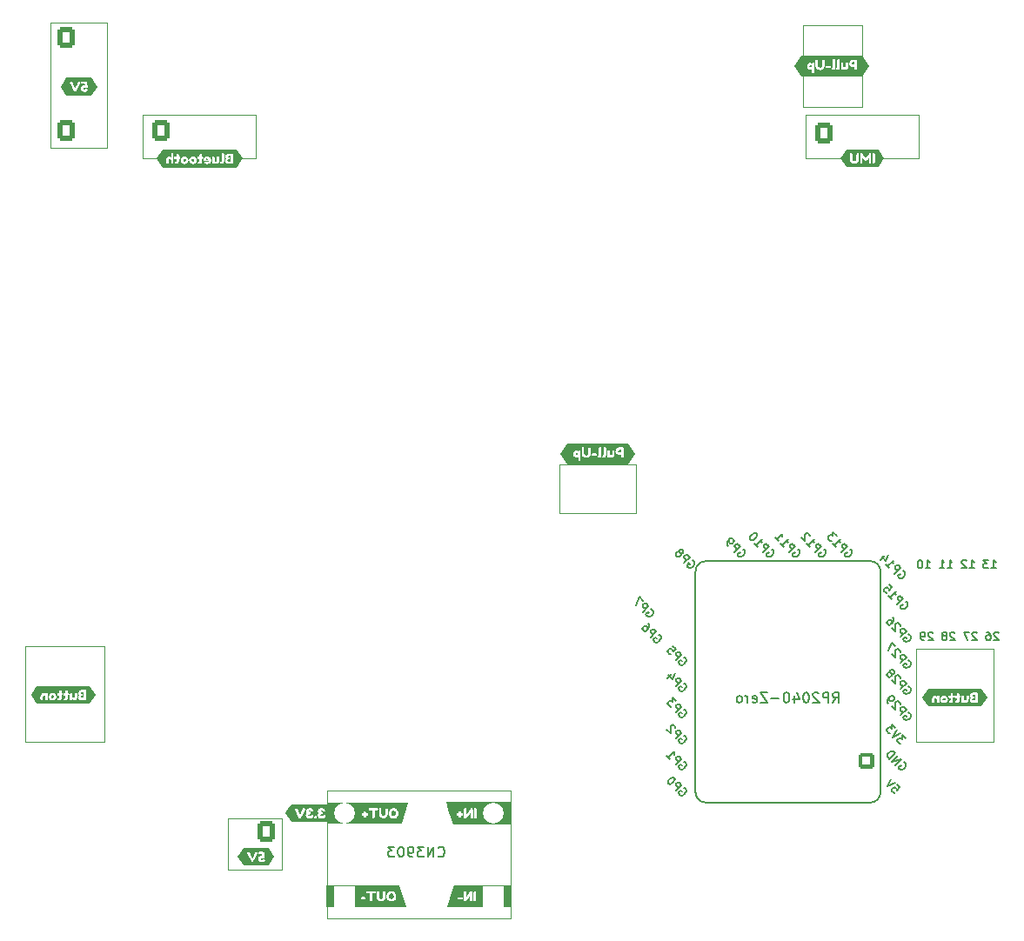
<source format=gbr>
%TF.GenerationSoftware,KiCad,Pcbnew,8.0.3*%
%TF.CreationDate,2024-06-18T01:51:01+08:00*%
%TF.ProjectId,imu-rounded,696d752d-726f-4756-9e64-65642e6b6963,rev?*%
%TF.SameCoordinates,Original*%
%TF.FileFunction,Legend,Bot*%
%TF.FilePolarity,Positive*%
%FSLAX46Y46*%
G04 Gerber Fmt 4.6, Leading zero omitted, Abs format (unit mm)*
G04 Created by KiCad (PCBNEW 8.0.3) date 2024-06-18 01:51:01*
%MOMM*%
%LPD*%
G01*
G04 APERTURE LIST*
G04 Aperture macros list*
%AMRoundRect*
0 Rectangle with rounded corners*
0 $1 Rounding radius*
0 $2 $3 $4 $5 $6 $7 $8 $9 X,Y pos of 4 corners*
0 Add a 4 corners polygon primitive as box body*
4,1,4,$2,$3,$4,$5,$6,$7,$8,$9,$2,$3,0*
0 Add four circle primitives for the rounded corners*
1,1,$1+$1,$2,$3*
1,1,$1+$1,$4,$5*
1,1,$1+$1,$6,$7*
1,1,$1+$1,$8,$9*
0 Add four rect primitives between the rounded corners*
20,1,$1+$1,$2,$3,$4,$5,0*
20,1,$1+$1,$4,$5,$6,$7,0*
20,1,$1+$1,$6,$7,$8,$9,0*
20,1,$1+$1,$8,$9,$2,$3,0*%
%AMHorizOval*
0 Thick line with rounded ends*
0 $1 width*
0 $2 $3 position (X,Y) of the first rounded end (center of the circle)*
0 $4 $5 position (X,Y) of the second rounded end (center of the circle)*
0 Add line between two ends*
20,1,$1,$2,$3,$4,$5,0*
0 Add two circle primitives to create the rounded ends*
1,1,$1,$2,$3*
1,1,$1,$4,$5*%
G04 Aperture macros list end*
%ADD10C,0.100000*%
%ADD11C,0.150000*%
%ADD12C,0.200000*%
%ADD13C,0.120000*%
%ADD14C,0.000000*%
%ADD15C,0.800000*%
%ADD16C,6.400000*%
%ADD17RoundRect,0.250000X0.600000X0.750000X-0.600000X0.750000X-0.600000X-0.750000X0.600000X-0.750000X0*%
%ADD18O,1.700000X2.000000*%
%ADD19R,2.000000X2.000000*%
%ADD20C,2.000000*%
%ADD21R,1.700000X1.700000*%
%ADD22O,1.700000X1.700000*%
%ADD23RoundRect,0.250000X0.470624X-0.837265X0.920152X0.275355X-0.470624X0.837265X-0.920152X-0.275355X0*%
%ADD24HorizOval,1.700000X-0.139078X0.056191X0.139078X-0.056191X0*%
%ADD25C,1.400000*%
%ADD26O,1.400000X1.400000*%
%ADD27RoundRect,0.250000X-0.600000X-0.725000X0.600000X-0.725000X0.600000X0.725000X-0.600000X0.725000X0*%
%ADD28O,1.700000X1.950000*%
%ADD29RoundRect,0.250000X-0.600000X-0.750000X0.600000X-0.750000X0.600000X0.750000X-0.600000X0.750000X0*%
%ADD30C,1.524000*%
%ADD31RoundRect,0.190500X0.571500X0.571500X-0.571500X0.571500X-0.571500X-0.571500X0.571500X-0.571500X0*%
G04 APERTURE END LIST*
D10*
X73939663Y-80000000D02*
X75250000Y-80000000D01*
X139500000Y-127750000D02*
X147000000Y-127750000D01*
X147000000Y-136750000D01*
X139500000Y-136750000D01*
X139500000Y-127750000D01*
X75250000Y-80000000D02*
X75250000Y-75750000D01*
X55250000Y-66750000D02*
X60750000Y-66750000D01*
X60750000Y-79000000D01*
X55250000Y-79000000D01*
X55250000Y-66750000D01*
X64250000Y-80000000D02*
X65560337Y-80000000D01*
X139750000Y-75750000D02*
X128750000Y-75750000D01*
X139750000Y-80000000D02*
X139750000Y-75750000D01*
X128500000Y-67000000D02*
X134250000Y-67000000D01*
X134250000Y-75000000D01*
X128500000Y-75000000D01*
X128500000Y-67000000D01*
X75250000Y-75750000D02*
X64250000Y-75750000D01*
X128750000Y-75750000D02*
X128750000Y-80000000D01*
X72500000Y-144250000D02*
X77750000Y-144250000D01*
X77750000Y-149250000D01*
X72500000Y-149250000D01*
X72500000Y-144250000D01*
X128750000Y-80000000D02*
X132130009Y-80000000D01*
X104750000Y-109750000D02*
X112250000Y-109750000D01*
X112250000Y-114500000D01*
X104750000Y-114500000D01*
X104750000Y-109750000D01*
X64250000Y-75750000D02*
X64250000Y-80000000D01*
X136369991Y-80000000D02*
X139750000Y-80000000D01*
X52750000Y-127500000D02*
X60500000Y-127500000D01*
X60500000Y-136750000D01*
X52750000Y-136750000D01*
X52750000Y-127500000D01*
D11*
X147498935Y-126170485D02*
X147460839Y-126132390D01*
X147460839Y-126132390D02*
X147384649Y-126094295D01*
X147384649Y-126094295D02*
X147194173Y-126094295D01*
X147194173Y-126094295D02*
X147117982Y-126132390D01*
X147117982Y-126132390D02*
X147079887Y-126170485D01*
X147079887Y-126170485D02*
X147041792Y-126246676D01*
X147041792Y-126246676D02*
X147041792Y-126322866D01*
X147041792Y-126322866D02*
X147079887Y-126437152D01*
X147079887Y-126437152D02*
X147537030Y-126894295D01*
X147537030Y-126894295D02*
X147041792Y-126894295D01*
X146356077Y-126094295D02*
X146508458Y-126094295D01*
X146508458Y-126094295D02*
X146584649Y-126132390D01*
X146584649Y-126132390D02*
X146622744Y-126170485D01*
X146622744Y-126170485D02*
X146698934Y-126284771D01*
X146698934Y-126284771D02*
X146737030Y-126437152D01*
X146737030Y-126437152D02*
X146737030Y-126741914D01*
X146737030Y-126741914D02*
X146698934Y-126818104D01*
X146698934Y-126818104D02*
X146660839Y-126856200D01*
X146660839Y-126856200D02*
X146584649Y-126894295D01*
X146584649Y-126894295D02*
X146432268Y-126894295D01*
X146432268Y-126894295D02*
X146356077Y-126856200D01*
X146356077Y-126856200D02*
X146317982Y-126818104D01*
X146317982Y-126818104D02*
X146279887Y-126741914D01*
X146279887Y-126741914D02*
X146279887Y-126551438D01*
X146279887Y-126551438D02*
X146317982Y-126475247D01*
X146317982Y-126475247D02*
X146356077Y-126437152D01*
X146356077Y-126437152D02*
X146432268Y-126399057D01*
X146432268Y-126399057D02*
X146584649Y-126399057D01*
X146584649Y-126399057D02*
X146660839Y-126437152D01*
X146660839Y-126437152D02*
X146698934Y-126475247D01*
X146698934Y-126475247D02*
X146737030Y-126551438D01*
X145365601Y-126170485D02*
X145327505Y-126132390D01*
X145327505Y-126132390D02*
X145251315Y-126094295D01*
X145251315Y-126094295D02*
X145060839Y-126094295D01*
X145060839Y-126094295D02*
X144984648Y-126132390D01*
X144984648Y-126132390D02*
X144946553Y-126170485D01*
X144946553Y-126170485D02*
X144908458Y-126246676D01*
X144908458Y-126246676D02*
X144908458Y-126322866D01*
X144908458Y-126322866D02*
X144946553Y-126437152D01*
X144946553Y-126437152D02*
X145403696Y-126894295D01*
X145403696Y-126894295D02*
X144908458Y-126894295D01*
X144641791Y-126094295D02*
X144108457Y-126094295D01*
X144108457Y-126094295D02*
X144451315Y-126894295D01*
X143232267Y-126170485D02*
X143194171Y-126132390D01*
X143194171Y-126132390D02*
X143117981Y-126094295D01*
X143117981Y-126094295D02*
X142927505Y-126094295D01*
X142927505Y-126094295D02*
X142851314Y-126132390D01*
X142851314Y-126132390D02*
X142813219Y-126170485D01*
X142813219Y-126170485D02*
X142775124Y-126246676D01*
X142775124Y-126246676D02*
X142775124Y-126322866D01*
X142775124Y-126322866D02*
X142813219Y-126437152D01*
X142813219Y-126437152D02*
X143270362Y-126894295D01*
X143270362Y-126894295D02*
X142775124Y-126894295D01*
X142317981Y-126437152D02*
X142394171Y-126399057D01*
X142394171Y-126399057D02*
X142432266Y-126360961D01*
X142432266Y-126360961D02*
X142470362Y-126284771D01*
X142470362Y-126284771D02*
X142470362Y-126246676D01*
X142470362Y-126246676D02*
X142432266Y-126170485D01*
X142432266Y-126170485D02*
X142394171Y-126132390D01*
X142394171Y-126132390D02*
X142317981Y-126094295D01*
X142317981Y-126094295D02*
X142165600Y-126094295D01*
X142165600Y-126094295D02*
X142089409Y-126132390D01*
X142089409Y-126132390D02*
X142051314Y-126170485D01*
X142051314Y-126170485D02*
X142013219Y-126246676D01*
X142013219Y-126246676D02*
X142013219Y-126284771D01*
X142013219Y-126284771D02*
X142051314Y-126360961D01*
X142051314Y-126360961D02*
X142089409Y-126399057D01*
X142089409Y-126399057D02*
X142165600Y-126437152D01*
X142165600Y-126437152D02*
X142317981Y-126437152D01*
X142317981Y-126437152D02*
X142394171Y-126475247D01*
X142394171Y-126475247D02*
X142432266Y-126513342D01*
X142432266Y-126513342D02*
X142470362Y-126589533D01*
X142470362Y-126589533D02*
X142470362Y-126741914D01*
X142470362Y-126741914D02*
X142432266Y-126818104D01*
X142432266Y-126818104D02*
X142394171Y-126856200D01*
X142394171Y-126856200D02*
X142317981Y-126894295D01*
X142317981Y-126894295D02*
X142165600Y-126894295D01*
X142165600Y-126894295D02*
X142089409Y-126856200D01*
X142089409Y-126856200D02*
X142051314Y-126818104D01*
X142051314Y-126818104D02*
X142013219Y-126741914D01*
X142013219Y-126741914D02*
X142013219Y-126589533D01*
X142013219Y-126589533D02*
X142051314Y-126513342D01*
X142051314Y-126513342D02*
X142089409Y-126475247D01*
X142089409Y-126475247D02*
X142165600Y-126437152D01*
X141098933Y-126170485D02*
X141060837Y-126132390D01*
X141060837Y-126132390D02*
X140984647Y-126094295D01*
X140984647Y-126094295D02*
X140794171Y-126094295D01*
X140794171Y-126094295D02*
X140717980Y-126132390D01*
X140717980Y-126132390D02*
X140679885Y-126170485D01*
X140679885Y-126170485D02*
X140641790Y-126246676D01*
X140641790Y-126246676D02*
X140641790Y-126322866D01*
X140641790Y-126322866D02*
X140679885Y-126437152D01*
X140679885Y-126437152D02*
X141137028Y-126894295D01*
X141137028Y-126894295D02*
X140641790Y-126894295D01*
X140260837Y-126894295D02*
X140108456Y-126894295D01*
X140108456Y-126894295D02*
X140032266Y-126856200D01*
X140032266Y-126856200D02*
X139994170Y-126818104D01*
X139994170Y-126818104D02*
X139917980Y-126703819D01*
X139917980Y-126703819D02*
X139879885Y-126551438D01*
X139879885Y-126551438D02*
X139879885Y-126246676D01*
X139879885Y-126246676D02*
X139917980Y-126170485D01*
X139917980Y-126170485D02*
X139956075Y-126132390D01*
X139956075Y-126132390D02*
X140032266Y-126094295D01*
X140032266Y-126094295D02*
X140184647Y-126094295D01*
X140184647Y-126094295D02*
X140260837Y-126132390D01*
X140260837Y-126132390D02*
X140298932Y-126170485D01*
X140298932Y-126170485D02*
X140337028Y-126246676D01*
X140337028Y-126246676D02*
X140337028Y-126437152D01*
X140337028Y-126437152D02*
X140298932Y-126513342D01*
X140298932Y-126513342D02*
X140260837Y-126551438D01*
X140260837Y-126551438D02*
X140184647Y-126589533D01*
X140184647Y-126589533D02*
X140032266Y-126589533D01*
X140032266Y-126589533D02*
X139956075Y-126551438D01*
X139956075Y-126551438D02*
X139917980Y-126513342D01*
X139917980Y-126513342D02*
X139879885Y-126437152D01*
X146791792Y-119894295D02*
X147248935Y-119894295D01*
X147020363Y-119894295D02*
X147020363Y-119094295D01*
X147020363Y-119094295D02*
X147096554Y-119208580D01*
X147096554Y-119208580D02*
X147172744Y-119284771D01*
X147172744Y-119284771D02*
X147248935Y-119322866D01*
X146525125Y-119094295D02*
X146029887Y-119094295D01*
X146029887Y-119094295D02*
X146296553Y-119399057D01*
X146296553Y-119399057D02*
X146182268Y-119399057D01*
X146182268Y-119399057D02*
X146106077Y-119437152D01*
X146106077Y-119437152D02*
X146067982Y-119475247D01*
X146067982Y-119475247D02*
X146029887Y-119551438D01*
X146029887Y-119551438D02*
X146029887Y-119741914D01*
X146029887Y-119741914D02*
X146067982Y-119818104D01*
X146067982Y-119818104D02*
X146106077Y-119856200D01*
X146106077Y-119856200D02*
X146182268Y-119894295D01*
X146182268Y-119894295D02*
X146410839Y-119894295D01*
X146410839Y-119894295D02*
X146487030Y-119856200D01*
X146487030Y-119856200D02*
X146525125Y-119818104D01*
X144658458Y-119894295D02*
X145115601Y-119894295D01*
X144887029Y-119894295D02*
X144887029Y-119094295D01*
X144887029Y-119094295D02*
X144963220Y-119208580D01*
X144963220Y-119208580D02*
X145039410Y-119284771D01*
X145039410Y-119284771D02*
X145115601Y-119322866D01*
X144353696Y-119170485D02*
X144315600Y-119132390D01*
X144315600Y-119132390D02*
X144239410Y-119094295D01*
X144239410Y-119094295D02*
X144048934Y-119094295D01*
X144048934Y-119094295D02*
X143972743Y-119132390D01*
X143972743Y-119132390D02*
X143934648Y-119170485D01*
X143934648Y-119170485D02*
X143896553Y-119246676D01*
X143896553Y-119246676D02*
X143896553Y-119322866D01*
X143896553Y-119322866D02*
X143934648Y-119437152D01*
X143934648Y-119437152D02*
X144391791Y-119894295D01*
X144391791Y-119894295D02*
X143896553Y-119894295D01*
X142525124Y-119894295D02*
X142982267Y-119894295D01*
X142753695Y-119894295D02*
X142753695Y-119094295D01*
X142753695Y-119094295D02*
X142829886Y-119208580D01*
X142829886Y-119208580D02*
X142906076Y-119284771D01*
X142906076Y-119284771D02*
X142982267Y-119322866D01*
X141763219Y-119894295D02*
X142220362Y-119894295D01*
X141991790Y-119894295D02*
X141991790Y-119094295D01*
X141991790Y-119094295D02*
X142067981Y-119208580D01*
X142067981Y-119208580D02*
X142144171Y-119284771D01*
X142144171Y-119284771D02*
X142220362Y-119322866D01*
X140391790Y-119894295D02*
X140848933Y-119894295D01*
X140620361Y-119894295D02*
X140620361Y-119094295D01*
X140620361Y-119094295D02*
X140696552Y-119208580D01*
X140696552Y-119208580D02*
X140772742Y-119284771D01*
X140772742Y-119284771D02*
X140848933Y-119322866D01*
X139896551Y-119094295D02*
X139820361Y-119094295D01*
X139820361Y-119094295D02*
X139744170Y-119132390D01*
X139744170Y-119132390D02*
X139706075Y-119170485D01*
X139706075Y-119170485D02*
X139667980Y-119246676D01*
X139667980Y-119246676D02*
X139629885Y-119399057D01*
X139629885Y-119399057D02*
X139629885Y-119589533D01*
X139629885Y-119589533D02*
X139667980Y-119741914D01*
X139667980Y-119741914D02*
X139706075Y-119818104D01*
X139706075Y-119818104D02*
X139744170Y-119856200D01*
X139744170Y-119856200D02*
X139820361Y-119894295D01*
X139820361Y-119894295D02*
X139896551Y-119894295D01*
X139896551Y-119894295D02*
X139972742Y-119856200D01*
X139972742Y-119856200D02*
X140010837Y-119818104D01*
X140010837Y-119818104D02*
X140048932Y-119741914D01*
X140048932Y-119741914D02*
X140087028Y-119589533D01*
X140087028Y-119589533D02*
X140087028Y-119399057D01*
X140087028Y-119399057D02*
X140048932Y-119246676D01*
X140048932Y-119246676D02*
X140010837Y-119170485D01*
X140010837Y-119170485D02*
X139972742Y-119132390D01*
X139972742Y-119132390D02*
X139896551Y-119094295D01*
X92957047Y-147907380D02*
X93004666Y-147955000D01*
X93004666Y-147955000D02*
X93147523Y-148002619D01*
X93147523Y-148002619D02*
X93242761Y-148002619D01*
X93242761Y-148002619D02*
X93385618Y-147955000D01*
X93385618Y-147955000D02*
X93480856Y-147859761D01*
X93480856Y-147859761D02*
X93528475Y-147764523D01*
X93528475Y-147764523D02*
X93576094Y-147574047D01*
X93576094Y-147574047D02*
X93576094Y-147431190D01*
X93576094Y-147431190D02*
X93528475Y-147240714D01*
X93528475Y-147240714D02*
X93480856Y-147145476D01*
X93480856Y-147145476D02*
X93385618Y-147050238D01*
X93385618Y-147050238D02*
X93242761Y-147002619D01*
X93242761Y-147002619D02*
X93147523Y-147002619D01*
X93147523Y-147002619D02*
X93004666Y-147050238D01*
X93004666Y-147050238D02*
X92957047Y-147097857D01*
X92528475Y-148002619D02*
X92528475Y-147002619D01*
X92528475Y-147002619D02*
X91957047Y-148002619D01*
X91957047Y-148002619D02*
X91957047Y-147002619D01*
X91576094Y-147002619D02*
X90957047Y-147002619D01*
X90957047Y-147002619D02*
X91290380Y-147383571D01*
X91290380Y-147383571D02*
X91147523Y-147383571D01*
X91147523Y-147383571D02*
X91052285Y-147431190D01*
X91052285Y-147431190D02*
X91004666Y-147478809D01*
X91004666Y-147478809D02*
X90957047Y-147574047D01*
X90957047Y-147574047D02*
X90957047Y-147812142D01*
X90957047Y-147812142D02*
X91004666Y-147907380D01*
X91004666Y-147907380D02*
X91052285Y-147955000D01*
X91052285Y-147955000D02*
X91147523Y-148002619D01*
X91147523Y-148002619D02*
X91433237Y-148002619D01*
X91433237Y-148002619D02*
X91528475Y-147955000D01*
X91528475Y-147955000D02*
X91576094Y-147907380D01*
X90480856Y-148002619D02*
X90290380Y-148002619D01*
X90290380Y-148002619D02*
X90195142Y-147955000D01*
X90195142Y-147955000D02*
X90147523Y-147907380D01*
X90147523Y-147907380D02*
X90052285Y-147764523D01*
X90052285Y-147764523D02*
X90004666Y-147574047D01*
X90004666Y-147574047D02*
X90004666Y-147193095D01*
X90004666Y-147193095D02*
X90052285Y-147097857D01*
X90052285Y-147097857D02*
X90099904Y-147050238D01*
X90099904Y-147050238D02*
X90195142Y-147002619D01*
X90195142Y-147002619D02*
X90385618Y-147002619D01*
X90385618Y-147002619D02*
X90480856Y-147050238D01*
X90480856Y-147050238D02*
X90528475Y-147097857D01*
X90528475Y-147097857D02*
X90576094Y-147193095D01*
X90576094Y-147193095D02*
X90576094Y-147431190D01*
X90576094Y-147431190D02*
X90528475Y-147526428D01*
X90528475Y-147526428D02*
X90480856Y-147574047D01*
X90480856Y-147574047D02*
X90385618Y-147621666D01*
X90385618Y-147621666D02*
X90195142Y-147621666D01*
X90195142Y-147621666D02*
X90099904Y-147574047D01*
X90099904Y-147574047D02*
X90052285Y-147526428D01*
X90052285Y-147526428D02*
X90004666Y-147431190D01*
X89385618Y-147002619D02*
X89290380Y-147002619D01*
X89290380Y-147002619D02*
X89195142Y-147050238D01*
X89195142Y-147050238D02*
X89147523Y-147097857D01*
X89147523Y-147097857D02*
X89099904Y-147193095D01*
X89099904Y-147193095D02*
X89052285Y-147383571D01*
X89052285Y-147383571D02*
X89052285Y-147621666D01*
X89052285Y-147621666D02*
X89099904Y-147812142D01*
X89099904Y-147812142D02*
X89147523Y-147907380D01*
X89147523Y-147907380D02*
X89195142Y-147955000D01*
X89195142Y-147955000D02*
X89290380Y-148002619D01*
X89290380Y-148002619D02*
X89385618Y-148002619D01*
X89385618Y-148002619D02*
X89480856Y-147955000D01*
X89480856Y-147955000D02*
X89528475Y-147907380D01*
X89528475Y-147907380D02*
X89576094Y-147812142D01*
X89576094Y-147812142D02*
X89623713Y-147621666D01*
X89623713Y-147621666D02*
X89623713Y-147383571D01*
X89623713Y-147383571D02*
X89576094Y-147193095D01*
X89576094Y-147193095D02*
X89528475Y-147097857D01*
X89528475Y-147097857D02*
X89480856Y-147050238D01*
X89480856Y-147050238D02*
X89385618Y-147002619D01*
X88718951Y-147002619D02*
X88099904Y-147002619D01*
X88099904Y-147002619D02*
X88433237Y-147383571D01*
X88433237Y-147383571D02*
X88290380Y-147383571D01*
X88290380Y-147383571D02*
X88195142Y-147431190D01*
X88195142Y-147431190D02*
X88147523Y-147478809D01*
X88147523Y-147478809D02*
X88099904Y-147574047D01*
X88099904Y-147574047D02*
X88099904Y-147812142D01*
X88099904Y-147812142D02*
X88147523Y-147907380D01*
X88147523Y-147907380D02*
X88195142Y-147955000D01*
X88195142Y-147955000D02*
X88290380Y-148002619D01*
X88290380Y-148002619D02*
X88576094Y-148002619D01*
X88576094Y-148002619D02*
X88671332Y-147955000D01*
X88671332Y-147955000D02*
X88718951Y-147907380D01*
X113686627Y-123871494D02*
X113767439Y-123898431D01*
X113767439Y-123898431D02*
X113848251Y-123979243D01*
X113848251Y-123979243D02*
X113902126Y-124086993D01*
X113902126Y-124086993D02*
X113902126Y-124194742D01*
X113902126Y-124194742D02*
X113875189Y-124275555D01*
X113875189Y-124275555D02*
X113794376Y-124410242D01*
X113794376Y-124410242D02*
X113713564Y-124491054D01*
X113713564Y-124491054D02*
X113578877Y-124571866D01*
X113578877Y-124571866D02*
X113498065Y-124598803D01*
X113498065Y-124598803D02*
X113390315Y-124598803D01*
X113390315Y-124598803D02*
X113282566Y-124544929D01*
X113282566Y-124544929D02*
X113228691Y-124491054D01*
X113228691Y-124491054D02*
X113174816Y-124383304D01*
X113174816Y-124383304D02*
X113174816Y-124329429D01*
X113174816Y-124329429D02*
X113363378Y-124140868D01*
X113363378Y-124140868D02*
X113471128Y-124248617D01*
X112878505Y-124140868D02*
X113444190Y-123575182D01*
X113444190Y-123575182D02*
X113228691Y-123359683D01*
X113228691Y-123359683D02*
X113147879Y-123332746D01*
X113147879Y-123332746D02*
X113094004Y-123332746D01*
X113094004Y-123332746D02*
X113013192Y-123359683D01*
X113013192Y-123359683D02*
X112932380Y-123440495D01*
X112932380Y-123440495D02*
X112905442Y-123521307D01*
X112905442Y-123521307D02*
X112905442Y-123575182D01*
X112905442Y-123575182D02*
X112932380Y-123655994D01*
X112932380Y-123655994D02*
X113147879Y-123871494D01*
X112932380Y-123063372D02*
X112555256Y-122686248D01*
X112555256Y-122686248D02*
X112232007Y-123494370D01*
X138751001Y-131390868D02*
X138831814Y-131417805D01*
X138831814Y-131417805D02*
X138912626Y-131498618D01*
X138912626Y-131498618D02*
X138966501Y-131606367D01*
X138966501Y-131606367D02*
X138966501Y-131714117D01*
X138966501Y-131714117D02*
X138939563Y-131794929D01*
X138939563Y-131794929D02*
X138858751Y-131929616D01*
X138858751Y-131929616D02*
X138777939Y-132010428D01*
X138777939Y-132010428D02*
X138643252Y-132091241D01*
X138643252Y-132091241D02*
X138562439Y-132118178D01*
X138562439Y-132118178D02*
X138454690Y-132118178D01*
X138454690Y-132118178D02*
X138346940Y-132064303D01*
X138346940Y-132064303D02*
X138293065Y-132010428D01*
X138293065Y-132010428D02*
X138239191Y-131902679D01*
X138239191Y-131902679D02*
X138239191Y-131848804D01*
X138239191Y-131848804D02*
X138427752Y-131660242D01*
X138427752Y-131660242D02*
X138535502Y-131767992D01*
X137942879Y-131660242D02*
X138508565Y-131094557D01*
X138508565Y-131094557D02*
X138293065Y-130879057D01*
X138293065Y-130879057D02*
X138212253Y-130852120D01*
X138212253Y-130852120D02*
X138158378Y-130852120D01*
X138158378Y-130852120D02*
X138077566Y-130879057D01*
X138077566Y-130879057D02*
X137996754Y-130959870D01*
X137996754Y-130959870D02*
X137969817Y-131040682D01*
X137969817Y-131040682D02*
X137969817Y-131094557D01*
X137969817Y-131094557D02*
X137996754Y-131175369D01*
X137996754Y-131175369D02*
X138212253Y-131390868D01*
X137915942Y-130609683D02*
X137915942Y-130555809D01*
X137915942Y-130555809D02*
X137889004Y-130474996D01*
X137889004Y-130474996D02*
X137754317Y-130340309D01*
X137754317Y-130340309D02*
X137673505Y-130313372D01*
X137673505Y-130313372D02*
X137619630Y-130313372D01*
X137619630Y-130313372D02*
X137538818Y-130340309D01*
X137538818Y-130340309D02*
X137484943Y-130394184D01*
X137484943Y-130394184D02*
X137431069Y-130501934D01*
X137431069Y-130501934D02*
X137431069Y-131148431D01*
X137431069Y-131148431D02*
X137080882Y-130798245D01*
X137080882Y-130151747D02*
X137161694Y-130178685D01*
X137161694Y-130178685D02*
X137215569Y-130178685D01*
X137215569Y-130178685D02*
X137296381Y-130151747D01*
X137296381Y-130151747D02*
X137323319Y-130124810D01*
X137323319Y-130124810D02*
X137350256Y-130043998D01*
X137350256Y-130043998D02*
X137350256Y-129990123D01*
X137350256Y-129990123D02*
X137323319Y-129909311D01*
X137323319Y-129909311D02*
X137215569Y-129801561D01*
X137215569Y-129801561D02*
X137134757Y-129774624D01*
X137134757Y-129774624D02*
X137080882Y-129774624D01*
X137080882Y-129774624D02*
X137000070Y-129801561D01*
X137000070Y-129801561D02*
X136973133Y-129828499D01*
X136973133Y-129828499D02*
X136946195Y-129909311D01*
X136946195Y-129909311D02*
X136946195Y-129963186D01*
X136946195Y-129963186D02*
X136973133Y-130043998D01*
X136973133Y-130043998D02*
X137080882Y-130151747D01*
X137080882Y-130151747D02*
X137107820Y-130232560D01*
X137107820Y-130232560D02*
X137107820Y-130286434D01*
X137107820Y-130286434D02*
X137080882Y-130367247D01*
X137080882Y-130367247D02*
X136973133Y-130474996D01*
X136973133Y-130474996D02*
X136892320Y-130501934D01*
X136892320Y-130501934D02*
X136838446Y-130501934D01*
X136838446Y-130501934D02*
X136757633Y-130474996D01*
X136757633Y-130474996D02*
X136649884Y-130367247D01*
X136649884Y-130367247D02*
X136622946Y-130286434D01*
X136622946Y-130286434D02*
X136622946Y-130232560D01*
X136622946Y-130232560D02*
X136649884Y-130151747D01*
X136649884Y-130151747D02*
X136757633Y-130043998D01*
X136757633Y-130043998D02*
X136838446Y-130017060D01*
X136838446Y-130017060D02*
X136892320Y-130017060D01*
X136892320Y-130017060D02*
X136973133Y-130043998D01*
X138456001Y-123140868D02*
X138536814Y-123167805D01*
X138536814Y-123167805D02*
X138617626Y-123248618D01*
X138617626Y-123248618D02*
X138671501Y-123356367D01*
X138671501Y-123356367D02*
X138671501Y-123464117D01*
X138671501Y-123464117D02*
X138644563Y-123544929D01*
X138644563Y-123544929D02*
X138563751Y-123679616D01*
X138563751Y-123679616D02*
X138482939Y-123760428D01*
X138482939Y-123760428D02*
X138348252Y-123841241D01*
X138348252Y-123841241D02*
X138267439Y-123868178D01*
X138267439Y-123868178D02*
X138159690Y-123868178D01*
X138159690Y-123868178D02*
X138051940Y-123814303D01*
X138051940Y-123814303D02*
X137998065Y-123760428D01*
X137998065Y-123760428D02*
X137944191Y-123652679D01*
X137944191Y-123652679D02*
X137944191Y-123598804D01*
X137944191Y-123598804D02*
X138132752Y-123410242D01*
X138132752Y-123410242D02*
X138240502Y-123517992D01*
X137647879Y-123410242D02*
X138213565Y-122844557D01*
X138213565Y-122844557D02*
X137998065Y-122629057D01*
X137998065Y-122629057D02*
X137917253Y-122602120D01*
X137917253Y-122602120D02*
X137863378Y-122602120D01*
X137863378Y-122602120D02*
X137782566Y-122629057D01*
X137782566Y-122629057D02*
X137701754Y-122709870D01*
X137701754Y-122709870D02*
X137674817Y-122790682D01*
X137674817Y-122790682D02*
X137674817Y-122844557D01*
X137674817Y-122844557D02*
X137701754Y-122925369D01*
X137701754Y-122925369D02*
X137917253Y-123140868D01*
X136785882Y-122548245D02*
X137109131Y-122871494D01*
X136947507Y-122709870D02*
X137513192Y-122144184D01*
X137513192Y-122144184D02*
X137486255Y-122278871D01*
X137486255Y-122278871D02*
X137486255Y-122386621D01*
X137486255Y-122386621D02*
X137513192Y-122467433D01*
X136839757Y-121470749D02*
X137109131Y-121740123D01*
X137109131Y-121740123D02*
X136866694Y-122036434D01*
X136866694Y-122036434D02*
X136866694Y-121982560D01*
X136866694Y-121982560D02*
X136839757Y-121901747D01*
X136839757Y-121901747D02*
X136705070Y-121767060D01*
X136705070Y-121767060D02*
X136624258Y-121740123D01*
X136624258Y-121740123D02*
X136570383Y-121740123D01*
X136570383Y-121740123D02*
X136489571Y-121767060D01*
X136489571Y-121767060D02*
X136354884Y-121901747D01*
X136354884Y-121901747D02*
X136327946Y-121982560D01*
X136327946Y-121982560D02*
X136327946Y-122036434D01*
X136327946Y-122036434D02*
X136354884Y-122117247D01*
X136354884Y-122117247D02*
X136489571Y-122251934D01*
X136489571Y-122251934D02*
X136570383Y-122278871D01*
X136570383Y-122278871D02*
X136624258Y-122278871D01*
X138751001Y-128850868D02*
X138831814Y-128877805D01*
X138831814Y-128877805D02*
X138912626Y-128958618D01*
X138912626Y-128958618D02*
X138966501Y-129066367D01*
X138966501Y-129066367D02*
X138966501Y-129174117D01*
X138966501Y-129174117D02*
X138939563Y-129254929D01*
X138939563Y-129254929D02*
X138858751Y-129389616D01*
X138858751Y-129389616D02*
X138777939Y-129470428D01*
X138777939Y-129470428D02*
X138643252Y-129551241D01*
X138643252Y-129551241D02*
X138562439Y-129578178D01*
X138562439Y-129578178D02*
X138454690Y-129578178D01*
X138454690Y-129578178D02*
X138346940Y-129524303D01*
X138346940Y-129524303D02*
X138293065Y-129470428D01*
X138293065Y-129470428D02*
X138239191Y-129362679D01*
X138239191Y-129362679D02*
X138239191Y-129308804D01*
X138239191Y-129308804D02*
X138427752Y-129120242D01*
X138427752Y-129120242D02*
X138535502Y-129227992D01*
X137942879Y-129120242D02*
X138508565Y-128554557D01*
X138508565Y-128554557D02*
X138293065Y-128339057D01*
X138293065Y-128339057D02*
X138212253Y-128312120D01*
X138212253Y-128312120D02*
X138158378Y-128312120D01*
X138158378Y-128312120D02*
X138077566Y-128339057D01*
X138077566Y-128339057D02*
X137996754Y-128419870D01*
X137996754Y-128419870D02*
X137969817Y-128500682D01*
X137969817Y-128500682D02*
X137969817Y-128554557D01*
X137969817Y-128554557D02*
X137996754Y-128635369D01*
X137996754Y-128635369D02*
X138212253Y-128850868D01*
X137915942Y-128069683D02*
X137915942Y-128015809D01*
X137915942Y-128015809D02*
X137889004Y-127934996D01*
X137889004Y-127934996D02*
X137754317Y-127800309D01*
X137754317Y-127800309D02*
X137673505Y-127773372D01*
X137673505Y-127773372D02*
X137619630Y-127773372D01*
X137619630Y-127773372D02*
X137538818Y-127800309D01*
X137538818Y-127800309D02*
X137484943Y-127854184D01*
X137484943Y-127854184D02*
X137431069Y-127961934D01*
X137431069Y-127961934D02*
X137431069Y-128608431D01*
X137431069Y-128608431D02*
X137080882Y-128258245D01*
X137458006Y-127503998D02*
X137080882Y-127126874D01*
X137080882Y-127126874D02*
X136757633Y-127934996D01*
X116891627Y-136201494D02*
X116972439Y-136228431D01*
X116972439Y-136228431D02*
X117053251Y-136309243D01*
X117053251Y-136309243D02*
X117107126Y-136416993D01*
X117107126Y-136416993D02*
X117107126Y-136524742D01*
X117107126Y-136524742D02*
X117080189Y-136605555D01*
X117080189Y-136605555D02*
X116999376Y-136740242D01*
X116999376Y-136740242D02*
X116918564Y-136821054D01*
X116918564Y-136821054D02*
X116783877Y-136901866D01*
X116783877Y-136901866D02*
X116703065Y-136928803D01*
X116703065Y-136928803D02*
X116595315Y-136928803D01*
X116595315Y-136928803D02*
X116487566Y-136874929D01*
X116487566Y-136874929D02*
X116433691Y-136821054D01*
X116433691Y-136821054D02*
X116379816Y-136713304D01*
X116379816Y-136713304D02*
X116379816Y-136659429D01*
X116379816Y-136659429D02*
X116568378Y-136470868D01*
X116568378Y-136470868D02*
X116676128Y-136578617D01*
X116083505Y-136470868D02*
X116649190Y-135905182D01*
X116649190Y-135905182D02*
X116433691Y-135689683D01*
X116433691Y-135689683D02*
X116352879Y-135662746D01*
X116352879Y-135662746D02*
X116299004Y-135662746D01*
X116299004Y-135662746D02*
X116218192Y-135689683D01*
X116218192Y-135689683D02*
X116137380Y-135770495D01*
X116137380Y-135770495D02*
X116110442Y-135851307D01*
X116110442Y-135851307D02*
X116110442Y-135905182D01*
X116110442Y-135905182D02*
X116137380Y-135985994D01*
X116137380Y-135985994D02*
X116352879Y-136201494D01*
X116056567Y-135420309D02*
X116056567Y-135366434D01*
X116056567Y-135366434D02*
X116029630Y-135285622D01*
X116029630Y-135285622D02*
X115894943Y-135150935D01*
X115894943Y-135150935D02*
X115814131Y-135123998D01*
X115814131Y-135123998D02*
X115760256Y-135123998D01*
X115760256Y-135123998D02*
X115679444Y-135150935D01*
X115679444Y-135150935D02*
X115625569Y-135204810D01*
X115625569Y-135204810D02*
X115571694Y-135312559D01*
X115571694Y-135312559D02*
X115571694Y-135959057D01*
X115571694Y-135959057D02*
X115221508Y-135608871D01*
X125416001Y-118055868D02*
X125496814Y-118082805D01*
X125496814Y-118082805D02*
X125577626Y-118163618D01*
X125577626Y-118163618D02*
X125631501Y-118271367D01*
X125631501Y-118271367D02*
X125631501Y-118379117D01*
X125631501Y-118379117D02*
X125604563Y-118459929D01*
X125604563Y-118459929D02*
X125523751Y-118594616D01*
X125523751Y-118594616D02*
X125442939Y-118675428D01*
X125442939Y-118675428D02*
X125308252Y-118756241D01*
X125308252Y-118756241D02*
X125227439Y-118783178D01*
X125227439Y-118783178D02*
X125119690Y-118783178D01*
X125119690Y-118783178D02*
X125011940Y-118729303D01*
X125011940Y-118729303D02*
X124958065Y-118675428D01*
X124958065Y-118675428D02*
X124904191Y-118567679D01*
X124904191Y-118567679D02*
X124904191Y-118513804D01*
X124904191Y-118513804D02*
X125092752Y-118325242D01*
X125092752Y-118325242D02*
X125200502Y-118432992D01*
X124607879Y-118325242D02*
X125173565Y-117759557D01*
X125173565Y-117759557D02*
X124958065Y-117544057D01*
X124958065Y-117544057D02*
X124877253Y-117517120D01*
X124877253Y-117517120D02*
X124823378Y-117517120D01*
X124823378Y-117517120D02*
X124742566Y-117544057D01*
X124742566Y-117544057D02*
X124661754Y-117624870D01*
X124661754Y-117624870D02*
X124634817Y-117705682D01*
X124634817Y-117705682D02*
X124634817Y-117759557D01*
X124634817Y-117759557D02*
X124661754Y-117840369D01*
X124661754Y-117840369D02*
X124877253Y-118055868D01*
X123745882Y-117463245D02*
X124069131Y-117786494D01*
X123907507Y-117624870D02*
X124473192Y-117059184D01*
X124473192Y-117059184D02*
X124446255Y-117193871D01*
X124446255Y-117193871D02*
X124446255Y-117301621D01*
X124446255Y-117301621D02*
X124473192Y-117382433D01*
X123961381Y-116547373D02*
X123907507Y-116493499D01*
X123907507Y-116493499D02*
X123826694Y-116466561D01*
X123826694Y-116466561D02*
X123772820Y-116466561D01*
X123772820Y-116466561D02*
X123692007Y-116493499D01*
X123692007Y-116493499D02*
X123557320Y-116574311D01*
X123557320Y-116574311D02*
X123422633Y-116708998D01*
X123422633Y-116708998D02*
X123341821Y-116843685D01*
X123341821Y-116843685D02*
X123314884Y-116924497D01*
X123314884Y-116924497D02*
X123314884Y-116978372D01*
X123314884Y-116978372D02*
X123341821Y-117059184D01*
X123341821Y-117059184D02*
X123395696Y-117113059D01*
X123395696Y-117113059D02*
X123476508Y-117139996D01*
X123476508Y-117139996D02*
X123530383Y-117139996D01*
X123530383Y-117139996D02*
X123611195Y-117113059D01*
X123611195Y-117113059D02*
X123745882Y-117032247D01*
X123745882Y-117032247D02*
X123880569Y-116897560D01*
X123880569Y-116897560D02*
X123961381Y-116762873D01*
X123961381Y-116762873D02*
X123988319Y-116682060D01*
X123988319Y-116682060D02*
X123988319Y-116628186D01*
X123988319Y-116628186D02*
X123961381Y-116547373D01*
X122606626Y-118055868D02*
X122687438Y-118082805D01*
X122687438Y-118082805D02*
X122768250Y-118163617D01*
X122768250Y-118163617D02*
X122822125Y-118271367D01*
X122822125Y-118271367D02*
X122822125Y-118379116D01*
X122822125Y-118379116D02*
X122795188Y-118459929D01*
X122795188Y-118459929D02*
X122714375Y-118594616D01*
X122714375Y-118594616D02*
X122633563Y-118675428D01*
X122633563Y-118675428D02*
X122498876Y-118756240D01*
X122498876Y-118756240D02*
X122418064Y-118783177D01*
X122418064Y-118783177D02*
X122310314Y-118783177D01*
X122310314Y-118783177D02*
X122202565Y-118729303D01*
X122202565Y-118729303D02*
X122148690Y-118675428D01*
X122148690Y-118675428D02*
X122094815Y-118567678D01*
X122094815Y-118567678D02*
X122094815Y-118513803D01*
X122094815Y-118513803D02*
X122283377Y-118325242D01*
X122283377Y-118325242D02*
X122391127Y-118432991D01*
X121798504Y-118325242D02*
X122364189Y-117759556D01*
X122364189Y-117759556D02*
X122148690Y-117544057D01*
X122148690Y-117544057D02*
X122067878Y-117517120D01*
X122067878Y-117517120D02*
X122014003Y-117517120D01*
X122014003Y-117517120D02*
X121933191Y-117544057D01*
X121933191Y-117544057D02*
X121852379Y-117624869D01*
X121852379Y-117624869D02*
X121825441Y-117705681D01*
X121825441Y-117705681D02*
X121825441Y-117759556D01*
X121825441Y-117759556D02*
X121852379Y-117840368D01*
X121852379Y-117840368D02*
X122067878Y-118055868D01*
X121205881Y-117732619D02*
X121098131Y-117624869D01*
X121098131Y-117624869D02*
X121071194Y-117544057D01*
X121071194Y-117544057D02*
X121071194Y-117490182D01*
X121071194Y-117490182D02*
X121098131Y-117355495D01*
X121098131Y-117355495D02*
X121178944Y-117220808D01*
X121178944Y-117220808D02*
X121394443Y-117005309D01*
X121394443Y-117005309D02*
X121475255Y-116978372D01*
X121475255Y-116978372D02*
X121529130Y-116978372D01*
X121529130Y-116978372D02*
X121609942Y-117005309D01*
X121609942Y-117005309D02*
X121717692Y-117113059D01*
X121717692Y-117113059D02*
X121744629Y-117193871D01*
X121744629Y-117193871D02*
X121744629Y-117247746D01*
X121744629Y-117247746D02*
X121717692Y-117328558D01*
X121717692Y-117328558D02*
X121583005Y-117463245D01*
X121583005Y-117463245D02*
X121502192Y-117490182D01*
X121502192Y-117490182D02*
X121448318Y-117490182D01*
X121448318Y-117490182D02*
X121367505Y-117463245D01*
X121367505Y-117463245D02*
X121259756Y-117355495D01*
X121259756Y-117355495D02*
X121232818Y-117274683D01*
X121232818Y-117274683D02*
X121232818Y-117220808D01*
X121232818Y-117220808D02*
X121259756Y-117139996D01*
X137619630Y-140958245D02*
X137889004Y-141227619D01*
X137889004Y-141227619D02*
X137646567Y-141523930D01*
X137646567Y-141523930D02*
X137646567Y-141470055D01*
X137646567Y-141470055D02*
X137619630Y-141389243D01*
X137619630Y-141389243D02*
X137484943Y-141254556D01*
X137484943Y-141254556D02*
X137404131Y-141227619D01*
X137404131Y-141227619D02*
X137350256Y-141227619D01*
X137350256Y-141227619D02*
X137269444Y-141254556D01*
X137269444Y-141254556D02*
X137134757Y-141389243D01*
X137134757Y-141389243D02*
X137107819Y-141470055D01*
X137107819Y-141470055D02*
X137107819Y-141523930D01*
X137107819Y-141523930D02*
X137134757Y-141604742D01*
X137134757Y-141604742D02*
X137269444Y-141739429D01*
X137269444Y-141739429D02*
X137350256Y-141766367D01*
X137350256Y-141766367D02*
X137404131Y-141766367D01*
X137431068Y-140769683D02*
X136676821Y-141146806D01*
X136676821Y-141146806D02*
X137053944Y-140392559D01*
X116891627Y-128581494D02*
X116972439Y-128608431D01*
X116972439Y-128608431D02*
X117053251Y-128689243D01*
X117053251Y-128689243D02*
X117107126Y-128796993D01*
X117107126Y-128796993D02*
X117107126Y-128904742D01*
X117107126Y-128904742D02*
X117080189Y-128985555D01*
X117080189Y-128985555D02*
X116999376Y-129120242D01*
X116999376Y-129120242D02*
X116918564Y-129201054D01*
X116918564Y-129201054D02*
X116783877Y-129281866D01*
X116783877Y-129281866D02*
X116703065Y-129308803D01*
X116703065Y-129308803D02*
X116595315Y-129308803D01*
X116595315Y-129308803D02*
X116487566Y-129254929D01*
X116487566Y-129254929D02*
X116433691Y-129201054D01*
X116433691Y-129201054D02*
X116379816Y-129093304D01*
X116379816Y-129093304D02*
X116379816Y-129039429D01*
X116379816Y-129039429D02*
X116568378Y-128850868D01*
X116568378Y-128850868D02*
X116676128Y-128958617D01*
X116083505Y-128850868D02*
X116649190Y-128285182D01*
X116649190Y-128285182D02*
X116433691Y-128069683D01*
X116433691Y-128069683D02*
X116352879Y-128042746D01*
X116352879Y-128042746D02*
X116299004Y-128042746D01*
X116299004Y-128042746D02*
X116218192Y-128069683D01*
X116218192Y-128069683D02*
X116137380Y-128150495D01*
X116137380Y-128150495D02*
X116110442Y-128231307D01*
X116110442Y-128231307D02*
X116110442Y-128285182D01*
X116110442Y-128285182D02*
X116137380Y-128365994D01*
X116137380Y-128365994D02*
X116352879Y-128581494D01*
X115814131Y-127450123D02*
X116083505Y-127719497D01*
X116083505Y-127719497D02*
X115841068Y-128015808D01*
X115841068Y-128015808D02*
X115841068Y-127961933D01*
X115841068Y-127961933D02*
X115814131Y-127881121D01*
X115814131Y-127881121D02*
X115679444Y-127746434D01*
X115679444Y-127746434D02*
X115598632Y-127719497D01*
X115598632Y-127719497D02*
X115544757Y-127719497D01*
X115544757Y-127719497D02*
X115463945Y-127746434D01*
X115463945Y-127746434D02*
X115329258Y-127881121D01*
X115329258Y-127881121D02*
X115302320Y-127961933D01*
X115302320Y-127961933D02*
X115302320Y-128015808D01*
X115302320Y-128015808D02*
X115329258Y-128096620D01*
X115329258Y-128096620D02*
X115463945Y-128231307D01*
X115463945Y-128231307D02*
X115544757Y-128258245D01*
X115544757Y-128258245D02*
X115598632Y-128258245D01*
X138751001Y-126310868D02*
X138831814Y-126337805D01*
X138831814Y-126337805D02*
X138912626Y-126418618D01*
X138912626Y-126418618D02*
X138966501Y-126526367D01*
X138966501Y-126526367D02*
X138966501Y-126634117D01*
X138966501Y-126634117D02*
X138939563Y-126714929D01*
X138939563Y-126714929D02*
X138858751Y-126849616D01*
X138858751Y-126849616D02*
X138777939Y-126930428D01*
X138777939Y-126930428D02*
X138643252Y-127011241D01*
X138643252Y-127011241D02*
X138562439Y-127038178D01*
X138562439Y-127038178D02*
X138454690Y-127038178D01*
X138454690Y-127038178D02*
X138346940Y-126984303D01*
X138346940Y-126984303D02*
X138293065Y-126930428D01*
X138293065Y-126930428D02*
X138239191Y-126822679D01*
X138239191Y-126822679D02*
X138239191Y-126768804D01*
X138239191Y-126768804D02*
X138427752Y-126580242D01*
X138427752Y-126580242D02*
X138535502Y-126687992D01*
X137942879Y-126580242D02*
X138508565Y-126014557D01*
X138508565Y-126014557D02*
X138293065Y-125799057D01*
X138293065Y-125799057D02*
X138212253Y-125772120D01*
X138212253Y-125772120D02*
X138158378Y-125772120D01*
X138158378Y-125772120D02*
X138077566Y-125799057D01*
X138077566Y-125799057D02*
X137996754Y-125879870D01*
X137996754Y-125879870D02*
X137969817Y-125960682D01*
X137969817Y-125960682D02*
X137969817Y-126014557D01*
X137969817Y-126014557D02*
X137996754Y-126095369D01*
X137996754Y-126095369D02*
X138212253Y-126310868D01*
X137915942Y-125529683D02*
X137915942Y-125475809D01*
X137915942Y-125475809D02*
X137889004Y-125394996D01*
X137889004Y-125394996D02*
X137754317Y-125260309D01*
X137754317Y-125260309D02*
X137673505Y-125233372D01*
X137673505Y-125233372D02*
X137619630Y-125233372D01*
X137619630Y-125233372D02*
X137538818Y-125260309D01*
X137538818Y-125260309D02*
X137484943Y-125314184D01*
X137484943Y-125314184D02*
X137431069Y-125421934D01*
X137431069Y-125421934D02*
X137431069Y-126068431D01*
X137431069Y-126068431D02*
X137080882Y-125718245D01*
X137161694Y-124667686D02*
X137269444Y-124775436D01*
X137269444Y-124775436D02*
X137296381Y-124856248D01*
X137296381Y-124856248D02*
X137296381Y-124910123D01*
X137296381Y-124910123D02*
X137269444Y-125044810D01*
X137269444Y-125044810D02*
X137188632Y-125179497D01*
X137188632Y-125179497D02*
X136973133Y-125394996D01*
X136973133Y-125394996D02*
X136892320Y-125421934D01*
X136892320Y-125421934D02*
X136838446Y-125421934D01*
X136838446Y-125421934D02*
X136757633Y-125394996D01*
X136757633Y-125394996D02*
X136649884Y-125287247D01*
X136649884Y-125287247D02*
X136622946Y-125206434D01*
X136622946Y-125206434D02*
X136622946Y-125152560D01*
X136622946Y-125152560D02*
X136649884Y-125071747D01*
X136649884Y-125071747D02*
X136784571Y-124937060D01*
X136784571Y-124937060D02*
X136865383Y-124910123D01*
X136865383Y-124910123D02*
X136919258Y-124910123D01*
X136919258Y-124910123D02*
X137000070Y-124937060D01*
X137000070Y-124937060D02*
X137107820Y-125044810D01*
X137107820Y-125044810D02*
X137134757Y-125125622D01*
X137134757Y-125125622D02*
X137134757Y-125179497D01*
X137134757Y-125179497D02*
X137107820Y-125260309D01*
X138751001Y-133930868D02*
X138831814Y-133957805D01*
X138831814Y-133957805D02*
X138912626Y-134038618D01*
X138912626Y-134038618D02*
X138966501Y-134146367D01*
X138966501Y-134146367D02*
X138966501Y-134254117D01*
X138966501Y-134254117D02*
X138939563Y-134334929D01*
X138939563Y-134334929D02*
X138858751Y-134469616D01*
X138858751Y-134469616D02*
X138777939Y-134550428D01*
X138777939Y-134550428D02*
X138643252Y-134631241D01*
X138643252Y-134631241D02*
X138562439Y-134658178D01*
X138562439Y-134658178D02*
X138454690Y-134658178D01*
X138454690Y-134658178D02*
X138346940Y-134604303D01*
X138346940Y-134604303D02*
X138293065Y-134550428D01*
X138293065Y-134550428D02*
X138239191Y-134442679D01*
X138239191Y-134442679D02*
X138239191Y-134388804D01*
X138239191Y-134388804D02*
X138427752Y-134200242D01*
X138427752Y-134200242D02*
X138535502Y-134307992D01*
X137942879Y-134200242D02*
X138508565Y-133634557D01*
X138508565Y-133634557D02*
X138293065Y-133419057D01*
X138293065Y-133419057D02*
X138212253Y-133392120D01*
X138212253Y-133392120D02*
X138158378Y-133392120D01*
X138158378Y-133392120D02*
X138077566Y-133419057D01*
X138077566Y-133419057D02*
X137996754Y-133499870D01*
X137996754Y-133499870D02*
X137969817Y-133580682D01*
X137969817Y-133580682D02*
X137969817Y-133634557D01*
X137969817Y-133634557D02*
X137996754Y-133715369D01*
X137996754Y-133715369D02*
X138212253Y-133930868D01*
X137915942Y-133149683D02*
X137915942Y-133095809D01*
X137915942Y-133095809D02*
X137889004Y-133014996D01*
X137889004Y-133014996D02*
X137754317Y-132880309D01*
X137754317Y-132880309D02*
X137673505Y-132853372D01*
X137673505Y-132853372D02*
X137619630Y-132853372D01*
X137619630Y-132853372D02*
X137538818Y-132880309D01*
X137538818Y-132880309D02*
X137484943Y-132934184D01*
X137484943Y-132934184D02*
X137431069Y-133041934D01*
X137431069Y-133041934D02*
X137431069Y-133688431D01*
X137431069Y-133688431D02*
X137080882Y-133338245D01*
X136811508Y-133068871D02*
X136703759Y-132961121D01*
X136703759Y-132961121D02*
X136676821Y-132880309D01*
X136676821Y-132880309D02*
X136676821Y-132826434D01*
X136676821Y-132826434D02*
X136703759Y-132691747D01*
X136703759Y-132691747D02*
X136784571Y-132557060D01*
X136784571Y-132557060D02*
X137000070Y-132341561D01*
X137000070Y-132341561D02*
X137080882Y-132314624D01*
X137080882Y-132314624D02*
X137134757Y-132314624D01*
X137134757Y-132314624D02*
X137215569Y-132341561D01*
X137215569Y-132341561D02*
X137323319Y-132449311D01*
X137323319Y-132449311D02*
X137350256Y-132530123D01*
X137350256Y-132530123D02*
X137350256Y-132583998D01*
X137350256Y-132583998D02*
X137323319Y-132664810D01*
X137323319Y-132664810D02*
X137188632Y-132799497D01*
X137188632Y-132799497D02*
X137107820Y-132826434D01*
X137107820Y-132826434D02*
X137053945Y-132826434D01*
X137053945Y-132826434D02*
X136973133Y-132799497D01*
X136973133Y-132799497D02*
X136865383Y-132691747D01*
X136865383Y-132691747D02*
X136838446Y-132610935D01*
X136838446Y-132610935D02*
X136838446Y-132557060D01*
X136838446Y-132557060D02*
X136865383Y-132476248D01*
X116891627Y-141281494D02*
X116972439Y-141308431D01*
X116972439Y-141308431D02*
X117053251Y-141389243D01*
X117053251Y-141389243D02*
X117107126Y-141496993D01*
X117107126Y-141496993D02*
X117107126Y-141604742D01*
X117107126Y-141604742D02*
X117080189Y-141685555D01*
X117080189Y-141685555D02*
X116999376Y-141820242D01*
X116999376Y-141820242D02*
X116918564Y-141901054D01*
X116918564Y-141901054D02*
X116783877Y-141981866D01*
X116783877Y-141981866D02*
X116703065Y-142008803D01*
X116703065Y-142008803D02*
X116595315Y-142008803D01*
X116595315Y-142008803D02*
X116487566Y-141954929D01*
X116487566Y-141954929D02*
X116433691Y-141901054D01*
X116433691Y-141901054D02*
X116379816Y-141793304D01*
X116379816Y-141793304D02*
X116379816Y-141739429D01*
X116379816Y-141739429D02*
X116568378Y-141550868D01*
X116568378Y-141550868D02*
X116676128Y-141658617D01*
X116083505Y-141550868D02*
X116649190Y-140985182D01*
X116649190Y-140985182D02*
X116433691Y-140769683D01*
X116433691Y-140769683D02*
X116352879Y-140742746D01*
X116352879Y-140742746D02*
X116299004Y-140742746D01*
X116299004Y-140742746D02*
X116218192Y-140769683D01*
X116218192Y-140769683D02*
X116137380Y-140850495D01*
X116137380Y-140850495D02*
X116110442Y-140931307D01*
X116110442Y-140931307D02*
X116110442Y-140985182D01*
X116110442Y-140985182D02*
X116137380Y-141065994D01*
X116137380Y-141065994D02*
X116352879Y-141281494D01*
X115975755Y-140311747D02*
X115921880Y-140257872D01*
X115921880Y-140257872D02*
X115841068Y-140230935D01*
X115841068Y-140230935D02*
X115787193Y-140230935D01*
X115787193Y-140230935D02*
X115706381Y-140257872D01*
X115706381Y-140257872D02*
X115571694Y-140338685D01*
X115571694Y-140338685D02*
X115437007Y-140473372D01*
X115437007Y-140473372D02*
X115356195Y-140608059D01*
X115356195Y-140608059D02*
X115329258Y-140688871D01*
X115329258Y-140688871D02*
X115329258Y-140742746D01*
X115329258Y-140742746D02*
X115356195Y-140823558D01*
X115356195Y-140823558D02*
X115410070Y-140877433D01*
X115410070Y-140877433D02*
X115490882Y-140904370D01*
X115490882Y-140904370D02*
X115544757Y-140904370D01*
X115544757Y-140904370D02*
X115625569Y-140877433D01*
X115625569Y-140877433D02*
X115760256Y-140796620D01*
X115760256Y-140796620D02*
X115894943Y-140661933D01*
X115894943Y-140661933D02*
X115975755Y-140527246D01*
X115975755Y-140527246D02*
X116002693Y-140446434D01*
X116002693Y-140446434D02*
X116002693Y-140392559D01*
X116002693Y-140392559D02*
X115975755Y-140311747D01*
X138266127Y-138768431D02*
X138346939Y-138795368D01*
X138346939Y-138795368D02*
X138427751Y-138876180D01*
X138427751Y-138876180D02*
X138481626Y-138983930D01*
X138481626Y-138983930D02*
X138481626Y-139091680D01*
X138481626Y-139091680D02*
X138454689Y-139172492D01*
X138454689Y-139172492D02*
X138373877Y-139307179D01*
X138373877Y-139307179D02*
X138293064Y-139387991D01*
X138293064Y-139387991D02*
X138158377Y-139468803D01*
X138158377Y-139468803D02*
X138077565Y-139495741D01*
X138077565Y-139495741D02*
X137969816Y-139495741D01*
X137969816Y-139495741D02*
X137862066Y-139441866D01*
X137862066Y-139441866D02*
X137808191Y-139387991D01*
X137808191Y-139387991D02*
X137754316Y-139280241D01*
X137754316Y-139280241D02*
X137754316Y-139226367D01*
X137754316Y-139226367D02*
X137942878Y-139037805D01*
X137942878Y-139037805D02*
X138050628Y-139145554D01*
X137458005Y-139037805D02*
X138023690Y-138472119D01*
X138023690Y-138472119D02*
X137134756Y-138714556D01*
X137134756Y-138714556D02*
X137700442Y-138148871D01*
X136865382Y-138445182D02*
X137431068Y-137879497D01*
X137431068Y-137879497D02*
X137296381Y-137744810D01*
X137296381Y-137744810D02*
X137188631Y-137690935D01*
X137188631Y-137690935D02*
X137080882Y-137690935D01*
X137080882Y-137690935D02*
X137000069Y-137717872D01*
X137000069Y-137717872D02*
X136865382Y-137798685D01*
X136865382Y-137798685D02*
X136784570Y-137879497D01*
X136784570Y-137879497D02*
X136703758Y-138014184D01*
X136703758Y-138014184D02*
X136676821Y-138094996D01*
X136676821Y-138094996D02*
X136676821Y-138202746D01*
X136676821Y-138202746D02*
X136730695Y-138310495D01*
X136730695Y-138310495D02*
X136865382Y-138445182D01*
X138481627Y-136470868D02*
X138131441Y-136120682D01*
X138131441Y-136120682D02*
X138104503Y-136524743D01*
X138104503Y-136524743D02*
X138023691Y-136443931D01*
X138023691Y-136443931D02*
X137942879Y-136416993D01*
X137942879Y-136416993D02*
X137889004Y-136416993D01*
X137889004Y-136416993D02*
X137808192Y-136443931D01*
X137808192Y-136443931D02*
X137673505Y-136578618D01*
X137673505Y-136578618D02*
X137646568Y-136659430D01*
X137646568Y-136659430D02*
X137646568Y-136713305D01*
X137646568Y-136713305D02*
X137673505Y-136794117D01*
X137673505Y-136794117D02*
X137835129Y-136955741D01*
X137835129Y-136955741D02*
X137915942Y-136982679D01*
X137915942Y-136982679D02*
X137969816Y-136982679D01*
X137969816Y-135959057D02*
X137215569Y-136336181D01*
X137215569Y-136336181D02*
X137592693Y-135581934D01*
X137458006Y-135447247D02*
X137107820Y-135097061D01*
X137107820Y-135097061D02*
X137080882Y-135501122D01*
X137080882Y-135501122D02*
X137000070Y-135420309D01*
X137000070Y-135420309D02*
X136919258Y-135393372D01*
X136919258Y-135393372D02*
X136865383Y-135393372D01*
X136865383Y-135393372D02*
X136784571Y-135420309D01*
X136784571Y-135420309D02*
X136649884Y-135554996D01*
X136649884Y-135554996D02*
X136622946Y-135635809D01*
X136622946Y-135635809D02*
X136622946Y-135689683D01*
X136622946Y-135689683D02*
X136649884Y-135770496D01*
X136649884Y-135770496D02*
X136811508Y-135932120D01*
X136811508Y-135932120D02*
X136892320Y-135959057D01*
X136892320Y-135959057D02*
X136946195Y-135959057D01*
X130496001Y-118055868D02*
X130576814Y-118082805D01*
X130576814Y-118082805D02*
X130657626Y-118163618D01*
X130657626Y-118163618D02*
X130711501Y-118271367D01*
X130711501Y-118271367D02*
X130711501Y-118379117D01*
X130711501Y-118379117D02*
X130684563Y-118459929D01*
X130684563Y-118459929D02*
X130603751Y-118594616D01*
X130603751Y-118594616D02*
X130522939Y-118675428D01*
X130522939Y-118675428D02*
X130388252Y-118756241D01*
X130388252Y-118756241D02*
X130307439Y-118783178D01*
X130307439Y-118783178D02*
X130199690Y-118783178D01*
X130199690Y-118783178D02*
X130091940Y-118729303D01*
X130091940Y-118729303D02*
X130038065Y-118675428D01*
X130038065Y-118675428D02*
X129984191Y-118567679D01*
X129984191Y-118567679D02*
X129984191Y-118513804D01*
X129984191Y-118513804D02*
X130172752Y-118325242D01*
X130172752Y-118325242D02*
X130280502Y-118432992D01*
X129687879Y-118325242D02*
X130253565Y-117759557D01*
X130253565Y-117759557D02*
X130038065Y-117544057D01*
X130038065Y-117544057D02*
X129957253Y-117517120D01*
X129957253Y-117517120D02*
X129903378Y-117517120D01*
X129903378Y-117517120D02*
X129822566Y-117544057D01*
X129822566Y-117544057D02*
X129741754Y-117624870D01*
X129741754Y-117624870D02*
X129714817Y-117705682D01*
X129714817Y-117705682D02*
X129714817Y-117759557D01*
X129714817Y-117759557D02*
X129741754Y-117840369D01*
X129741754Y-117840369D02*
X129957253Y-118055868D01*
X128825882Y-117463245D02*
X129149131Y-117786494D01*
X128987507Y-117624870D02*
X129553192Y-117059184D01*
X129553192Y-117059184D02*
X129526255Y-117193871D01*
X129526255Y-117193871D02*
X129526255Y-117301621D01*
X129526255Y-117301621D02*
X129553192Y-117382433D01*
X129122194Y-116735935D02*
X129122194Y-116682060D01*
X129122194Y-116682060D02*
X129095256Y-116601248D01*
X129095256Y-116601248D02*
X128960569Y-116466561D01*
X128960569Y-116466561D02*
X128879757Y-116439624D01*
X128879757Y-116439624D02*
X128825882Y-116439624D01*
X128825882Y-116439624D02*
X128745070Y-116466561D01*
X128745070Y-116466561D02*
X128691195Y-116520436D01*
X128691195Y-116520436D02*
X128637320Y-116628186D01*
X128637320Y-116628186D02*
X128637320Y-117274683D01*
X128637320Y-117274683D02*
X128287134Y-116924497D01*
X114436627Y-126371494D02*
X114517439Y-126398431D01*
X114517439Y-126398431D02*
X114598251Y-126479243D01*
X114598251Y-126479243D02*
X114652126Y-126586993D01*
X114652126Y-126586993D02*
X114652126Y-126694742D01*
X114652126Y-126694742D02*
X114625189Y-126775555D01*
X114625189Y-126775555D02*
X114544376Y-126910242D01*
X114544376Y-126910242D02*
X114463564Y-126991054D01*
X114463564Y-126991054D02*
X114328877Y-127071866D01*
X114328877Y-127071866D02*
X114248065Y-127098803D01*
X114248065Y-127098803D02*
X114140315Y-127098803D01*
X114140315Y-127098803D02*
X114032566Y-127044929D01*
X114032566Y-127044929D02*
X113978691Y-126991054D01*
X113978691Y-126991054D02*
X113924816Y-126883304D01*
X113924816Y-126883304D02*
X113924816Y-126829429D01*
X113924816Y-126829429D02*
X114113378Y-126640868D01*
X114113378Y-126640868D02*
X114221128Y-126748617D01*
X113628505Y-126640868D02*
X114194190Y-126075182D01*
X114194190Y-126075182D02*
X113978691Y-125859683D01*
X113978691Y-125859683D02*
X113897879Y-125832746D01*
X113897879Y-125832746D02*
X113844004Y-125832746D01*
X113844004Y-125832746D02*
X113763192Y-125859683D01*
X113763192Y-125859683D02*
X113682380Y-125940495D01*
X113682380Y-125940495D02*
X113655442Y-126021307D01*
X113655442Y-126021307D02*
X113655442Y-126075182D01*
X113655442Y-126075182D02*
X113682380Y-126155994D01*
X113682380Y-126155994D02*
X113897879Y-126371494D01*
X113386068Y-125267060D02*
X113493818Y-125374810D01*
X113493818Y-125374810D02*
X113520755Y-125455622D01*
X113520755Y-125455622D02*
X113520755Y-125509497D01*
X113520755Y-125509497D02*
X113493818Y-125644184D01*
X113493818Y-125644184D02*
X113413006Y-125778871D01*
X113413006Y-125778871D02*
X113197506Y-125994370D01*
X113197506Y-125994370D02*
X113116694Y-126021307D01*
X113116694Y-126021307D02*
X113062819Y-126021307D01*
X113062819Y-126021307D02*
X112982007Y-125994370D01*
X112982007Y-125994370D02*
X112874258Y-125886620D01*
X112874258Y-125886620D02*
X112847320Y-125805808D01*
X112847320Y-125805808D02*
X112847320Y-125751933D01*
X112847320Y-125751933D02*
X112874258Y-125671121D01*
X112874258Y-125671121D02*
X113008945Y-125536434D01*
X113008945Y-125536434D02*
X113089757Y-125509497D01*
X113089757Y-125509497D02*
X113143632Y-125509497D01*
X113143632Y-125509497D02*
X113224444Y-125536434D01*
X113224444Y-125536434D02*
X113332193Y-125644184D01*
X113332193Y-125644184D02*
X113359131Y-125724996D01*
X113359131Y-125724996D02*
X113359131Y-125778871D01*
X113359131Y-125778871D02*
X113332193Y-125859683D01*
X133036001Y-118055868D02*
X133116814Y-118082805D01*
X133116814Y-118082805D02*
X133197626Y-118163618D01*
X133197626Y-118163618D02*
X133251501Y-118271367D01*
X133251501Y-118271367D02*
X133251501Y-118379117D01*
X133251501Y-118379117D02*
X133224563Y-118459929D01*
X133224563Y-118459929D02*
X133143751Y-118594616D01*
X133143751Y-118594616D02*
X133062939Y-118675428D01*
X133062939Y-118675428D02*
X132928252Y-118756241D01*
X132928252Y-118756241D02*
X132847439Y-118783178D01*
X132847439Y-118783178D02*
X132739690Y-118783178D01*
X132739690Y-118783178D02*
X132631940Y-118729303D01*
X132631940Y-118729303D02*
X132578065Y-118675428D01*
X132578065Y-118675428D02*
X132524191Y-118567679D01*
X132524191Y-118567679D02*
X132524191Y-118513804D01*
X132524191Y-118513804D02*
X132712752Y-118325242D01*
X132712752Y-118325242D02*
X132820502Y-118432992D01*
X132227879Y-118325242D02*
X132793565Y-117759557D01*
X132793565Y-117759557D02*
X132578065Y-117544057D01*
X132578065Y-117544057D02*
X132497253Y-117517120D01*
X132497253Y-117517120D02*
X132443378Y-117517120D01*
X132443378Y-117517120D02*
X132362566Y-117544057D01*
X132362566Y-117544057D02*
X132281754Y-117624870D01*
X132281754Y-117624870D02*
X132254817Y-117705682D01*
X132254817Y-117705682D02*
X132254817Y-117759557D01*
X132254817Y-117759557D02*
X132281754Y-117840369D01*
X132281754Y-117840369D02*
X132497253Y-118055868D01*
X131365882Y-117463245D02*
X131689131Y-117786494D01*
X131527507Y-117624870D02*
X132093192Y-117059184D01*
X132093192Y-117059184D02*
X132066255Y-117193871D01*
X132066255Y-117193871D02*
X132066255Y-117301621D01*
X132066255Y-117301621D02*
X132093192Y-117382433D01*
X131743006Y-116708998D02*
X131392820Y-116358812D01*
X131392820Y-116358812D02*
X131365882Y-116762873D01*
X131365882Y-116762873D02*
X131285070Y-116682060D01*
X131285070Y-116682060D02*
X131204258Y-116655123D01*
X131204258Y-116655123D02*
X131150383Y-116655123D01*
X131150383Y-116655123D02*
X131069571Y-116682060D01*
X131069571Y-116682060D02*
X130934884Y-116816747D01*
X130934884Y-116816747D02*
X130907946Y-116897560D01*
X130907946Y-116897560D02*
X130907946Y-116951434D01*
X130907946Y-116951434D02*
X130934884Y-117032247D01*
X130934884Y-117032247D02*
X131096508Y-117193871D01*
X131096508Y-117193871D02*
X131177320Y-117220808D01*
X131177320Y-117220808D02*
X131231195Y-117220808D01*
X116891627Y-131121494D02*
X116972439Y-131148431D01*
X116972439Y-131148431D02*
X117053251Y-131229243D01*
X117053251Y-131229243D02*
X117107126Y-131336993D01*
X117107126Y-131336993D02*
X117107126Y-131444742D01*
X117107126Y-131444742D02*
X117080189Y-131525555D01*
X117080189Y-131525555D02*
X116999376Y-131660242D01*
X116999376Y-131660242D02*
X116918564Y-131741054D01*
X116918564Y-131741054D02*
X116783877Y-131821866D01*
X116783877Y-131821866D02*
X116703065Y-131848803D01*
X116703065Y-131848803D02*
X116595315Y-131848803D01*
X116595315Y-131848803D02*
X116487566Y-131794929D01*
X116487566Y-131794929D02*
X116433691Y-131741054D01*
X116433691Y-131741054D02*
X116379816Y-131633304D01*
X116379816Y-131633304D02*
X116379816Y-131579429D01*
X116379816Y-131579429D02*
X116568378Y-131390868D01*
X116568378Y-131390868D02*
X116676128Y-131498617D01*
X116083505Y-131390868D02*
X116649190Y-130825182D01*
X116649190Y-130825182D02*
X116433691Y-130609683D01*
X116433691Y-130609683D02*
X116352879Y-130582746D01*
X116352879Y-130582746D02*
X116299004Y-130582746D01*
X116299004Y-130582746D02*
X116218192Y-130609683D01*
X116218192Y-130609683D02*
X116137380Y-130690495D01*
X116137380Y-130690495D02*
X116110442Y-130771307D01*
X116110442Y-130771307D02*
X116110442Y-130825182D01*
X116110442Y-130825182D02*
X116137380Y-130905994D01*
X116137380Y-130905994D02*
X116352879Y-131121494D01*
X115652506Y-130205622D02*
X115275383Y-130582746D01*
X116002693Y-130124810D02*
X115733319Y-130663558D01*
X115733319Y-130663558D02*
X115383132Y-130313372D01*
X127956001Y-118055868D02*
X128036814Y-118082805D01*
X128036814Y-118082805D02*
X128117626Y-118163618D01*
X128117626Y-118163618D02*
X128171501Y-118271367D01*
X128171501Y-118271367D02*
X128171501Y-118379117D01*
X128171501Y-118379117D02*
X128144563Y-118459929D01*
X128144563Y-118459929D02*
X128063751Y-118594616D01*
X128063751Y-118594616D02*
X127982939Y-118675428D01*
X127982939Y-118675428D02*
X127848252Y-118756241D01*
X127848252Y-118756241D02*
X127767439Y-118783178D01*
X127767439Y-118783178D02*
X127659690Y-118783178D01*
X127659690Y-118783178D02*
X127551940Y-118729303D01*
X127551940Y-118729303D02*
X127498065Y-118675428D01*
X127498065Y-118675428D02*
X127444191Y-118567679D01*
X127444191Y-118567679D02*
X127444191Y-118513804D01*
X127444191Y-118513804D02*
X127632752Y-118325242D01*
X127632752Y-118325242D02*
X127740502Y-118432992D01*
X127147879Y-118325242D02*
X127713565Y-117759557D01*
X127713565Y-117759557D02*
X127498065Y-117544057D01*
X127498065Y-117544057D02*
X127417253Y-117517120D01*
X127417253Y-117517120D02*
X127363378Y-117517120D01*
X127363378Y-117517120D02*
X127282566Y-117544057D01*
X127282566Y-117544057D02*
X127201754Y-117624870D01*
X127201754Y-117624870D02*
X127174817Y-117705682D01*
X127174817Y-117705682D02*
X127174817Y-117759557D01*
X127174817Y-117759557D02*
X127201754Y-117840369D01*
X127201754Y-117840369D02*
X127417253Y-118055868D01*
X126285882Y-117463245D02*
X126609131Y-117786494D01*
X126447507Y-117624870D02*
X127013192Y-117059184D01*
X127013192Y-117059184D02*
X126986255Y-117193871D01*
X126986255Y-117193871D02*
X126986255Y-117301621D01*
X126986255Y-117301621D02*
X127013192Y-117382433D01*
X125747134Y-116924497D02*
X126070383Y-117247746D01*
X125908759Y-117086121D02*
X126474444Y-116520436D01*
X126474444Y-116520436D02*
X126447507Y-116655123D01*
X126447507Y-116655123D02*
X126447507Y-116762873D01*
X126447507Y-116762873D02*
X126474444Y-116843685D01*
X116891627Y-133661494D02*
X116972439Y-133688431D01*
X116972439Y-133688431D02*
X117053251Y-133769243D01*
X117053251Y-133769243D02*
X117107126Y-133876993D01*
X117107126Y-133876993D02*
X117107126Y-133984742D01*
X117107126Y-133984742D02*
X117080189Y-134065555D01*
X117080189Y-134065555D02*
X116999376Y-134200242D01*
X116999376Y-134200242D02*
X116918564Y-134281054D01*
X116918564Y-134281054D02*
X116783877Y-134361866D01*
X116783877Y-134361866D02*
X116703065Y-134388803D01*
X116703065Y-134388803D02*
X116595315Y-134388803D01*
X116595315Y-134388803D02*
X116487566Y-134334929D01*
X116487566Y-134334929D02*
X116433691Y-134281054D01*
X116433691Y-134281054D02*
X116379816Y-134173304D01*
X116379816Y-134173304D02*
X116379816Y-134119429D01*
X116379816Y-134119429D02*
X116568378Y-133930868D01*
X116568378Y-133930868D02*
X116676128Y-134038617D01*
X116083505Y-133930868D02*
X116649190Y-133365182D01*
X116649190Y-133365182D02*
X116433691Y-133149683D01*
X116433691Y-133149683D02*
X116352879Y-133122746D01*
X116352879Y-133122746D02*
X116299004Y-133122746D01*
X116299004Y-133122746D02*
X116218192Y-133149683D01*
X116218192Y-133149683D02*
X116137380Y-133230495D01*
X116137380Y-133230495D02*
X116110442Y-133311307D01*
X116110442Y-133311307D02*
X116110442Y-133365182D01*
X116110442Y-133365182D02*
X116137380Y-133445994D01*
X116137380Y-133445994D02*
X116352879Y-133661494D01*
X116137380Y-132853372D02*
X115787193Y-132503185D01*
X115787193Y-132503185D02*
X115760256Y-132907246D01*
X115760256Y-132907246D02*
X115679444Y-132826434D01*
X115679444Y-132826434D02*
X115598632Y-132799497D01*
X115598632Y-132799497D02*
X115544757Y-132799497D01*
X115544757Y-132799497D02*
X115463945Y-132826434D01*
X115463945Y-132826434D02*
X115329258Y-132961121D01*
X115329258Y-132961121D02*
X115302320Y-133041933D01*
X115302320Y-133041933D02*
X115302320Y-133095808D01*
X115302320Y-133095808D02*
X115329258Y-133176620D01*
X115329258Y-133176620D02*
X115490882Y-133338245D01*
X115490882Y-133338245D02*
X115571694Y-133365182D01*
X115571694Y-133365182D02*
X115625569Y-133365182D01*
X116891627Y-138741494D02*
X116972439Y-138768431D01*
X116972439Y-138768431D02*
X117053251Y-138849243D01*
X117053251Y-138849243D02*
X117107126Y-138956993D01*
X117107126Y-138956993D02*
X117107126Y-139064742D01*
X117107126Y-139064742D02*
X117080189Y-139145555D01*
X117080189Y-139145555D02*
X116999376Y-139280242D01*
X116999376Y-139280242D02*
X116918564Y-139361054D01*
X116918564Y-139361054D02*
X116783877Y-139441866D01*
X116783877Y-139441866D02*
X116703065Y-139468803D01*
X116703065Y-139468803D02*
X116595315Y-139468803D01*
X116595315Y-139468803D02*
X116487566Y-139414929D01*
X116487566Y-139414929D02*
X116433691Y-139361054D01*
X116433691Y-139361054D02*
X116379816Y-139253304D01*
X116379816Y-139253304D02*
X116379816Y-139199429D01*
X116379816Y-139199429D02*
X116568378Y-139010868D01*
X116568378Y-139010868D02*
X116676128Y-139118617D01*
X116083505Y-139010868D02*
X116649190Y-138445182D01*
X116649190Y-138445182D02*
X116433691Y-138229683D01*
X116433691Y-138229683D02*
X116352879Y-138202746D01*
X116352879Y-138202746D02*
X116299004Y-138202746D01*
X116299004Y-138202746D02*
X116218192Y-138229683D01*
X116218192Y-138229683D02*
X116137380Y-138310495D01*
X116137380Y-138310495D02*
X116110442Y-138391307D01*
X116110442Y-138391307D02*
X116110442Y-138445182D01*
X116110442Y-138445182D02*
X116137380Y-138525994D01*
X116137380Y-138525994D02*
X116352879Y-138741494D01*
X115221508Y-138148871D02*
X115544757Y-138472120D01*
X115383132Y-138310495D02*
X115948818Y-137744810D01*
X115948818Y-137744810D02*
X115921880Y-137879497D01*
X115921880Y-137879497D02*
X115921880Y-137987246D01*
X115921880Y-137987246D02*
X115948818Y-138068059D01*
X117686627Y-119121494D02*
X117767439Y-119148431D01*
X117767439Y-119148431D02*
X117848251Y-119229243D01*
X117848251Y-119229243D02*
X117902126Y-119336993D01*
X117902126Y-119336993D02*
X117902126Y-119444742D01*
X117902126Y-119444742D02*
X117875189Y-119525555D01*
X117875189Y-119525555D02*
X117794376Y-119660242D01*
X117794376Y-119660242D02*
X117713564Y-119741054D01*
X117713564Y-119741054D02*
X117578877Y-119821866D01*
X117578877Y-119821866D02*
X117498065Y-119848803D01*
X117498065Y-119848803D02*
X117390315Y-119848803D01*
X117390315Y-119848803D02*
X117282566Y-119794929D01*
X117282566Y-119794929D02*
X117228691Y-119741054D01*
X117228691Y-119741054D02*
X117174816Y-119633304D01*
X117174816Y-119633304D02*
X117174816Y-119579429D01*
X117174816Y-119579429D02*
X117363378Y-119390868D01*
X117363378Y-119390868D02*
X117471128Y-119498617D01*
X116878505Y-119390868D02*
X117444190Y-118825182D01*
X117444190Y-118825182D02*
X117228691Y-118609683D01*
X117228691Y-118609683D02*
X117147879Y-118582746D01*
X117147879Y-118582746D02*
X117094004Y-118582746D01*
X117094004Y-118582746D02*
X117013192Y-118609683D01*
X117013192Y-118609683D02*
X116932380Y-118690495D01*
X116932380Y-118690495D02*
X116905442Y-118771307D01*
X116905442Y-118771307D02*
X116905442Y-118825182D01*
X116905442Y-118825182D02*
X116932380Y-118905994D01*
X116932380Y-118905994D02*
X117147879Y-119121494D01*
X116555256Y-118421121D02*
X116636068Y-118448059D01*
X116636068Y-118448059D02*
X116689943Y-118448059D01*
X116689943Y-118448059D02*
X116770755Y-118421121D01*
X116770755Y-118421121D02*
X116797693Y-118394184D01*
X116797693Y-118394184D02*
X116824630Y-118313372D01*
X116824630Y-118313372D02*
X116824630Y-118259497D01*
X116824630Y-118259497D02*
X116797693Y-118178685D01*
X116797693Y-118178685D02*
X116689943Y-118070935D01*
X116689943Y-118070935D02*
X116609131Y-118043998D01*
X116609131Y-118043998D02*
X116555256Y-118043998D01*
X116555256Y-118043998D02*
X116474444Y-118070935D01*
X116474444Y-118070935D02*
X116447506Y-118097872D01*
X116447506Y-118097872D02*
X116420569Y-118178685D01*
X116420569Y-118178685D02*
X116420569Y-118232559D01*
X116420569Y-118232559D02*
X116447506Y-118313372D01*
X116447506Y-118313372D02*
X116555256Y-118421121D01*
X116555256Y-118421121D02*
X116582193Y-118501933D01*
X116582193Y-118501933D02*
X116582193Y-118555808D01*
X116582193Y-118555808D02*
X116555256Y-118636620D01*
X116555256Y-118636620D02*
X116447506Y-118744370D01*
X116447506Y-118744370D02*
X116366694Y-118771307D01*
X116366694Y-118771307D02*
X116312819Y-118771307D01*
X116312819Y-118771307D02*
X116232007Y-118744370D01*
X116232007Y-118744370D02*
X116124258Y-118636620D01*
X116124258Y-118636620D02*
X116097320Y-118555808D01*
X116097320Y-118555808D02*
X116097320Y-118501933D01*
X116097320Y-118501933D02*
X116124258Y-118421121D01*
X116124258Y-118421121D02*
X116232007Y-118313372D01*
X116232007Y-118313372D02*
X116312819Y-118286434D01*
X116312819Y-118286434D02*
X116366694Y-118286434D01*
X116366694Y-118286434D02*
X116447506Y-118313372D01*
X138206001Y-120140868D02*
X138286814Y-120167805D01*
X138286814Y-120167805D02*
X138367626Y-120248618D01*
X138367626Y-120248618D02*
X138421501Y-120356367D01*
X138421501Y-120356367D02*
X138421501Y-120464117D01*
X138421501Y-120464117D02*
X138394563Y-120544929D01*
X138394563Y-120544929D02*
X138313751Y-120679616D01*
X138313751Y-120679616D02*
X138232939Y-120760428D01*
X138232939Y-120760428D02*
X138098252Y-120841241D01*
X138098252Y-120841241D02*
X138017439Y-120868178D01*
X138017439Y-120868178D02*
X137909690Y-120868178D01*
X137909690Y-120868178D02*
X137801940Y-120814303D01*
X137801940Y-120814303D02*
X137748065Y-120760428D01*
X137748065Y-120760428D02*
X137694191Y-120652679D01*
X137694191Y-120652679D02*
X137694191Y-120598804D01*
X137694191Y-120598804D02*
X137882752Y-120410242D01*
X137882752Y-120410242D02*
X137990502Y-120517992D01*
X137397879Y-120410242D02*
X137963565Y-119844557D01*
X137963565Y-119844557D02*
X137748065Y-119629057D01*
X137748065Y-119629057D02*
X137667253Y-119602120D01*
X137667253Y-119602120D02*
X137613378Y-119602120D01*
X137613378Y-119602120D02*
X137532566Y-119629057D01*
X137532566Y-119629057D02*
X137451754Y-119709870D01*
X137451754Y-119709870D02*
X137424817Y-119790682D01*
X137424817Y-119790682D02*
X137424817Y-119844557D01*
X137424817Y-119844557D02*
X137451754Y-119925369D01*
X137451754Y-119925369D02*
X137667253Y-120140868D01*
X136535882Y-119548245D02*
X136859131Y-119871494D01*
X136697507Y-119709870D02*
X137263192Y-119144184D01*
X137263192Y-119144184D02*
X137236255Y-119278871D01*
X137236255Y-119278871D02*
X137236255Y-119386621D01*
X137236255Y-119386621D02*
X137263192Y-119467433D01*
X136428133Y-118686248D02*
X136051009Y-119063372D01*
X136778319Y-118605436D02*
X136508945Y-119144184D01*
X136508945Y-119144184D02*
X136158759Y-118793998D01*
D12*
X131380952Y-132976219D02*
X131714285Y-132500028D01*
X131952380Y-132976219D02*
X131952380Y-131976219D01*
X131952380Y-131976219D02*
X131571428Y-131976219D01*
X131571428Y-131976219D02*
X131476190Y-132023838D01*
X131476190Y-132023838D02*
X131428571Y-132071457D01*
X131428571Y-132071457D02*
X131380952Y-132166695D01*
X131380952Y-132166695D02*
X131380952Y-132309552D01*
X131380952Y-132309552D02*
X131428571Y-132404790D01*
X131428571Y-132404790D02*
X131476190Y-132452409D01*
X131476190Y-132452409D02*
X131571428Y-132500028D01*
X131571428Y-132500028D02*
X131952380Y-132500028D01*
X130952380Y-132976219D02*
X130952380Y-131976219D01*
X130952380Y-131976219D02*
X130571428Y-131976219D01*
X130571428Y-131976219D02*
X130476190Y-132023838D01*
X130476190Y-132023838D02*
X130428571Y-132071457D01*
X130428571Y-132071457D02*
X130380952Y-132166695D01*
X130380952Y-132166695D02*
X130380952Y-132309552D01*
X130380952Y-132309552D02*
X130428571Y-132404790D01*
X130428571Y-132404790D02*
X130476190Y-132452409D01*
X130476190Y-132452409D02*
X130571428Y-132500028D01*
X130571428Y-132500028D02*
X130952380Y-132500028D01*
X129999999Y-132071457D02*
X129952380Y-132023838D01*
X129952380Y-132023838D02*
X129857142Y-131976219D01*
X129857142Y-131976219D02*
X129619047Y-131976219D01*
X129619047Y-131976219D02*
X129523809Y-132023838D01*
X129523809Y-132023838D02*
X129476190Y-132071457D01*
X129476190Y-132071457D02*
X129428571Y-132166695D01*
X129428571Y-132166695D02*
X129428571Y-132261933D01*
X129428571Y-132261933D02*
X129476190Y-132404790D01*
X129476190Y-132404790D02*
X130047618Y-132976219D01*
X130047618Y-132976219D02*
X129428571Y-132976219D01*
X128809523Y-131976219D02*
X128714285Y-131976219D01*
X128714285Y-131976219D02*
X128619047Y-132023838D01*
X128619047Y-132023838D02*
X128571428Y-132071457D01*
X128571428Y-132071457D02*
X128523809Y-132166695D01*
X128523809Y-132166695D02*
X128476190Y-132357171D01*
X128476190Y-132357171D02*
X128476190Y-132595266D01*
X128476190Y-132595266D02*
X128523809Y-132785742D01*
X128523809Y-132785742D02*
X128571428Y-132880980D01*
X128571428Y-132880980D02*
X128619047Y-132928600D01*
X128619047Y-132928600D02*
X128714285Y-132976219D01*
X128714285Y-132976219D02*
X128809523Y-132976219D01*
X128809523Y-132976219D02*
X128904761Y-132928600D01*
X128904761Y-132928600D02*
X128952380Y-132880980D01*
X128952380Y-132880980D02*
X128999999Y-132785742D01*
X128999999Y-132785742D02*
X129047618Y-132595266D01*
X129047618Y-132595266D02*
X129047618Y-132357171D01*
X129047618Y-132357171D02*
X128999999Y-132166695D01*
X128999999Y-132166695D02*
X128952380Y-132071457D01*
X128952380Y-132071457D02*
X128904761Y-132023838D01*
X128904761Y-132023838D02*
X128809523Y-131976219D01*
X127619047Y-132309552D02*
X127619047Y-132976219D01*
X127857142Y-131928600D02*
X128095237Y-132642885D01*
X128095237Y-132642885D02*
X127476190Y-132642885D01*
X126904761Y-131976219D02*
X126809523Y-131976219D01*
X126809523Y-131976219D02*
X126714285Y-132023838D01*
X126714285Y-132023838D02*
X126666666Y-132071457D01*
X126666666Y-132071457D02*
X126619047Y-132166695D01*
X126619047Y-132166695D02*
X126571428Y-132357171D01*
X126571428Y-132357171D02*
X126571428Y-132595266D01*
X126571428Y-132595266D02*
X126619047Y-132785742D01*
X126619047Y-132785742D02*
X126666666Y-132880980D01*
X126666666Y-132880980D02*
X126714285Y-132928600D01*
X126714285Y-132928600D02*
X126809523Y-132976219D01*
X126809523Y-132976219D02*
X126904761Y-132976219D01*
X126904761Y-132976219D02*
X126999999Y-132928600D01*
X126999999Y-132928600D02*
X127047618Y-132880980D01*
X127047618Y-132880980D02*
X127095237Y-132785742D01*
X127095237Y-132785742D02*
X127142856Y-132595266D01*
X127142856Y-132595266D02*
X127142856Y-132357171D01*
X127142856Y-132357171D02*
X127095237Y-132166695D01*
X127095237Y-132166695D02*
X127047618Y-132071457D01*
X127047618Y-132071457D02*
X126999999Y-132023838D01*
X126999999Y-132023838D02*
X126904761Y-131976219D01*
X126142856Y-132595266D02*
X125380952Y-132595266D01*
X124999999Y-131976219D02*
X124333333Y-131976219D01*
X124333333Y-131976219D02*
X124999999Y-132976219D01*
X124999999Y-132976219D02*
X124333333Y-132976219D01*
X123571428Y-132928600D02*
X123666666Y-132976219D01*
X123666666Y-132976219D02*
X123857142Y-132976219D01*
X123857142Y-132976219D02*
X123952380Y-132928600D01*
X123952380Y-132928600D02*
X123999999Y-132833361D01*
X123999999Y-132833361D02*
X123999999Y-132452409D01*
X123999999Y-132452409D02*
X123952380Y-132357171D01*
X123952380Y-132357171D02*
X123857142Y-132309552D01*
X123857142Y-132309552D02*
X123666666Y-132309552D01*
X123666666Y-132309552D02*
X123571428Y-132357171D01*
X123571428Y-132357171D02*
X123523809Y-132452409D01*
X123523809Y-132452409D02*
X123523809Y-132547647D01*
X123523809Y-132547647D02*
X123999999Y-132642885D01*
X123095237Y-132976219D02*
X123095237Y-132309552D01*
X123095237Y-132500028D02*
X123047618Y-132404790D01*
X123047618Y-132404790D02*
X122999999Y-132357171D01*
X122999999Y-132357171D02*
X122904761Y-132309552D01*
X122904761Y-132309552D02*
X122809523Y-132309552D01*
X122333332Y-132976219D02*
X122428570Y-132928600D01*
X122428570Y-132928600D02*
X122476189Y-132880980D01*
X122476189Y-132880980D02*
X122523808Y-132785742D01*
X122523808Y-132785742D02*
X122523808Y-132500028D01*
X122523808Y-132500028D02*
X122476189Y-132404790D01*
X122476189Y-132404790D02*
X122428570Y-132357171D01*
X122428570Y-132357171D02*
X122333332Y-132309552D01*
X122333332Y-132309552D02*
X122190475Y-132309552D01*
X122190475Y-132309552D02*
X122095237Y-132357171D01*
X122095237Y-132357171D02*
X122047618Y-132404790D01*
X122047618Y-132404790D02*
X121999999Y-132500028D01*
X121999999Y-132500028D02*
X121999999Y-132785742D01*
X121999999Y-132785742D02*
X122047618Y-132880980D01*
X122047618Y-132880980D02*
X122095237Y-132928600D01*
X122095237Y-132928600D02*
X122190475Y-132976219D01*
X122190475Y-132976219D02*
X122333332Y-132976219D01*
%TO.C,U1*%
D13*
X82153000Y-141537800D02*
X100053000Y-141537800D01*
X100053000Y-153937800D01*
X82153000Y-153937800D01*
X82153000Y-141537800D01*
D14*
G36*
X88498733Y-151565778D02*
G01*
X88578972Y-151620983D01*
X88620970Y-151674992D01*
X88646169Y-151738873D01*
X88654569Y-151812628D01*
X88646095Y-151886383D01*
X88620676Y-151950264D01*
X88578309Y-152004273D01*
X88497573Y-152059478D01*
X88407884Y-152077880D01*
X88318362Y-152059975D01*
X88238123Y-152006262D01*
X88196125Y-151953064D01*
X88170926Y-151888962D01*
X88162526Y-151813954D01*
X88171000Y-151738800D01*
X88196420Y-151674255D01*
X88238786Y-151620320D01*
X88319522Y-151565612D01*
X88409211Y-151547376D01*
X88498733Y-151565778D01*
G37*
G36*
X88721095Y-143490950D02*
G01*
X88801334Y-143546155D01*
X88843332Y-143600164D01*
X88868531Y-143664045D01*
X88876931Y-143737800D01*
X88868458Y-143811555D01*
X88843038Y-143875436D01*
X88800671Y-143929445D01*
X88719935Y-143984650D01*
X88630247Y-144003052D01*
X88540724Y-143985147D01*
X88460485Y-143931434D01*
X88418487Y-143878236D01*
X88393288Y-143814134D01*
X88384889Y-143739126D01*
X88393362Y-143663972D01*
X88418782Y-143599427D01*
X88461149Y-143545492D01*
X88541885Y-143490784D01*
X88631573Y-143472548D01*
X88721095Y-143490950D01*
G37*
G36*
X100073247Y-152882680D02*
G01*
X96662606Y-152882680D01*
X96542551Y-152882680D01*
X95560287Y-152882680D01*
X94927272Y-152882680D01*
X94827681Y-152882680D01*
X94486617Y-152882680D01*
X93845553Y-152882680D01*
X94105307Y-152016832D01*
X94827681Y-152016832D01*
X94835184Y-152078906D01*
X94859059Y-152112330D01*
X94927272Y-152124608D01*
X95251965Y-152124608D01*
X95313015Y-152113012D01*
X95343370Y-152078224D01*
X95350191Y-152015468D01*
X95342006Y-151954076D01*
X95316085Y-151921334D01*
X95250601Y-151909056D01*
X94925908Y-151909056D01*
X94865198Y-151920311D01*
X94835867Y-151954076D01*
X94827681Y-152016832D01*
X94105307Y-152016832D01*
X94279250Y-151437023D01*
X95438868Y-151437023D01*
X95438868Y-152194185D01*
X95440914Y-152241934D01*
X95453875Y-152277405D01*
X95490028Y-152305031D01*
X95560287Y-152314240D01*
X95633957Y-152306054D01*
X95668063Y-152280134D01*
X95764546Y-152151590D01*
X95849358Y-152038812D01*
X95922497Y-151941798D01*
X95983964Y-151860549D01*
X96033760Y-151795065D01*
X96071883Y-151745345D01*
X96071883Y-152194185D01*
X96073929Y-152241934D01*
X96086890Y-152277405D01*
X96123043Y-152305031D01*
X96193302Y-152314240D01*
X96261515Y-152305031D01*
X96296985Y-152277405D01*
X96309946Y-152240570D01*
X96311992Y-152192821D01*
X96311992Y-151435659D01*
X96421133Y-151435659D01*
X96421133Y-152194185D01*
X96423179Y-152241934D01*
X96436139Y-152277405D01*
X96472292Y-152305031D01*
X96542551Y-152314240D01*
X96618268Y-152301280D01*
X96654420Y-152262398D01*
X96662606Y-152192821D01*
X96662606Y-151434295D01*
X96660560Y-151387228D01*
X96647599Y-151351075D01*
X96611446Y-151323449D01*
X96541187Y-151314240D01*
X96465130Y-151326859D01*
X96427954Y-151364717D01*
X96421133Y-151435659D01*
X96311992Y-151435659D01*
X96311992Y-151431566D01*
X96299032Y-151355850D01*
X96260150Y-151323790D01*
X96193302Y-151315604D01*
X96128500Y-151323108D01*
X96095075Y-151340161D01*
X96063697Y-151375632D01*
X95973050Y-151498756D01*
X95893014Y-151607100D01*
X95823588Y-151700666D01*
X95764774Y-151779451D01*
X95716570Y-151843458D01*
X95678977Y-151892685D01*
X95678977Y-151431566D01*
X95666017Y-151355850D01*
X95627135Y-151323790D01*
X95562333Y-151315604D01*
X95499577Y-151322426D01*
X95464107Y-151338797D01*
X95447053Y-151367446D01*
X95438868Y-151437023D01*
X94279250Y-151437023D01*
X94486617Y-150745800D01*
X94827681Y-150745800D01*
X96662606Y-150745800D01*
X100073247Y-150745800D01*
X100073247Y-152882680D01*
G37*
G36*
X100111967Y-144806240D02*
G01*
X96701326Y-144806240D01*
X96581271Y-144806240D01*
X95599007Y-144806240D01*
X95063536Y-144806240D01*
X94738161Y-144806240D01*
X94397097Y-144806240D01*
X94114628Y-143864676D01*
X94738161Y-143864676D01*
X94744982Y-143926750D01*
X94768175Y-143959492D01*
X94837752Y-143971770D01*
X94955078Y-143971770D01*
X94955078Y-144082275D01*
X94966674Y-144151852D01*
X95001462Y-144181183D01*
X95063536Y-144188687D01*
X95125610Y-144181183D01*
X95158352Y-144155945D01*
X95170630Y-144080911D01*
X95170630Y-143971770D01*
X95289321Y-143971770D01*
X95354805Y-143960856D01*
X95382090Y-143926067D01*
X95388911Y-143863994D01*
X95381408Y-143801920D01*
X95354805Y-143768496D01*
X95279771Y-143756217D01*
X95170630Y-143756217D01*
X95170630Y-143645713D01*
X95159716Y-143576136D01*
X95124928Y-143546804D01*
X95062854Y-143539301D01*
X95000780Y-143546804D01*
X94967356Y-143572043D01*
X94955078Y-143647077D01*
X94955078Y-143756217D01*
X94844573Y-143756217D01*
X94774996Y-143767814D01*
X94745664Y-143802602D01*
X94738161Y-143864676D01*
X94114628Y-143864676D01*
X93963400Y-143360583D01*
X95477588Y-143360583D01*
X95477588Y-144117745D01*
X95479634Y-144165494D01*
X95492595Y-144200965D01*
X95528748Y-144228591D01*
X95599007Y-144237800D01*
X95672677Y-144229614D01*
X95706783Y-144203694D01*
X95803266Y-144075150D01*
X95888078Y-143962372D01*
X95961217Y-143865358D01*
X96022684Y-143784109D01*
X96072480Y-143718625D01*
X96110603Y-143668905D01*
X96110603Y-144117745D01*
X96112649Y-144165494D01*
X96125610Y-144200965D01*
X96161763Y-144228591D01*
X96232022Y-144237800D01*
X96300235Y-144228591D01*
X96335705Y-144200965D01*
X96348666Y-144164130D01*
X96350712Y-144116381D01*
X96350712Y-143359219D01*
X96459853Y-143359219D01*
X96459853Y-144117745D01*
X96461899Y-144165494D01*
X96474859Y-144200965D01*
X96511012Y-144228591D01*
X96581271Y-144237800D01*
X96656988Y-144224840D01*
X96693141Y-144185958D01*
X96701326Y-144116381D01*
X96701326Y-143357855D01*
X96699280Y-143310788D01*
X96686319Y-143274635D01*
X96650166Y-143247009D01*
X96579907Y-143237800D01*
X96503850Y-143250419D01*
X96466674Y-143288277D01*
X96459853Y-143359219D01*
X96350712Y-143359219D01*
X96350712Y-143355126D01*
X96337752Y-143279410D01*
X96298870Y-143247350D01*
X96232022Y-143239164D01*
X96167220Y-143246668D01*
X96133795Y-143263721D01*
X96102417Y-143299192D01*
X96011770Y-143422316D01*
X95931734Y-143530660D01*
X95862308Y-143624226D01*
X95803494Y-143703011D01*
X95755290Y-143767018D01*
X95717697Y-143816245D01*
X95717697Y-143355126D01*
X95704737Y-143279410D01*
X95665855Y-143247350D01*
X95601053Y-143239164D01*
X95538297Y-143245986D01*
X95502827Y-143262357D01*
X95485774Y-143291006D01*
X95477588Y-143360583D01*
X93963400Y-143360583D01*
X93756033Y-142669360D01*
X94397097Y-142669360D01*
X94738161Y-142669360D01*
X96701326Y-142669360D01*
X100111967Y-142669360D01*
X100111967Y-144806240D01*
G37*
G36*
X89852447Y-152865236D02*
G01*
X89220882Y-152865236D01*
X88889317Y-152865236D01*
X88405232Y-152865236D01*
X87415179Y-152865236D01*
X86447672Y-152865236D01*
X85517964Y-152865236D01*
X85421147Y-152865236D01*
X82105497Y-152865236D01*
X82105497Y-152007588D01*
X85421147Y-152007588D01*
X85428441Y-152067933D01*
X85451651Y-152100426D01*
X85517964Y-152112363D01*
X85833614Y-152112363D01*
X85892964Y-152101090D01*
X85922473Y-152067270D01*
X85929105Y-152006262D01*
X85921147Y-151946580D01*
X85895948Y-151914750D01*
X85832288Y-151902814D01*
X85516638Y-151902814D01*
X85457619Y-151913755D01*
X85429105Y-151946580D01*
X85421147Y-152007588D01*
X82105497Y-152007588D01*
X82105497Y-151420055D01*
X85982155Y-151420055D01*
X85988786Y-151475095D01*
X86011333Y-151503609D01*
X86078972Y-151515546D01*
X86332288Y-151515546D01*
X86332288Y-152182655D01*
X86334277Y-152227747D01*
X86346213Y-152261567D01*
X86381359Y-152288755D01*
X86447672Y-152296713D01*
X86513322Y-152288755D01*
X86547805Y-152261567D01*
X86559741Y-152227084D01*
X86561731Y-152181328D01*
X86561731Y-151515546D01*
X86816373Y-151515546D01*
X86878707Y-151505599D01*
X86905232Y-151474432D01*
X86909021Y-151442601D01*
X86984808Y-151442601D01*
X86984808Y-151843132D01*
X86991605Y-151928676D01*
X87011996Y-152010241D01*
X87045981Y-152087827D01*
X87093561Y-152161434D01*
X87154237Y-152222608D01*
X87230166Y-152270851D01*
X87318196Y-152302184D01*
X87415179Y-152312628D01*
X87511996Y-152302018D01*
X87599529Y-152270188D01*
X87674628Y-152221116D01*
X87734144Y-152158782D01*
X87781144Y-152086169D01*
X87814715Y-152008914D01*
X87834857Y-151927018D01*
X87841571Y-151840479D01*
X87841571Y-151806660D01*
X87927778Y-151806660D01*
X87936399Y-151907870D01*
X87962261Y-152001288D01*
X88005365Y-152086915D01*
X88065709Y-152164750D01*
X88138654Y-152229447D01*
X88219556Y-152275659D01*
X88308415Y-152303386D01*
X88405232Y-152312628D01*
X88502256Y-152303510D01*
X88591737Y-152276156D01*
X88673675Y-152230566D01*
X88748070Y-152166739D01*
X88809866Y-152090314D01*
X88854005Y-152006925D01*
X88880489Y-151916574D01*
X88889317Y-151819259D01*
X88879370Y-151712661D01*
X88849529Y-151613026D01*
X88803110Y-151524664D01*
X88743428Y-151451885D01*
X88672142Y-151393861D01*
X88590908Y-151349763D01*
X88503375Y-151321912D01*
X88413190Y-151312628D01*
X88318279Y-151321497D01*
X88229834Y-151348105D01*
X88147855Y-151392452D01*
X88072341Y-151454538D01*
X88009095Y-151529762D01*
X87963919Y-151613523D01*
X87936814Y-151705823D01*
X87927778Y-151806660D01*
X87841571Y-151806660D01*
X87841571Y-151441275D01*
X87839582Y-151394193D01*
X87826983Y-151359047D01*
X87791174Y-151331196D01*
X87723534Y-151323238D01*
X87655895Y-151331196D01*
X87621412Y-151359047D01*
X87605497Y-151442601D01*
X87605497Y-151840479D01*
X87595550Y-151919392D01*
X87565709Y-151994326D01*
X87506028Y-152054007D01*
X87411863Y-152076554D01*
X87327314Y-152058649D01*
X87267301Y-152004936D01*
X87231492Y-151927681D01*
X87219556Y-151839153D01*
X87219556Y-151433318D01*
X87206293Y-151360373D01*
X87167831Y-151331196D01*
X87104834Y-151323238D01*
X87044489Y-151329869D01*
X87010006Y-151345784D01*
X86992765Y-151373636D01*
X86984808Y-151442601D01*
X86909021Y-151442601D01*
X86911863Y-151418729D01*
X86905232Y-151363689D01*
X86882686Y-151335174D01*
X86815046Y-151323238D01*
X86077646Y-151323238D01*
X86015312Y-151333185D01*
X85988786Y-151364352D01*
X85982155Y-151420055D01*
X82105497Y-151420055D01*
X82105497Y-150760020D01*
X85421147Y-150760020D01*
X88889317Y-150760020D01*
X89220882Y-150760020D01*
X89852447Y-152865236D01*
G37*
G36*
X89443244Y-144790408D02*
G01*
X89111679Y-144790408D01*
X88627594Y-144790408D01*
X87637541Y-144790408D01*
X86670034Y-144790408D01*
X85835154Y-144790408D01*
X85518841Y-144790408D01*
X82203191Y-144790408D01*
X82203191Y-143859153D01*
X85518841Y-143859153D01*
X85525472Y-143919498D01*
X85548019Y-143951328D01*
X85615658Y-143963264D01*
X85729716Y-143963264D01*
X85729716Y-144070691D01*
X85740989Y-144138331D01*
X85774809Y-144166845D01*
X85835154Y-144174140D01*
X85895499Y-144166845D01*
X85927329Y-144142309D01*
X85939265Y-144069365D01*
X85939265Y-143963264D01*
X86054650Y-143963264D01*
X86118310Y-143952654D01*
X86144836Y-143918834D01*
X86151467Y-143858490D01*
X86144172Y-143798145D01*
X86118310Y-143765651D01*
X86045366Y-143753715D01*
X85939265Y-143753715D01*
X85939265Y-143646288D01*
X85928655Y-143578649D01*
X85894836Y-143550134D01*
X85834491Y-143542840D01*
X85774146Y-143550134D01*
X85741653Y-143574670D01*
X85729716Y-143647614D01*
X85729716Y-143753715D01*
X85622289Y-143753715D01*
X85554650Y-143764988D01*
X85526135Y-143798808D01*
X85518841Y-143859153D01*
X82203191Y-143859153D01*
X82203191Y-143345227D01*
X86204517Y-143345227D01*
X86211149Y-143400267D01*
X86233695Y-143428781D01*
X86301334Y-143440718D01*
X86554650Y-143440718D01*
X86554650Y-144107827D01*
X86556639Y-144152919D01*
X86568576Y-144186739D01*
X86603721Y-144213927D01*
X86670034Y-144221885D01*
X86735684Y-144213927D01*
X86770167Y-144186739D01*
X86782103Y-144152256D01*
X86784093Y-144106500D01*
X86784093Y-143440718D01*
X87038735Y-143440718D01*
X87101069Y-143430771D01*
X87127594Y-143399604D01*
X87131383Y-143367773D01*
X87207170Y-143367773D01*
X87207170Y-143768304D01*
X87213967Y-143853848D01*
X87234358Y-143935413D01*
X87268344Y-144012999D01*
X87315923Y-144086606D01*
X87376599Y-144147780D01*
X87452528Y-144196023D01*
X87540558Y-144227356D01*
X87637541Y-144237800D01*
X87734358Y-144227190D01*
X87821891Y-144195360D01*
X87896991Y-144146288D01*
X87956507Y-144083954D01*
X88003506Y-144011341D01*
X88037077Y-143934086D01*
X88057219Y-143852190D01*
X88063934Y-143765651D01*
X88063934Y-143731832D01*
X88150141Y-143731832D01*
X88158761Y-143833042D01*
X88184623Y-143926460D01*
X88227727Y-144012087D01*
X88288072Y-144089922D01*
X88361016Y-144154619D01*
X88441918Y-144200831D01*
X88530777Y-144228558D01*
X88627594Y-144237800D01*
X88724618Y-144228682D01*
X88814099Y-144201328D01*
X88896037Y-144155738D01*
X88970432Y-144091911D01*
X89032228Y-144015486D01*
X89076367Y-143932097D01*
X89102851Y-143841746D01*
X89111679Y-143744431D01*
X89101732Y-143637833D01*
X89071891Y-143538198D01*
X89025472Y-143449836D01*
X88965790Y-143377057D01*
X88894504Y-143319033D01*
X88813271Y-143274935D01*
X88725737Y-143247084D01*
X88635552Y-143237800D01*
X88540641Y-143246669D01*
X88452196Y-143273277D01*
X88370217Y-143317624D01*
X88294703Y-143379710D01*
X88231457Y-143454934D01*
X88186281Y-143538695D01*
X88159176Y-143630995D01*
X88150141Y-143731832D01*
X88063934Y-143731832D01*
X88063934Y-143366447D01*
X88061944Y-143319365D01*
X88049345Y-143284219D01*
X88013536Y-143256368D01*
X87945897Y-143248410D01*
X87878257Y-143256368D01*
X87843775Y-143284219D01*
X87827859Y-143367773D01*
X87827859Y-143765651D01*
X87817912Y-143844564D01*
X87788072Y-143919498D01*
X87728390Y-143979179D01*
X87634225Y-144001726D01*
X87549676Y-143983821D01*
X87489663Y-143930108D01*
X87453854Y-143852853D01*
X87441918Y-143764325D01*
X87441918Y-143358490D01*
X87428655Y-143285545D01*
X87390194Y-143256368D01*
X87327196Y-143248410D01*
X87266851Y-143255041D01*
X87232369Y-143270956D01*
X87215127Y-143298808D01*
X87207170Y-143367773D01*
X87131383Y-143367773D01*
X87134225Y-143343901D01*
X87127594Y-143288861D01*
X87105048Y-143260346D01*
X87037408Y-143248410D01*
X86300008Y-143248410D01*
X86237674Y-143258357D01*
X86211149Y-143289524D01*
X86204517Y-143345227D01*
X82203191Y-143345227D01*
X82203191Y-142685192D01*
X85518841Y-142685192D01*
X89111679Y-142685192D01*
X89443244Y-142685192D01*
X90074809Y-142685192D01*
X89443244Y-144790408D01*
G37*
D12*
%TO.C,U2*%
X118012300Y-141700000D02*
X118012300Y-120200000D01*
X121482300Y-119200000D02*
X119012300Y-119200000D01*
X121482300Y-119200000D02*
X119012300Y-119200000D01*
X122512300Y-142700000D02*
X119012300Y-142700000D01*
X131512300Y-142700000D02*
X122512300Y-142700000D01*
X132542300Y-119200000D02*
X121482300Y-119200000D01*
X135012300Y-142700000D02*
X131512300Y-142700000D01*
X135012301Y-119200000D02*
X132542300Y-119200000D01*
X135012302Y-119200000D02*
X132542300Y-119200000D01*
X136012300Y-120199999D02*
X136012300Y-141700002D01*
X118012300Y-120200000D02*
G75*
G02*
X119012300Y-119200000I1000000J0D01*
G01*
X118012300Y-120200000D02*
G75*
G02*
X119012300Y-119200000I1000000J0D01*
G01*
X119012300Y-142700000D02*
G75*
G02*
X118012300Y-141700000I0J1000000D01*
G01*
X119012300Y-142700000D02*
G75*
G02*
X118012300Y-141700000I0J1000000D01*
G01*
X135012301Y-119200000D02*
G75*
G02*
X136012300Y-120199999I0J-999999D01*
G01*
X135012302Y-119200000D02*
G75*
G02*
X136012300Y-120199999I-3J-1000001D01*
G01*
X136012300Y-141700002D02*
G75*
G02*
X135012301Y-142700000I-1000001J3D01*
G01*
D14*
%TO.C,kibuzzard-66706B28*%
G36*
X59788479Y-73000000D02*
G01*
X59217896Y-73855874D01*
X58876366Y-73855874D01*
X58549863Y-73855874D01*
X57630464Y-73855874D01*
X57123634Y-73855874D01*
X56782104Y-73855874D01*
X56211521Y-73000000D01*
X56480647Y-72596311D01*
X57123634Y-72596311D01*
X57144126Y-72661885D01*
X57521175Y-73426913D01*
X57566940Y-73475410D01*
X57630464Y-73493852D01*
X57644126Y-73493852D01*
X57709016Y-73475410D01*
X57754781Y-73426913D01*
X57881699Y-73169399D01*
X58206967Y-73169399D01*
X58217896Y-73259259D01*
X58250683Y-73340316D01*
X58305328Y-73412568D01*
X58376214Y-73469111D01*
X58457726Y-73503036D01*
X58549863Y-73514344D01*
X58631831Y-73507210D01*
X58708333Y-73485808D01*
X58779372Y-73450137D01*
X58813525Y-73424180D01*
X58824454Y-73414617D01*
X58876366Y-73332650D01*
X58825820Y-73243852D01*
X58746585Y-73198770D01*
X58655055Y-73242486D01*
X58569672Y-73271175D01*
X58479508Y-73245219D01*
X58450137Y-73173497D01*
X58482240Y-73101093D01*
X58555328Y-73074454D01*
X58620902Y-73099044D01*
X58695355Y-73130464D01*
X58781421Y-73104508D01*
X58844945Y-73062842D01*
X58859973Y-73029372D01*
X58853142Y-72965505D01*
X58832650Y-72809426D01*
X58811817Y-72655738D01*
X58803962Y-72599044D01*
X58794399Y-72570355D01*
X58774590Y-72533470D01*
X58739071Y-72504098D01*
X58683743Y-72491120D01*
X58476093Y-72492486D01*
X58347678Y-72492486D01*
X58299863Y-72494536D01*
X58264344Y-72507514D01*
X58236680Y-72544399D01*
X58227459Y-72616803D01*
X58235997Y-72682719D01*
X58261612Y-72716530D01*
X58295082Y-72729508D01*
X58339481Y-72731557D01*
X58578552Y-72731557D01*
X58592213Y-72835383D01*
X58544399Y-72832650D01*
X58460762Y-72843503D01*
X58382893Y-72876063D01*
X58310792Y-72930328D01*
X58253112Y-73000304D01*
X58218503Y-73079994D01*
X58206967Y-73169399D01*
X57881699Y-73169399D01*
X58131831Y-72661885D01*
X58152322Y-72596311D01*
X58132172Y-72550546D01*
X58071721Y-72508880D01*
X58002732Y-72485656D01*
X57966530Y-72491120D01*
X57943306Y-72510246D01*
X57920765Y-72546448D01*
X57902493Y-72584699D01*
X57868169Y-72659836D01*
X57824283Y-72756318D01*
X57777322Y-72858607D01*
X57730191Y-72960895D01*
X57685792Y-73057377D01*
X57652152Y-73130294D01*
X57637295Y-73161885D01*
X57364071Y-72563525D01*
X57344945Y-72522541D01*
X57284836Y-72485656D01*
X57204235Y-72508880D01*
X57143784Y-72550546D01*
X57123634Y-72596311D01*
X56480647Y-72596311D01*
X56782104Y-72144126D01*
X57123634Y-72144126D01*
X58876366Y-72144126D01*
X59217896Y-72144126D01*
X59788479Y-73000000D01*
G37*
G36*
X77038479Y-148000000D02*
G01*
X76467896Y-148855874D01*
X76126366Y-148855874D01*
X75799863Y-148855874D01*
X74880464Y-148855874D01*
X74373634Y-148855874D01*
X74032104Y-148855874D01*
X73461521Y-148000000D01*
X73730647Y-147596311D01*
X74373634Y-147596311D01*
X74394126Y-147661885D01*
X74771175Y-148426913D01*
X74816940Y-148475410D01*
X74880464Y-148493852D01*
X74894126Y-148493852D01*
X74959016Y-148475410D01*
X75004781Y-148426913D01*
X75131699Y-148169399D01*
X75456967Y-148169399D01*
X75467896Y-148259259D01*
X75500683Y-148340316D01*
X75555328Y-148412568D01*
X75626214Y-148469111D01*
X75707726Y-148503036D01*
X75799863Y-148514344D01*
X75881831Y-148507210D01*
X75958333Y-148485808D01*
X76029372Y-148450137D01*
X76063525Y-148424180D01*
X76074454Y-148414617D01*
X76126366Y-148332650D01*
X76075820Y-148243852D01*
X75996585Y-148198770D01*
X75905055Y-148242486D01*
X75819672Y-148271175D01*
X75729508Y-148245219D01*
X75700137Y-148173497D01*
X75732240Y-148101093D01*
X75805328Y-148074454D01*
X75870902Y-148099044D01*
X75945355Y-148130464D01*
X76031421Y-148104508D01*
X76094945Y-148062842D01*
X76109973Y-148029372D01*
X76103142Y-147965505D01*
X76082650Y-147809426D01*
X76061817Y-147655738D01*
X76053962Y-147599044D01*
X76044399Y-147570355D01*
X76024590Y-147533470D01*
X75989071Y-147504098D01*
X75933743Y-147491120D01*
X75726093Y-147492486D01*
X75597678Y-147492486D01*
X75549863Y-147494536D01*
X75514344Y-147507514D01*
X75486680Y-147544399D01*
X75477459Y-147616803D01*
X75485997Y-147682719D01*
X75511612Y-147716530D01*
X75545082Y-147729508D01*
X75589481Y-147731557D01*
X75828552Y-147731557D01*
X75842213Y-147835383D01*
X75794399Y-147832650D01*
X75710762Y-147843503D01*
X75632893Y-147876063D01*
X75560792Y-147930328D01*
X75503112Y-148000304D01*
X75468503Y-148079994D01*
X75456967Y-148169399D01*
X75131699Y-148169399D01*
X75381831Y-147661885D01*
X75402322Y-147596311D01*
X75382172Y-147550546D01*
X75321721Y-147508880D01*
X75252732Y-147485656D01*
X75216530Y-147491120D01*
X75193306Y-147510246D01*
X75170765Y-147546448D01*
X75152493Y-147584699D01*
X75118169Y-147659836D01*
X75074283Y-147756318D01*
X75027322Y-147858607D01*
X74980191Y-147960895D01*
X74935792Y-148057377D01*
X74902152Y-148130294D01*
X74887295Y-148161885D01*
X74614071Y-147563525D01*
X74594945Y-147522541D01*
X74534836Y-147485656D01*
X74454235Y-147508880D01*
X74393784Y-147550546D01*
X74373634Y-147596311D01*
X73730647Y-147596311D01*
X74032104Y-147144126D01*
X74373634Y-147144126D01*
X76126366Y-147144126D01*
X76467896Y-147144126D01*
X77038479Y-148000000D01*
G37*
%TO.C,kibuzzard-667073A4*%
G36*
X136369991Y-80000000D02*
G01*
X135802596Y-80851093D01*
X135461066Y-80851093D01*
X135340847Y-80851093D01*
X134148224Y-80851093D01*
X133482240Y-80851093D01*
X133038934Y-80851093D01*
X132697404Y-80851093D01*
X132130009Y-80000000D01*
X132387750Y-79613388D01*
X133038934Y-79613388D01*
X133038934Y-80025956D01*
X133045936Y-80114071D01*
X133066940Y-80198087D01*
X133101947Y-80278005D01*
X133150956Y-80353825D01*
X133213456Y-80416837D01*
X133291667Y-80466530D01*
X133382343Y-80498805D01*
X133482240Y-80509563D01*
X133581967Y-80498634D01*
X133672131Y-80465847D01*
X133749488Y-80415301D01*
X133810792Y-80351093D01*
X133859204Y-80276298D01*
X133893784Y-80196721D01*
X133914532Y-80112363D01*
X133921448Y-80023224D01*
X133921448Y-79614754D01*
X134030738Y-79614754D01*
X134030738Y-80372951D01*
X134043716Y-80447746D01*
X134082650Y-80483607D01*
X134148224Y-80491803D01*
X134211066Y-80484973D01*
X134246585Y-80468579D01*
X134265710Y-80441257D01*
X134272541Y-80370219D01*
X134272541Y-79912568D01*
X134314549Y-79967384D01*
X134372268Y-80047131D01*
X134425888Y-80122097D01*
X134455601Y-80162568D01*
X134480191Y-80194672D01*
X134513661Y-80219262D01*
X134571038Y-80234973D01*
X134627049Y-80220628D01*
X134663251Y-80192623D01*
X134674180Y-80177596D01*
X134714822Y-80124146D01*
X134782104Y-80032104D01*
X134844262Y-79946551D01*
X134869536Y-79912568D01*
X134869536Y-80372951D01*
X134871585Y-80420082D01*
X134884563Y-80454918D01*
X134921448Y-80482582D01*
X134991120Y-80491803D01*
X135058743Y-80482582D01*
X135094945Y-80454918D01*
X135107923Y-80419399D01*
X135109973Y-80370219D01*
X135109973Y-79613388D01*
X135219262Y-79613388D01*
X135219262Y-80372951D01*
X135221311Y-80420765D01*
X135234290Y-80456284D01*
X135270492Y-80483948D01*
X135340847Y-80493169D01*
X135416667Y-80480191D01*
X135452869Y-80441257D01*
X135461066Y-80371585D01*
X135461066Y-79612022D01*
X135459016Y-79564891D01*
X135446038Y-79528689D01*
X135409836Y-79501025D01*
X135339481Y-79491803D01*
X135263320Y-79504440D01*
X135226093Y-79542350D01*
X135219262Y-79613388D01*
X135109973Y-79613388D01*
X135109973Y-79612022D01*
X135107923Y-79564891D01*
X135094945Y-79528689D01*
X135058060Y-79502049D01*
X134988388Y-79493169D01*
X134924863Y-79502049D01*
X134890027Y-79520492D01*
X134881831Y-79528689D01*
X134571721Y-79935792D01*
X134485000Y-79821202D01*
X134410628Y-79723333D01*
X134348607Y-79642186D01*
X134298934Y-79577760D01*
X134261612Y-79530055D01*
X134222507Y-79502391D01*
X134151639Y-79493169D01*
X134081796Y-79502391D01*
X134045765Y-79530055D01*
X134032787Y-79566940D01*
X134030738Y-79614754D01*
X133921448Y-79614754D01*
X133921448Y-79612022D01*
X133919399Y-79563525D01*
X133906421Y-79527322D01*
X133869536Y-79498634D01*
X133799863Y-79490437D01*
X133730191Y-79498634D01*
X133694672Y-79527322D01*
X133678279Y-79613388D01*
X133678279Y-80023224D01*
X133668033Y-80104508D01*
X133637295Y-80181694D01*
X133575820Y-80243169D01*
X133478825Y-80266393D01*
X133391735Y-80247951D01*
X133329918Y-80192623D01*
X133293033Y-80113046D01*
X133280738Y-80021858D01*
X133280738Y-79603825D01*
X133267077Y-79528689D01*
X133227459Y-79498634D01*
X133162568Y-79490437D01*
X133100410Y-79497268D01*
X133064891Y-79513661D01*
X133047131Y-79542350D01*
X133038934Y-79613388D01*
X132387750Y-79613388D01*
X132697404Y-79148907D01*
X133038934Y-79148907D01*
X135461066Y-79148907D01*
X135802596Y-79148907D01*
X136369991Y-80000000D01*
G37*
%TO.C,kibuzzard-667070EB*%
G36*
X82913934Y-143750000D02*
G01*
X82341530Y-144608607D01*
X82000000Y-144608607D01*
X81621585Y-144608607D01*
X81033470Y-144608607D01*
X80467213Y-144608607D01*
X79506831Y-144608607D01*
X79000000Y-144608607D01*
X78658470Y-144608607D01*
X78086066Y-143750000D01*
X78352459Y-143350410D01*
X79000000Y-143350410D01*
X79020492Y-143415984D01*
X79397541Y-144181011D01*
X79443306Y-144229508D01*
X79506831Y-144247951D01*
X79520492Y-144247951D01*
X79585383Y-144229508D01*
X79631148Y-144181011D01*
X79754362Y-143931011D01*
X80083333Y-143931011D01*
X80095477Y-144022769D01*
X80131906Y-144103142D01*
X80192623Y-144172131D01*
X80271706Y-144224879D01*
X80363236Y-144256527D01*
X80467213Y-144267077D01*
X80570431Y-144256451D01*
X80661506Y-144224575D01*
X80740437Y-144171448D01*
X80779030Y-144128757D01*
X80784771Y-144119536D01*
X80913934Y-144119536D01*
X80913934Y-144125000D01*
X80915984Y-144173497D01*
X80930328Y-144211066D01*
X80966359Y-144240779D01*
X81033470Y-144250683D01*
X81102117Y-144244194D01*
X81142760Y-144224727D01*
X81169399Y-144126366D01*
X81169399Y-144120902D01*
X81167350Y-144073087D01*
X81154372Y-144036202D01*
X81118340Y-144005464D01*
X81051230Y-143995219D01*
X80981387Y-144002391D01*
X80937158Y-144023907D01*
X80913934Y-144119536D01*
X80784771Y-144119536D01*
X80812842Y-144074454D01*
X80827869Y-144038934D01*
X80830601Y-144025273D01*
X80845628Y-143951503D01*
X80834086Y-143931011D01*
X81237705Y-143931011D01*
X81249848Y-144022769D01*
X81286278Y-144103142D01*
X81346995Y-144172131D01*
X81426078Y-144224879D01*
X81517608Y-144256527D01*
X81621585Y-144267077D01*
X81724803Y-144256451D01*
X81815877Y-144224575D01*
X81894809Y-144171448D01*
X81933402Y-144128757D01*
X81967213Y-144074454D01*
X81982240Y-144038934D01*
X81984973Y-144025273D01*
X82000000Y-143951503D01*
X81966530Y-143892077D01*
X81866120Y-143872268D01*
X81793716Y-143885929D01*
X81752732Y-143956967D01*
X81677596Y-144022541D01*
X81620219Y-144030738D01*
X81557377Y-144023395D01*
X81513661Y-144001366D01*
X81479508Y-143935109D01*
X81512978Y-143870219D01*
X81592213Y-143842213D01*
X81654372Y-143839481D01*
X81689891Y-143825820D01*
X81717555Y-143790642D01*
X81726776Y-143720628D01*
X81714139Y-143644467D01*
X81676230Y-143607240D01*
X81605191Y-143600410D01*
X81527322Y-143587090D01*
X81501366Y-143547131D01*
X81528689Y-143492486D01*
X81604508Y-143466530D01*
X81681694Y-143482923D01*
X81717213Y-143515710D01*
X81725410Y-143532104D01*
X81763661Y-143583333D01*
X81815574Y-143600410D01*
X81890710Y-143575820D01*
X81941940Y-143533128D01*
X81959016Y-143484290D01*
X81927596Y-143391393D01*
X81897541Y-143348361D01*
X81840847Y-143294399D01*
X81750683Y-143252049D01*
X81689378Y-143237705D01*
X81621585Y-143232923D01*
X81517456Y-143243549D01*
X81429114Y-143275425D01*
X81356557Y-143328552D01*
X81302672Y-143394961D01*
X81270340Y-143466682D01*
X81259563Y-143543716D01*
X81271403Y-143616044D01*
X81306922Y-143673649D01*
X81366120Y-143716530D01*
X81366120Y-143726093D01*
X81325820Y-143755464D01*
X81282787Y-143799863D01*
X81248975Y-143861339D01*
X81237705Y-143931011D01*
X80834086Y-143931011D01*
X80812158Y-143892077D01*
X80711749Y-143872268D01*
X80639344Y-143885929D01*
X80598361Y-143956967D01*
X80523224Y-144022541D01*
X80465847Y-144030738D01*
X80403005Y-144023395D01*
X80359290Y-144001366D01*
X80325137Y-143935109D01*
X80358607Y-143870219D01*
X80437842Y-143842213D01*
X80500000Y-143839481D01*
X80535519Y-143825820D01*
X80563183Y-143790642D01*
X80572404Y-143720628D01*
X80559768Y-143644467D01*
X80521858Y-143607240D01*
X80450820Y-143600410D01*
X80372951Y-143587090D01*
X80346995Y-143547131D01*
X80374317Y-143492486D01*
X80450137Y-143466530D01*
X80527322Y-143482923D01*
X80562842Y-143515710D01*
X80571038Y-143532104D01*
X80609290Y-143583333D01*
X80661202Y-143600410D01*
X80736339Y-143575820D01*
X80787568Y-143533128D01*
X80804645Y-143484290D01*
X80773224Y-143391393D01*
X80743169Y-143348361D01*
X80686475Y-143294399D01*
X80596311Y-143252049D01*
X80535007Y-143237705D01*
X80467213Y-143232923D01*
X80363084Y-143243549D01*
X80274742Y-143275425D01*
X80202186Y-143328552D01*
X80148300Y-143394961D01*
X80115968Y-143466682D01*
X80105191Y-143543716D01*
X80117031Y-143616044D01*
X80152550Y-143673649D01*
X80211749Y-143716530D01*
X80211749Y-143726093D01*
X80171448Y-143755464D01*
X80128415Y-143799863D01*
X80094604Y-143861339D01*
X80083333Y-143931011D01*
X79754362Y-143931011D01*
X80008197Y-143415984D01*
X80028689Y-143350410D01*
X80008538Y-143304645D01*
X79948087Y-143262978D01*
X79879098Y-143239754D01*
X79842896Y-143245219D01*
X79819672Y-143264344D01*
X79797131Y-143300546D01*
X79778859Y-143338798D01*
X79744536Y-143413934D01*
X79700649Y-143510417D01*
X79653689Y-143612705D01*
X79606557Y-143714993D01*
X79562158Y-143811475D01*
X79528518Y-143884392D01*
X79513661Y-143915984D01*
X79240437Y-143317623D01*
X79221311Y-143276639D01*
X79161202Y-143239754D01*
X79080601Y-143262978D01*
X79020150Y-143304645D01*
X79000000Y-143350410D01*
X78352459Y-143350410D01*
X78658470Y-142891393D01*
X79000000Y-142891393D01*
X82000000Y-142891393D01*
X82341530Y-142891393D01*
X82913934Y-143750000D01*
G37*
%TO.C,kibuzzard-66707423*%
G36*
X142286885Y-132533470D02*
G01*
X142318648Y-132575649D01*
X142329235Y-132633880D01*
X142318306Y-132691940D01*
X142285519Y-132733607D01*
X142196721Y-132767077D01*
X142106557Y-132732923D01*
X142072746Y-132690574D01*
X142061475Y-132631831D01*
X142072063Y-132573429D01*
X142103825Y-132532104D01*
X142195355Y-132499317D01*
X142286885Y-132533470D01*
G37*
G36*
X145245902Y-132752049D02*
G01*
X145021858Y-132752049D01*
X144957309Y-132728825D01*
X144935792Y-132659153D01*
X144943306Y-132607240D01*
X144968579Y-132579918D01*
X145045082Y-132568989D01*
X145118852Y-132549863D01*
X145143443Y-132471311D01*
X145118169Y-132392760D01*
X145034153Y-132373634D01*
X144968579Y-132344945D01*
X144964481Y-132295765D01*
X144987022Y-132247951D01*
X145054645Y-132234290D01*
X145245902Y-132234290D01*
X145245902Y-132752049D01*
G37*
G36*
X146395264Y-132500000D02*
G01*
X145829235Y-133349044D01*
X145487705Y-133349044D01*
X145008197Y-133349044D01*
X144006831Y-133349044D01*
X143396175Y-133349044D01*
X142782787Y-133349044D01*
X142195355Y-133349044D01*
X141132514Y-133349044D01*
X141012295Y-133349044D01*
X140670765Y-133349044D01*
X140194445Y-132634563D01*
X141012295Y-132634563D01*
X141012295Y-132875000D01*
X141014344Y-132922131D01*
X141025956Y-132956967D01*
X141062158Y-132984631D01*
X141132514Y-132993852D01*
X141209016Y-132981216D01*
X141244536Y-132943306D01*
X141252732Y-132873634D01*
X141252732Y-132633197D01*
X141284836Y-132545765D01*
X141370902Y-132514344D01*
X141458333Y-132547131D01*
X141491803Y-132633197D01*
X141491803Y-132875000D01*
X141493852Y-132922131D01*
X141506831Y-132956967D01*
X141542008Y-132984631D01*
X141612022Y-132993852D01*
X141681352Y-132984631D01*
X141717213Y-132956967D01*
X141728825Y-132920765D01*
X141730874Y-132873634D01*
X141730874Y-132634563D01*
X141819672Y-132634563D01*
X141834358Y-132741633D01*
X141878415Y-132836066D01*
X141943477Y-132912568D01*
X142021175Y-132965847D01*
X142106728Y-132997097D01*
X142195355Y-133007514D01*
X142284153Y-132996414D01*
X142370219Y-132963115D01*
X142448258Y-132908128D01*
X142512978Y-132831967D01*
X142556523Y-132739583D01*
X142571038Y-132635929D01*
X142558288Y-132533015D01*
X142520036Y-132442851D01*
X142483285Y-132398224D01*
X142625683Y-132398224D01*
X142634904Y-132467555D01*
X142662568Y-132503415D01*
X142698770Y-132515027D01*
X142745902Y-132517077D01*
X142834699Y-132511612D01*
X142834699Y-132700137D01*
X142823087Y-132753415D01*
X142779372Y-132769809D01*
X142730191Y-132771858D01*
X142693989Y-132784836D01*
X142662568Y-132876366D01*
X142672131Y-132945697D01*
X142700820Y-132981557D01*
X142737022Y-132993169D01*
X142782787Y-132995219D01*
X142869915Y-132988084D01*
X142941864Y-132966682D01*
X142998634Y-132931011D01*
X143039617Y-132878339D01*
X143064208Y-132805935D01*
X143072404Y-132713798D01*
X143072404Y-132511612D01*
X143128415Y-132515710D01*
X143178279Y-132492486D01*
X143198087Y-132413251D01*
X143196824Y-132398224D01*
X143239071Y-132398224D01*
X143248292Y-132467555D01*
X143275956Y-132503415D01*
X143312158Y-132515027D01*
X143359290Y-132517077D01*
X143448087Y-132511612D01*
X143448087Y-132700137D01*
X143436475Y-132753415D01*
X143392760Y-132769809D01*
X143343579Y-132771858D01*
X143307377Y-132784836D01*
X143275956Y-132876366D01*
X143285519Y-132945697D01*
X143314208Y-132981557D01*
X143350410Y-132993169D01*
X143396175Y-132995219D01*
X143483303Y-132988084D01*
X143555252Y-132966682D01*
X143612022Y-132931011D01*
X143653005Y-132878339D01*
X143677596Y-132805935D01*
X143685792Y-132713798D01*
X143685792Y-132511612D01*
X143741803Y-132515710D01*
X143791667Y-132492486D01*
X143811475Y-132413251D01*
X143809868Y-132394126D01*
X143886612Y-132394126D01*
X143886612Y-132877732D01*
X143888661Y-132923497D01*
X143901639Y-132958333D01*
X143938183Y-132984973D01*
X144006831Y-132993852D01*
X144074112Y-132985656D01*
X144109290Y-132961066D01*
X144122951Y-132905055D01*
X144147541Y-132932377D01*
X144184426Y-132962432D01*
X144285519Y-132992486D01*
X144372268Y-132980874D01*
X144448543Y-132946038D01*
X144514344Y-132887978D01*
X144564815Y-132813221D01*
X144595097Y-132728294D01*
X144600986Y-132672814D01*
X144693989Y-132672814D01*
X144705601Y-132758956D01*
X144736794Y-132835231D01*
X144787568Y-132901639D01*
X144852459Y-132952869D01*
X144926002Y-132983607D01*
X145008197Y-132993852D01*
X145367486Y-132993852D01*
X145443306Y-132980874D01*
X145479508Y-132941940D01*
X145487705Y-132870902D01*
X145487705Y-132112705D01*
X145485656Y-132064891D01*
X145472678Y-132029372D01*
X145436475Y-132001708D01*
X145366120Y-131992486D01*
X145021858Y-131992486D01*
X144942623Y-132002201D01*
X144872495Y-132031345D01*
X144811475Y-132079918D01*
X144762143Y-132143063D01*
X144732544Y-132214101D01*
X144722678Y-132293033D01*
X144735656Y-132379440D01*
X144774590Y-132458333D01*
X144729812Y-132524666D01*
X144702945Y-132596160D01*
X144693989Y-132672814D01*
X144600986Y-132672814D01*
X144605191Y-132633197D01*
X144605191Y-132394126D01*
X144603142Y-132346311D01*
X144591530Y-132310792D01*
X144555328Y-132283128D01*
X144484973Y-132273907D01*
X144409153Y-132286885D01*
X144372951Y-132325820D01*
X144364754Y-132395492D01*
X144364754Y-132634563D01*
X144332650Y-132721995D01*
X144246585Y-132753415D01*
X144159153Y-132720628D01*
X144125683Y-132634563D01*
X144125683Y-132392760D01*
X144123634Y-132345628D01*
X144110656Y-132309426D01*
X144075478Y-132282787D01*
X144005464Y-132273907D01*
X143936134Y-132283128D01*
X143900273Y-132310792D01*
X143888661Y-132346995D01*
X143886612Y-132394126D01*
X143809868Y-132394126D01*
X143804645Y-132331967D01*
X143785519Y-132295765D01*
X143730874Y-132278005D01*
X143685792Y-132283470D01*
X143685792Y-132142760D01*
X143683743Y-132096311D01*
X143670765Y-132063525D01*
X143635587Y-132037910D01*
X143565574Y-132029372D01*
X143491462Y-132042008D01*
X143454918Y-132079918D01*
X143448087Y-132149590D01*
X143448087Y-132283470D01*
X143357240Y-132278005D01*
X143310792Y-132280055D01*
X143274590Y-132293033D01*
X143247951Y-132328210D01*
X143239071Y-132398224D01*
X143196824Y-132398224D01*
X143191257Y-132331967D01*
X143172131Y-132295765D01*
X143117486Y-132278005D01*
X143072404Y-132283470D01*
X143072404Y-132142760D01*
X143070355Y-132096311D01*
X143057377Y-132063525D01*
X143022199Y-132037910D01*
X142952186Y-132029372D01*
X142878074Y-132042008D01*
X142841530Y-132079918D01*
X142834699Y-132149590D01*
X142834699Y-132283470D01*
X142743852Y-132278005D01*
X142697404Y-132280055D01*
X142661202Y-132293033D01*
X142634563Y-132328210D01*
X142625683Y-132398224D01*
X142483285Y-132398224D01*
X142456284Y-132365437D01*
X142376138Y-132306239D01*
X142288707Y-132270719D01*
X142193989Y-132258880D01*
X142099423Y-132270644D01*
X142012447Y-132305935D01*
X141933060Y-132364754D01*
X141870067Y-132441788D01*
X141832271Y-132531724D01*
X141819672Y-132634563D01*
X141730874Y-132634563D01*
X141730874Y-132390027D01*
X141728825Y-132344262D01*
X141715847Y-132309426D01*
X141679986Y-132283811D01*
X141610656Y-132275273D01*
X141543374Y-132283128D01*
X141508197Y-132306694D01*
X141494536Y-132362705D01*
X141469945Y-132335383D01*
X141433060Y-132306694D01*
X141330601Y-132275273D01*
X141244611Y-132286885D01*
X141168792Y-132321721D01*
X141103142Y-132379781D01*
X141052672Y-132454539D01*
X141022389Y-132539466D01*
X141012295Y-132634563D01*
X140194445Y-132634563D01*
X140104736Y-132500000D01*
X140670765Y-131650956D01*
X141012295Y-131650956D01*
X145487705Y-131650956D01*
X145829235Y-131650956D01*
X146395264Y-132500000D01*
G37*
%TO.C,kibuzzard-667073EF*%
G36*
X110752277Y-108605874D02*
G01*
X110580146Y-108605874D01*
X110499545Y-108575820D01*
X110459927Y-108485656D01*
X110499545Y-108394809D01*
X110581512Y-108364071D01*
X110752277Y-108364071D01*
X110752277Y-108605874D01*
G37*
G36*
X106555556Y-108675546D02*
G01*
X106586976Y-108756148D01*
X106554872Y-108836066D01*
X106472905Y-108872268D01*
X106388206Y-108836749D01*
X106353370Y-108756148D01*
X106386157Y-108674863D01*
X106471539Y-108638661D01*
X106555556Y-108675546D01*
G37*
G36*
X112133880Y-108750000D02*
G01*
X111449454Y-109776639D01*
X110994080Y-109776639D01*
X110873862Y-109776639D01*
X109532332Y-109776639D01*
X109018670Y-109776639D01*
X108571949Y-109776639D01*
X108006375Y-109776639D01*
X107378643Y-109776639D01*
X106708561Y-109776639D01*
X106119763Y-109776639D01*
X105550546Y-109776639D01*
X104869307Y-108754781D01*
X106119763Y-108754781D01*
X106130768Y-108843883D01*
X106163783Y-108925395D01*
X106218807Y-108999317D01*
X106286278Y-109057757D01*
X106356633Y-109092820D01*
X106429872Y-109104508D01*
X106526526Y-109088798D01*
X106592441Y-109041667D01*
X106592441Y-109317623D01*
X106594490Y-109364071D01*
X106606785Y-109398907D01*
X106641621Y-109426913D01*
X106708561Y-109435109D01*
X106776184Y-109426913D01*
X106811703Y-109399590D01*
X106823998Y-109365437D01*
X106826047Y-109318989D01*
X106826047Y-108521175D01*
X106823998Y-108474727D01*
X106812386Y-108440574D01*
X106779941Y-108412910D01*
X106720856Y-108403689D01*
X106623179Y-108422131D01*
X106593807Y-108476093D01*
X106527038Y-108422814D01*
X106430556Y-108405055D01*
X106357620Y-108416743D01*
X106287265Y-108451806D01*
X106219490Y-108510246D01*
X106164086Y-108584168D01*
X106130844Y-108665680D01*
X106119763Y-108754781D01*
X104869307Y-108754781D01*
X104866120Y-108750000D01*
X105203552Y-108243852D01*
X106935337Y-108243852D01*
X106935337Y-108656421D01*
X106942338Y-108744536D01*
X106963342Y-108828552D01*
X106998349Y-108908470D01*
X107047359Y-108984290D01*
X107109859Y-109047302D01*
X107188069Y-109096995D01*
X107278745Y-109129269D01*
X107378643Y-109140027D01*
X107478370Y-109129098D01*
X107568534Y-109096311D01*
X107645890Y-109045765D01*
X107685021Y-109004781D01*
X108484517Y-109004781D01*
X108491348Y-109074112D01*
X108511840Y-109109973D01*
X108571949Y-109124317D01*
X108681239Y-109118169D01*
X108767987Y-109093921D01*
X108817851Y-109048497D01*
X108832308Y-109004781D01*
X108931239Y-109004781D01*
X108938069Y-109074112D01*
X108958561Y-109109973D01*
X109018670Y-109124317D01*
X109127960Y-109118169D01*
X109214709Y-109093921D01*
X109264572Y-109048497D01*
X109293260Y-108961749D01*
X109302823Y-108835383D01*
X109302823Y-108522541D01*
X109412113Y-108522541D01*
X109412113Y-109006148D01*
X109414162Y-109051913D01*
X109427140Y-109086749D01*
X109463684Y-109113388D01*
X109532332Y-109122268D01*
X109599613Y-109114071D01*
X109634791Y-109089481D01*
X109648452Y-109033470D01*
X109673042Y-109060792D01*
X109709927Y-109090847D01*
X109811020Y-109120902D01*
X109897769Y-109109290D01*
X109974044Y-109074454D01*
X110039845Y-109016393D01*
X110090316Y-108941636D01*
X110120598Y-108856709D01*
X110130692Y-108761612D01*
X110130692Y-108522541D01*
X110129111Y-108485656D01*
X110219490Y-108485656D01*
X110228370Y-108570184D01*
X110255009Y-108646175D01*
X110295651Y-108710553D01*
X110346539Y-108760246D01*
X110423042Y-108808819D01*
X110501366Y-108837963D01*
X110581512Y-108847678D01*
X110752277Y-108847678D01*
X110752277Y-109002049D01*
X110754326Y-109049180D01*
X110767304Y-109085383D01*
X110803506Y-109113046D01*
X110873862Y-109122268D01*
X110949681Y-109109631D01*
X110985883Y-109071721D01*
X110994080Y-109000683D01*
X110994080Y-108242486D01*
X110992031Y-108195355D01*
X110979053Y-108159153D01*
X110942851Y-108131489D01*
X110872495Y-108122268D01*
X110580146Y-108122268D01*
X110500759Y-108131982D01*
X110422890Y-108161126D01*
X110346539Y-108209699D01*
X110295651Y-108259563D01*
X110255009Y-108324454D01*
X110228370Y-108400956D01*
X110219490Y-108485656D01*
X110129111Y-108485656D01*
X110128643Y-108474727D01*
X110117031Y-108439208D01*
X110080829Y-108411544D01*
X110010474Y-108402322D01*
X109934654Y-108415301D01*
X109898452Y-108454235D01*
X109890255Y-108523907D01*
X109890255Y-108762978D01*
X109858151Y-108850410D01*
X109772086Y-108881831D01*
X109684654Y-108849044D01*
X109651184Y-108762978D01*
X109651184Y-108521175D01*
X109649135Y-108474044D01*
X109636157Y-108437842D01*
X109600979Y-108411202D01*
X109530965Y-108402322D01*
X109461635Y-108411544D01*
X109425774Y-108439208D01*
X109414162Y-108475410D01*
X109412113Y-108522541D01*
X109302823Y-108522541D01*
X109302823Y-108185109D01*
X109300774Y-108137978D01*
X109289162Y-108101776D01*
X109252960Y-108074112D01*
X109182605Y-108064891D01*
X109114982Y-108074112D01*
X109078780Y-108101776D01*
X109065801Y-108138661D01*
X109063752Y-108186475D01*
X109063752Y-108818989D01*
X109055556Y-108881148D01*
X109019353Y-108894126D01*
X108981785Y-108896175D01*
X108958561Y-108907787D01*
X108931239Y-109004781D01*
X108832308Y-109004781D01*
X108846539Y-108961749D01*
X108856102Y-108835383D01*
X108856102Y-108185109D01*
X108854053Y-108137978D01*
X108842441Y-108101776D01*
X108806239Y-108074112D01*
X108735883Y-108064891D01*
X108668260Y-108074112D01*
X108632058Y-108101776D01*
X108619080Y-108138661D01*
X108617031Y-108186475D01*
X108617031Y-108818989D01*
X108608834Y-108881148D01*
X108572632Y-108894126D01*
X108535064Y-108896175D01*
X108511840Y-108907787D01*
X108484517Y-109004781D01*
X107685021Y-109004781D01*
X107707195Y-108981557D01*
X107755607Y-108906762D01*
X107790187Y-108827186D01*
X107790523Y-108825820D01*
X107906648Y-108825820D01*
X107914162Y-108887978D01*
X107938069Y-108921448D01*
X108006375Y-108933743D01*
X108331512Y-108933743D01*
X108392646Y-108922131D01*
X108423042Y-108887295D01*
X108429872Y-108824454D01*
X108421676Y-108762978D01*
X108395719Y-108730191D01*
X108330146Y-108717896D01*
X108005009Y-108717896D01*
X107944217Y-108729167D01*
X107914845Y-108762978D01*
X107906648Y-108825820D01*
X107790523Y-108825820D01*
X107810935Y-108742828D01*
X107817851Y-108653689D01*
X107817851Y-108242486D01*
X107815801Y-108193989D01*
X107802823Y-108157787D01*
X107765938Y-108129098D01*
X107696266Y-108120902D01*
X107626594Y-108129098D01*
X107591075Y-108157787D01*
X107574681Y-108243852D01*
X107574681Y-108653689D01*
X107564435Y-108734973D01*
X107533698Y-108812158D01*
X107472222Y-108873634D01*
X107375228Y-108896858D01*
X107288138Y-108878415D01*
X107226321Y-108823087D01*
X107189435Y-108743511D01*
X107177140Y-108652322D01*
X107177140Y-108234290D01*
X107163479Y-108159153D01*
X107123862Y-108129098D01*
X107058971Y-108120902D01*
X106996812Y-108127732D01*
X106961293Y-108144126D01*
X106943534Y-108172814D01*
X106935337Y-108243852D01*
X105203552Y-108243852D01*
X105550546Y-107723361D01*
X106119763Y-107723361D01*
X110994080Y-107723361D01*
X111449454Y-107723361D01*
X112133880Y-108750000D01*
G37*
G36*
X133502277Y-70855874D02*
G01*
X133330146Y-70855874D01*
X133249545Y-70825820D01*
X133209927Y-70735656D01*
X133249545Y-70644809D01*
X133331512Y-70614071D01*
X133502277Y-70614071D01*
X133502277Y-70855874D01*
G37*
G36*
X129305556Y-70925546D02*
G01*
X129336976Y-71006148D01*
X129304872Y-71086066D01*
X129222905Y-71122268D01*
X129138206Y-71086749D01*
X129103370Y-71006148D01*
X129136157Y-70924863D01*
X129221539Y-70888661D01*
X129305556Y-70925546D01*
G37*
G36*
X134883880Y-71000000D02*
G01*
X134199454Y-72026639D01*
X133744080Y-72026639D01*
X133623862Y-72026639D01*
X132282332Y-72026639D01*
X131768670Y-72026639D01*
X131321949Y-72026639D01*
X130756375Y-72026639D01*
X130128643Y-72026639D01*
X129458561Y-72026639D01*
X128869763Y-72026639D01*
X128300546Y-72026639D01*
X127619307Y-71004781D01*
X128869763Y-71004781D01*
X128880768Y-71093883D01*
X128913783Y-71175395D01*
X128968807Y-71249317D01*
X129036278Y-71307757D01*
X129106633Y-71342820D01*
X129179872Y-71354508D01*
X129276526Y-71338798D01*
X129342441Y-71291667D01*
X129342441Y-71567623D01*
X129344490Y-71614071D01*
X129356785Y-71648907D01*
X129391621Y-71676913D01*
X129458561Y-71685109D01*
X129526184Y-71676913D01*
X129561703Y-71649590D01*
X129573998Y-71615437D01*
X129576047Y-71568989D01*
X129576047Y-70771175D01*
X129573998Y-70724727D01*
X129562386Y-70690574D01*
X129529941Y-70662910D01*
X129470856Y-70653689D01*
X129373179Y-70672131D01*
X129343807Y-70726093D01*
X129277038Y-70672814D01*
X129180556Y-70655055D01*
X129107620Y-70666743D01*
X129037265Y-70701806D01*
X128969490Y-70760246D01*
X128914086Y-70834168D01*
X128880844Y-70915680D01*
X128869763Y-71004781D01*
X127619307Y-71004781D01*
X127616120Y-71000000D01*
X127953552Y-70493852D01*
X129685337Y-70493852D01*
X129685337Y-70906421D01*
X129692338Y-70994536D01*
X129713342Y-71078552D01*
X129748349Y-71158470D01*
X129797359Y-71234290D01*
X129859859Y-71297302D01*
X129938069Y-71346995D01*
X130028745Y-71379269D01*
X130128643Y-71390027D01*
X130228370Y-71379098D01*
X130318534Y-71346311D01*
X130395890Y-71295765D01*
X130435021Y-71254781D01*
X131234517Y-71254781D01*
X131241348Y-71324112D01*
X131261840Y-71359973D01*
X131321949Y-71374317D01*
X131431239Y-71368169D01*
X131517987Y-71343921D01*
X131567851Y-71298497D01*
X131582308Y-71254781D01*
X131681239Y-71254781D01*
X131688069Y-71324112D01*
X131708561Y-71359973D01*
X131768670Y-71374317D01*
X131877960Y-71368169D01*
X131964709Y-71343921D01*
X132014572Y-71298497D01*
X132043260Y-71211749D01*
X132052823Y-71085383D01*
X132052823Y-70772541D01*
X132162113Y-70772541D01*
X132162113Y-71256148D01*
X132164162Y-71301913D01*
X132177140Y-71336749D01*
X132213684Y-71363388D01*
X132282332Y-71372268D01*
X132349613Y-71364071D01*
X132384791Y-71339481D01*
X132398452Y-71283470D01*
X132423042Y-71310792D01*
X132459927Y-71340847D01*
X132561020Y-71370902D01*
X132647769Y-71359290D01*
X132724044Y-71324454D01*
X132789845Y-71266393D01*
X132840316Y-71191636D01*
X132870598Y-71106709D01*
X132880692Y-71011612D01*
X132880692Y-70772541D01*
X132879111Y-70735656D01*
X132969490Y-70735656D01*
X132978370Y-70820184D01*
X133005009Y-70896175D01*
X133045651Y-70960553D01*
X133096539Y-71010246D01*
X133173042Y-71058819D01*
X133251366Y-71087963D01*
X133331512Y-71097678D01*
X133502277Y-71097678D01*
X133502277Y-71252049D01*
X133504326Y-71299180D01*
X133517304Y-71335383D01*
X133553506Y-71363046D01*
X133623862Y-71372268D01*
X133699681Y-71359631D01*
X133735883Y-71321721D01*
X133744080Y-71250683D01*
X133744080Y-70492486D01*
X133742031Y-70445355D01*
X133729053Y-70409153D01*
X133692851Y-70381489D01*
X133622495Y-70372268D01*
X133330146Y-70372268D01*
X133250759Y-70381982D01*
X133172890Y-70411126D01*
X133096539Y-70459699D01*
X133045651Y-70509563D01*
X133005009Y-70574454D01*
X132978370Y-70650956D01*
X132969490Y-70735656D01*
X132879111Y-70735656D01*
X132878643Y-70724727D01*
X132867031Y-70689208D01*
X132830829Y-70661544D01*
X132760474Y-70652322D01*
X132684654Y-70665301D01*
X132648452Y-70704235D01*
X132640255Y-70773907D01*
X132640255Y-71012978D01*
X132608151Y-71100410D01*
X132522086Y-71131831D01*
X132434654Y-71099044D01*
X132401184Y-71012978D01*
X132401184Y-70771175D01*
X132399135Y-70724044D01*
X132386157Y-70687842D01*
X132350979Y-70661202D01*
X132280965Y-70652322D01*
X132211635Y-70661544D01*
X132175774Y-70689208D01*
X132164162Y-70725410D01*
X132162113Y-70772541D01*
X132052823Y-70772541D01*
X132052823Y-70435109D01*
X132050774Y-70387978D01*
X132039162Y-70351776D01*
X132002960Y-70324112D01*
X131932605Y-70314891D01*
X131864982Y-70324112D01*
X131828780Y-70351776D01*
X131815801Y-70388661D01*
X131813752Y-70436475D01*
X131813752Y-71068989D01*
X131805556Y-71131148D01*
X131769353Y-71144126D01*
X131731785Y-71146175D01*
X131708561Y-71157787D01*
X131681239Y-71254781D01*
X131582308Y-71254781D01*
X131596539Y-71211749D01*
X131606102Y-71085383D01*
X131606102Y-70435109D01*
X131604053Y-70387978D01*
X131592441Y-70351776D01*
X131556239Y-70324112D01*
X131485883Y-70314891D01*
X131418260Y-70324112D01*
X131382058Y-70351776D01*
X131369080Y-70388661D01*
X131367031Y-70436475D01*
X131367031Y-71068989D01*
X131358834Y-71131148D01*
X131322632Y-71144126D01*
X131285064Y-71146175D01*
X131261840Y-71157787D01*
X131234517Y-71254781D01*
X130435021Y-71254781D01*
X130457195Y-71231557D01*
X130505607Y-71156762D01*
X130540187Y-71077186D01*
X130540523Y-71075820D01*
X130656648Y-71075820D01*
X130664162Y-71137978D01*
X130688069Y-71171448D01*
X130756375Y-71183743D01*
X131081512Y-71183743D01*
X131142646Y-71172131D01*
X131173042Y-71137295D01*
X131179872Y-71074454D01*
X131171676Y-71012978D01*
X131145719Y-70980191D01*
X131080146Y-70967896D01*
X130755009Y-70967896D01*
X130694217Y-70979167D01*
X130664845Y-71012978D01*
X130656648Y-71075820D01*
X130540523Y-71075820D01*
X130560935Y-70992828D01*
X130567851Y-70903689D01*
X130567851Y-70492486D01*
X130565801Y-70443989D01*
X130552823Y-70407787D01*
X130515938Y-70379098D01*
X130446266Y-70370902D01*
X130376594Y-70379098D01*
X130341075Y-70407787D01*
X130324681Y-70493852D01*
X130324681Y-70903689D01*
X130314435Y-70984973D01*
X130283698Y-71062158D01*
X130222222Y-71123634D01*
X130125228Y-71146858D01*
X130038138Y-71128415D01*
X129976321Y-71073087D01*
X129939435Y-70993511D01*
X129927140Y-70902322D01*
X129927140Y-70484290D01*
X129913479Y-70409153D01*
X129873862Y-70379098D01*
X129808971Y-70370902D01*
X129746812Y-70377732D01*
X129711293Y-70394126D01*
X129693534Y-70422814D01*
X129685337Y-70493852D01*
X127953552Y-70493852D01*
X128300546Y-69973361D01*
X128869763Y-69973361D01*
X133744080Y-69973361D01*
X134199454Y-69973361D01*
X134883880Y-71000000D01*
G37*
%TO.C,kibuzzard-66707423*%
G36*
X55536885Y-132283470D02*
G01*
X55568648Y-132325649D01*
X55579235Y-132383880D01*
X55568306Y-132441940D01*
X55535519Y-132483607D01*
X55446721Y-132517077D01*
X55356557Y-132482923D01*
X55322746Y-132440574D01*
X55311475Y-132381831D01*
X55322063Y-132323429D01*
X55353825Y-132282104D01*
X55445355Y-132249317D01*
X55536885Y-132283470D01*
G37*
G36*
X58495902Y-132502049D02*
G01*
X58271858Y-132502049D01*
X58207309Y-132478825D01*
X58185792Y-132409153D01*
X58193306Y-132357240D01*
X58218579Y-132329918D01*
X58295082Y-132318989D01*
X58368852Y-132299863D01*
X58393443Y-132221311D01*
X58368169Y-132142760D01*
X58284153Y-132123634D01*
X58218579Y-132094945D01*
X58214481Y-132045765D01*
X58237022Y-131997951D01*
X58304645Y-131984290D01*
X58495902Y-131984290D01*
X58495902Y-132502049D01*
G37*
G36*
X59645264Y-132250000D02*
G01*
X59079235Y-133099044D01*
X58737705Y-133099044D01*
X58258197Y-133099044D01*
X57256831Y-133099044D01*
X56646175Y-133099044D01*
X56032787Y-133099044D01*
X55445355Y-133099044D01*
X54382514Y-133099044D01*
X54262295Y-133099044D01*
X53920765Y-133099044D01*
X53444445Y-132384563D01*
X54262295Y-132384563D01*
X54262295Y-132625000D01*
X54264344Y-132672131D01*
X54275956Y-132706967D01*
X54312158Y-132734631D01*
X54382514Y-132743852D01*
X54459016Y-132731216D01*
X54494536Y-132693306D01*
X54502732Y-132623634D01*
X54502732Y-132383197D01*
X54534836Y-132295765D01*
X54620902Y-132264344D01*
X54708333Y-132297131D01*
X54741803Y-132383197D01*
X54741803Y-132625000D01*
X54743852Y-132672131D01*
X54756831Y-132706967D01*
X54792008Y-132734631D01*
X54862022Y-132743852D01*
X54931352Y-132734631D01*
X54967213Y-132706967D01*
X54978825Y-132670765D01*
X54980874Y-132623634D01*
X54980874Y-132384563D01*
X55069672Y-132384563D01*
X55084358Y-132491633D01*
X55128415Y-132586066D01*
X55193477Y-132662568D01*
X55271175Y-132715847D01*
X55356728Y-132747097D01*
X55445355Y-132757514D01*
X55534153Y-132746414D01*
X55620219Y-132713115D01*
X55698258Y-132658128D01*
X55762978Y-132581967D01*
X55806523Y-132489583D01*
X55821038Y-132385929D01*
X55808288Y-132283015D01*
X55770036Y-132192851D01*
X55733285Y-132148224D01*
X55875683Y-132148224D01*
X55884904Y-132217555D01*
X55912568Y-132253415D01*
X55948770Y-132265027D01*
X55995902Y-132267077D01*
X56084699Y-132261612D01*
X56084699Y-132450137D01*
X56073087Y-132503415D01*
X56029372Y-132519809D01*
X55980191Y-132521858D01*
X55943989Y-132534836D01*
X55912568Y-132626366D01*
X55922131Y-132695697D01*
X55950820Y-132731557D01*
X55987022Y-132743169D01*
X56032787Y-132745219D01*
X56119915Y-132738084D01*
X56191864Y-132716682D01*
X56248634Y-132681011D01*
X56289617Y-132628339D01*
X56314208Y-132555935D01*
X56322404Y-132463798D01*
X56322404Y-132261612D01*
X56378415Y-132265710D01*
X56428279Y-132242486D01*
X56448087Y-132163251D01*
X56446824Y-132148224D01*
X56489071Y-132148224D01*
X56498292Y-132217555D01*
X56525956Y-132253415D01*
X56562158Y-132265027D01*
X56609290Y-132267077D01*
X56698087Y-132261612D01*
X56698087Y-132450137D01*
X56686475Y-132503415D01*
X56642760Y-132519809D01*
X56593579Y-132521858D01*
X56557377Y-132534836D01*
X56525956Y-132626366D01*
X56535519Y-132695697D01*
X56564208Y-132731557D01*
X56600410Y-132743169D01*
X56646175Y-132745219D01*
X56733303Y-132738084D01*
X56805252Y-132716682D01*
X56862022Y-132681011D01*
X56903005Y-132628339D01*
X56927596Y-132555935D01*
X56935792Y-132463798D01*
X56935792Y-132261612D01*
X56991803Y-132265710D01*
X57041667Y-132242486D01*
X57061475Y-132163251D01*
X57059868Y-132144126D01*
X57136612Y-132144126D01*
X57136612Y-132627732D01*
X57138661Y-132673497D01*
X57151639Y-132708333D01*
X57188183Y-132734973D01*
X57256831Y-132743852D01*
X57324112Y-132735656D01*
X57359290Y-132711066D01*
X57372951Y-132655055D01*
X57397541Y-132682377D01*
X57434426Y-132712432D01*
X57535519Y-132742486D01*
X57622268Y-132730874D01*
X57698543Y-132696038D01*
X57764344Y-132637978D01*
X57814815Y-132563221D01*
X57845097Y-132478294D01*
X57850986Y-132422814D01*
X57943989Y-132422814D01*
X57955601Y-132508956D01*
X57986794Y-132585231D01*
X58037568Y-132651639D01*
X58102459Y-132702869D01*
X58176002Y-132733607D01*
X58258197Y-132743852D01*
X58617486Y-132743852D01*
X58693306Y-132730874D01*
X58729508Y-132691940D01*
X58737705Y-132620902D01*
X58737705Y-131862705D01*
X58735656Y-131814891D01*
X58722678Y-131779372D01*
X58686475Y-131751708D01*
X58616120Y-131742486D01*
X58271858Y-131742486D01*
X58192623Y-131752201D01*
X58122495Y-131781345D01*
X58061475Y-131829918D01*
X58012143Y-131893063D01*
X57982544Y-131964101D01*
X57972678Y-132043033D01*
X57985656Y-132129440D01*
X58024590Y-132208333D01*
X57979812Y-132274666D01*
X57952945Y-132346160D01*
X57943989Y-132422814D01*
X57850986Y-132422814D01*
X57855191Y-132383197D01*
X57855191Y-132144126D01*
X57853142Y-132096311D01*
X57841530Y-132060792D01*
X57805328Y-132033128D01*
X57734973Y-132023907D01*
X57659153Y-132036885D01*
X57622951Y-132075820D01*
X57614754Y-132145492D01*
X57614754Y-132384563D01*
X57582650Y-132471995D01*
X57496585Y-132503415D01*
X57409153Y-132470628D01*
X57375683Y-132384563D01*
X57375683Y-132142760D01*
X57373634Y-132095628D01*
X57360656Y-132059426D01*
X57325478Y-132032787D01*
X57255464Y-132023907D01*
X57186134Y-132033128D01*
X57150273Y-132060792D01*
X57138661Y-132096995D01*
X57136612Y-132144126D01*
X57059868Y-132144126D01*
X57054645Y-132081967D01*
X57035519Y-132045765D01*
X56980874Y-132028005D01*
X56935792Y-132033470D01*
X56935792Y-131892760D01*
X56933743Y-131846311D01*
X56920765Y-131813525D01*
X56885587Y-131787910D01*
X56815574Y-131779372D01*
X56741462Y-131792008D01*
X56704918Y-131829918D01*
X56698087Y-131899590D01*
X56698087Y-132033470D01*
X56607240Y-132028005D01*
X56560792Y-132030055D01*
X56524590Y-132043033D01*
X56497951Y-132078210D01*
X56489071Y-132148224D01*
X56446824Y-132148224D01*
X56441257Y-132081967D01*
X56422131Y-132045765D01*
X56367486Y-132028005D01*
X56322404Y-132033470D01*
X56322404Y-131892760D01*
X56320355Y-131846311D01*
X56307377Y-131813525D01*
X56272199Y-131787910D01*
X56202186Y-131779372D01*
X56128074Y-131792008D01*
X56091530Y-131829918D01*
X56084699Y-131899590D01*
X56084699Y-132033470D01*
X55993852Y-132028005D01*
X55947404Y-132030055D01*
X55911202Y-132043033D01*
X55884563Y-132078210D01*
X55875683Y-132148224D01*
X55733285Y-132148224D01*
X55706284Y-132115437D01*
X55626138Y-132056239D01*
X55538707Y-132020719D01*
X55443989Y-132008880D01*
X55349423Y-132020644D01*
X55262447Y-132055935D01*
X55183060Y-132114754D01*
X55120067Y-132191788D01*
X55082271Y-132281724D01*
X55069672Y-132384563D01*
X54980874Y-132384563D01*
X54980874Y-132140027D01*
X54978825Y-132094262D01*
X54965847Y-132059426D01*
X54929986Y-132033811D01*
X54860656Y-132025273D01*
X54793374Y-132033128D01*
X54758197Y-132056694D01*
X54744536Y-132112705D01*
X54719945Y-132085383D01*
X54683060Y-132056694D01*
X54580601Y-132025273D01*
X54494611Y-132036885D01*
X54418792Y-132071721D01*
X54353142Y-132129781D01*
X54302672Y-132204539D01*
X54272389Y-132289466D01*
X54262295Y-132384563D01*
X53444445Y-132384563D01*
X53354736Y-132250000D01*
X53920765Y-131400956D01*
X54262295Y-131400956D01*
X58737705Y-131400956D01*
X59079235Y-131400956D01*
X59645264Y-132250000D01*
G37*
%TO.C,kibuzzard-6670735F*%
G36*
X70577186Y-80037568D02*
G01*
X70620902Y-80114754D01*
X70448770Y-80114754D01*
X70396858Y-80071038D01*
X70420765Y-80020492D01*
X70489071Y-80001366D01*
X70577186Y-80037568D01*
G37*
G36*
X68375000Y-80058743D02*
G01*
X68406762Y-80100922D01*
X68417350Y-80159153D01*
X68406421Y-80217213D01*
X68373634Y-80258880D01*
X68284836Y-80292350D01*
X68194672Y-80258197D01*
X68160861Y-80215847D01*
X68149590Y-80157104D01*
X68160178Y-80098702D01*
X68191940Y-80057377D01*
X68283470Y-80024590D01*
X68375000Y-80058743D01*
G37*
G36*
X69194672Y-80058743D02*
G01*
X69226434Y-80100922D01*
X69237022Y-80159153D01*
X69226093Y-80217213D01*
X69193306Y-80258880D01*
X69104508Y-80292350D01*
X69014344Y-80258197D01*
X68980533Y-80215847D01*
X68969262Y-80157104D01*
X68979850Y-80098702D01*
X69011612Y-80057377D01*
X69103142Y-80024590D01*
X69194672Y-80058743D01*
G37*
G36*
X72769809Y-80277322D02*
G01*
X72545765Y-80277322D01*
X72481216Y-80254098D01*
X72459699Y-80184426D01*
X72467213Y-80132514D01*
X72492486Y-80105191D01*
X72568989Y-80094262D01*
X72642760Y-80075137D01*
X72667350Y-79996585D01*
X72642077Y-79918033D01*
X72558060Y-79898907D01*
X72492486Y-79870219D01*
X72488388Y-79821038D01*
X72510929Y-79773224D01*
X72578552Y-79759563D01*
X72769809Y-79759563D01*
X72769809Y-80277322D01*
G37*
G36*
X73939663Y-80000000D02*
G01*
X73353142Y-80879781D01*
X73011612Y-80879781D01*
X72532104Y-80879781D01*
X71844945Y-80879781D01*
X71084016Y-80879781D01*
X70487022Y-80879781D01*
X69690574Y-80879781D01*
X69103142Y-80879781D01*
X68283470Y-80879781D01*
X67437842Y-80879781D01*
X66608607Y-80879781D01*
X66488388Y-80879781D01*
X66146858Y-80879781D01*
X65667805Y-80161202D01*
X66488388Y-80161202D01*
X66488388Y-80401639D01*
X66490437Y-80448770D01*
X66503415Y-80484973D01*
X66538593Y-80511612D01*
X66608607Y-80520492D01*
X66676230Y-80511612D01*
X66712432Y-80484973D01*
X66725410Y-80448087D01*
X66727459Y-80398907D01*
X66727459Y-80159836D01*
X66758880Y-80072404D01*
X66838798Y-80040984D01*
X66924180Y-80070355D01*
X66966530Y-80136612D01*
X66966530Y-80401639D01*
X66968579Y-80448770D01*
X66981557Y-80484973D01*
X67016735Y-80511612D01*
X67086749Y-80520492D01*
X67156079Y-80511270D01*
X67191940Y-80483607D01*
X67203552Y-80448087D01*
X67205601Y-80400273D01*
X67205601Y-79923497D01*
X67280738Y-79923497D01*
X67289959Y-79992828D01*
X67317623Y-80028689D01*
X67353825Y-80040301D01*
X67400956Y-80042350D01*
X67489754Y-80036885D01*
X67489754Y-80225410D01*
X67478142Y-80278689D01*
X67434426Y-80295082D01*
X67385246Y-80297131D01*
X67349044Y-80310109D01*
X67317623Y-80401639D01*
X67327186Y-80470970D01*
X67355874Y-80506831D01*
X67392077Y-80518443D01*
X67437842Y-80520492D01*
X67524970Y-80513358D01*
X67596919Y-80491955D01*
X67653689Y-80456284D01*
X67694672Y-80403613D01*
X67719262Y-80331208D01*
X67727459Y-80239071D01*
X67727459Y-80159836D01*
X67907787Y-80159836D01*
X67922473Y-80266906D01*
X67966530Y-80361339D01*
X68031592Y-80437842D01*
X68109290Y-80491120D01*
X68194843Y-80522370D01*
X68283470Y-80532787D01*
X68372268Y-80521687D01*
X68458333Y-80488388D01*
X68536373Y-80433402D01*
X68601093Y-80357240D01*
X68644638Y-80264857D01*
X68659153Y-80161202D01*
X68658984Y-80159836D01*
X68727459Y-80159836D01*
X68742145Y-80266906D01*
X68786202Y-80361339D01*
X68851264Y-80437842D01*
X68928962Y-80491120D01*
X69014515Y-80522370D01*
X69103142Y-80532787D01*
X69191940Y-80521687D01*
X69278005Y-80488388D01*
X69356045Y-80433402D01*
X69420765Y-80357240D01*
X69464310Y-80264857D01*
X69478825Y-80161202D01*
X69466075Y-80058288D01*
X69427823Y-79968124D01*
X69391072Y-79923497D01*
X69533470Y-79923497D01*
X69542691Y-79992828D01*
X69570355Y-80028689D01*
X69606557Y-80040301D01*
X69653689Y-80042350D01*
X69742486Y-80036885D01*
X69742486Y-80225410D01*
X69730874Y-80278689D01*
X69687158Y-80295082D01*
X69637978Y-80297131D01*
X69601776Y-80310109D01*
X69570355Y-80401639D01*
X69579918Y-80470970D01*
X69608607Y-80506831D01*
X69644809Y-80518443D01*
X69690574Y-80520492D01*
X69777702Y-80513358D01*
X69849651Y-80491955D01*
X69906421Y-80456284D01*
X69947404Y-80403613D01*
X69971995Y-80331208D01*
X69980191Y-80239071D01*
X69980191Y-80074454D01*
X70160519Y-80074454D01*
X70170936Y-80147541D01*
X70202186Y-80198770D01*
X70294399Y-80239071D01*
X70618169Y-80239071D01*
X70573087Y-80303279D01*
X70482923Y-80329235D01*
X70412227Y-80325137D01*
X70358607Y-80312842D01*
X70343579Y-80307377D01*
X70288934Y-80292350D01*
X70213798Y-80353825D01*
X70196038Y-80416667D01*
X70214225Y-80469860D01*
X70268784Y-80507855D01*
X70359717Y-80530652D01*
X70487022Y-80538251D01*
X70582480Y-80529542D01*
X70666667Y-80503415D01*
X70736510Y-80462944D01*
X70788934Y-80411202D01*
X70836749Y-80334548D01*
X70865437Y-80252125D01*
X70875000Y-80163934D01*
X70862629Y-80056846D01*
X70825516Y-79965088D01*
X70788538Y-79919399D01*
X70963798Y-79919399D01*
X70963798Y-80403005D01*
X70965847Y-80448770D01*
X70978825Y-80483607D01*
X71015369Y-80510246D01*
X71084016Y-80519126D01*
X71151298Y-80510929D01*
X71186475Y-80486339D01*
X71200137Y-80430328D01*
X71224727Y-80457650D01*
X71261612Y-80487705D01*
X71362705Y-80517760D01*
X71449454Y-80506148D01*
X71525729Y-80471311D01*
X71591530Y-80413251D01*
X71599370Y-80401639D01*
X71757514Y-80401639D01*
X71764344Y-80470970D01*
X71784836Y-80506831D01*
X71844945Y-80521175D01*
X71954235Y-80515027D01*
X72040984Y-80490779D01*
X72090847Y-80445355D01*
X72119536Y-80358607D01*
X72129098Y-80232240D01*
X72129098Y-80198087D01*
X72217896Y-80198087D01*
X72229508Y-80284229D01*
X72260701Y-80360504D01*
X72311475Y-80426913D01*
X72376366Y-80478142D01*
X72449909Y-80508880D01*
X72532104Y-80519126D01*
X72891393Y-80519126D01*
X72967213Y-80506148D01*
X73003415Y-80467213D01*
X73011612Y-80396175D01*
X73011612Y-79637978D01*
X73009563Y-79590164D01*
X72996585Y-79554645D01*
X72960383Y-79526981D01*
X72890027Y-79517760D01*
X72545765Y-79517760D01*
X72466530Y-79527474D01*
X72396403Y-79556618D01*
X72335383Y-79605191D01*
X72286050Y-79668336D01*
X72256451Y-79739375D01*
X72246585Y-79818306D01*
X72259563Y-79904713D01*
X72298497Y-79983607D01*
X72253719Y-80049939D01*
X72226852Y-80121433D01*
X72217896Y-80198087D01*
X72129098Y-80198087D01*
X72129098Y-79581967D01*
X72127049Y-79534836D01*
X72115437Y-79498634D01*
X72079235Y-79470970D01*
X72008880Y-79461749D01*
X71941257Y-79470970D01*
X71905055Y-79498634D01*
X71892077Y-79535519D01*
X71890027Y-79583333D01*
X71890027Y-80215847D01*
X71881831Y-80278005D01*
X71845628Y-80290984D01*
X71808060Y-80293033D01*
X71784836Y-80304645D01*
X71757514Y-80401639D01*
X71599370Y-80401639D01*
X71642001Y-80338494D01*
X71672283Y-80253567D01*
X71682377Y-80158470D01*
X71682377Y-79919399D01*
X71680328Y-79871585D01*
X71668716Y-79836066D01*
X71632514Y-79808402D01*
X71562158Y-79799180D01*
X71486339Y-79812158D01*
X71450137Y-79851093D01*
X71441940Y-79920765D01*
X71441940Y-80159836D01*
X71409836Y-80247268D01*
X71323770Y-80278689D01*
X71236339Y-80245902D01*
X71202869Y-80159836D01*
X71202869Y-79918033D01*
X71200820Y-79870902D01*
X71187842Y-79834699D01*
X71152664Y-79808060D01*
X71082650Y-79799180D01*
X71013320Y-79808402D01*
X70977459Y-79836066D01*
X70965847Y-79872268D01*
X70963798Y-79919399D01*
X70788538Y-79919399D01*
X70763661Y-79888661D01*
X70683288Y-79831360D01*
X70590619Y-79796979D01*
X70485656Y-79785519D01*
X70397029Y-79793887D01*
X70321038Y-79818989D01*
X70257684Y-79860827D01*
X70206967Y-79919399D01*
X70172131Y-79993682D01*
X70160519Y-80074454D01*
X69980191Y-80074454D01*
X69980191Y-80036885D01*
X70036202Y-80040984D01*
X70086066Y-80017760D01*
X70105874Y-79938525D01*
X70099044Y-79857240D01*
X70079918Y-79821038D01*
X70025273Y-79803279D01*
X69980191Y-79808743D01*
X69980191Y-79668033D01*
X69978142Y-79621585D01*
X69965164Y-79588798D01*
X69929986Y-79563183D01*
X69859973Y-79554645D01*
X69785861Y-79567281D01*
X69749317Y-79605191D01*
X69742486Y-79674863D01*
X69742486Y-79808743D01*
X69651639Y-79803279D01*
X69605191Y-79805328D01*
X69568989Y-79818306D01*
X69542350Y-79853484D01*
X69533470Y-79923497D01*
X69391072Y-79923497D01*
X69364071Y-79890710D01*
X69283925Y-79831512D01*
X69196494Y-79795993D01*
X69101776Y-79784153D01*
X69007210Y-79795917D01*
X68920234Y-79831208D01*
X68840847Y-79890027D01*
X68777854Y-79967061D01*
X68740058Y-80056998D01*
X68727459Y-80159836D01*
X68658984Y-80159836D01*
X68646403Y-80058288D01*
X68608151Y-79968124D01*
X68544399Y-79890710D01*
X68464253Y-79831512D01*
X68376821Y-79795993D01*
X68282104Y-79784153D01*
X68187538Y-79795917D01*
X68100562Y-79831208D01*
X68021175Y-79890027D01*
X67958182Y-79967061D01*
X67920386Y-80056998D01*
X67907787Y-80159836D01*
X67727459Y-80159836D01*
X67727459Y-80036885D01*
X67783470Y-80040984D01*
X67833333Y-80017760D01*
X67853142Y-79938525D01*
X67846311Y-79857240D01*
X67827186Y-79821038D01*
X67772541Y-79803279D01*
X67727459Y-79808743D01*
X67727459Y-79668033D01*
X67725410Y-79621585D01*
X67712432Y-79588798D01*
X67677254Y-79563183D01*
X67607240Y-79554645D01*
X67533128Y-79567281D01*
X67496585Y-79605191D01*
X67489754Y-79674863D01*
X67489754Y-79808743D01*
X67398907Y-79803279D01*
X67352459Y-79805328D01*
X67316257Y-79818306D01*
X67289617Y-79853484D01*
X67280738Y-79923497D01*
X67205601Y-79923497D01*
X67205601Y-79583333D01*
X67203552Y-79536202D01*
X67191940Y-79501366D01*
X67155738Y-79473702D01*
X67085383Y-79464481D01*
X67016393Y-79473702D01*
X66981557Y-79501366D01*
X66968579Y-79537568D01*
X66966530Y-79584699D01*
X66966530Y-79886612D01*
X66892418Y-79824112D01*
X66806694Y-79803279D01*
X66720704Y-79814815D01*
X66644885Y-79849423D01*
X66579235Y-79907104D01*
X66528764Y-79981481D01*
X66498482Y-80066181D01*
X66488388Y-80161202D01*
X65667805Y-80161202D01*
X65560337Y-80000000D01*
X66146858Y-79120219D01*
X66488388Y-79120219D01*
X73011612Y-79120219D01*
X73353142Y-79120219D01*
X73939663Y-80000000D01*
G37*
%TD*%
%LPC*%
%TO.C,G\u002A\u002A\u002A*%
G36*
X108213174Y-87562076D02*
G01*
X108213174Y-91034930D01*
X107427345Y-91034930D01*
X106641517Y-91034930D01*
X106641517Y-87562076D01*
X106641517Y-84089222D01*
X107427345Y-84089222D01*
X108213174Y-84089222D01*
X108213174Y-87562076D01*
G37*
G36*
X97143769Y-87422655D02*
G01*
X97215865Y-87574577D01*
X97394392Y-87950196D01*
X97535628Y-88246096D01*
X97643959Y-88471173D01*
X97723774Y-88634321D01*
X97779460Y-88744435D01*
X97815405Y-88810412D01*
X97835996Y-88841146D01*
X97845622Y-88845533D01*
X97853364Y-88831384D01*
X97897398Y-88740848D01*
X97974450Y-88578219D01*
X98078297Y-88356742D01*
X98202715Y-88089660D01*
X98341481Y-87790220D01*
X98821942Y-86750898D01*
X99689814Y-86737027D01*
X99921664Y-86734557D01*
X100175326Y-86735106D01*
X100376816Y-86739291D01*
X100509734Y-86746732D01*
X100557685Y-86757052D01*
X100552191Y-86773030D01*
X100506254Y-86871856D01*
X100413646Y-87059538D01*
X100274301Y-87336210D01*
X100088153Y-87702001D01*
X99855135Y-88157043D01*
X99575179Y-88701467D01*
X99248220Y-89335403D01*
X98874189Y-90058982D01*
X98369241Y-91034930D01*
X97848171Y-91034930D01*
X97327101Y-91034930D01*
X97173668Y-90743413D01*
X97159269Y-90716021D01*
X97069835Y-90545129D01*
X96950664Y-90316607D01*
X96815580Y-90056990D01*
X96678410Y-89792815D01*
X96536257Y-89518742D01*
X96302008Y-89067210D01*
X96106390Y-88690334D01*
X95944176Y-88378078D01*
X95810137Y-88120404D01*
X95699045Y-87907276D01*
X95605670Y-87728656D01*
X95524785Y-87574508D01*
X95451161Y-87434794D01*
X95379569Y-87299478D01*
X95305243Y-87156694D01*
X95216294Y-86977703D01*
X95155469Y-86844937D01*
X95132934Y-86779818D01*
X95133623Y-86776722D01*
X95194409Y-86754258D01*
X95354043Y-86738275D01*
X95613308Y-86728722D01*
X95972990Y-86725549D01*
X96813045Y-86725549D01*
X97143769Y-87422655D01*
G37*
G36*
X87760741Y-86596460D02*
G01*
X88176149Y-86678809D01*
X88544467Y-86819320D01*
X88846697Y-87016487D01*
X88940806Y-87106039D01*
X89136537Y-87370513D01*
X89269818Y-87673397D01*
X89337599Y-87993980D01*
X89336829Y-88311550D01*
X89264460Y-88605396D01*
X89117439Y-88854808D01*
X89060512Y-88916657D01*
X88910087Y-89037240D01*
X88711126Y-89142929D01*
X88446180Y-89242080D01*
X88097797Y-89343047D01*
X87888526Y-89403038D01*
X87637042Y-89497197D01*
X87482039Y-89592867D01*
X87420542Y-89693281D01*
X87449576Y-89801675D01*
X87566168Y-89921284D01*
X87640705Y-89967134D01*
X87851154Y-90019039D01*
X88114747Y-90006845D01*
X88415501Y-89932248D01*
X88737431Y-89796945D01*
X88797387Y-89766986D01*
X88959506Y-89689252D01*
X89075476Y-89638591D01*
X89123356Y-89624790D01*
X89164612Y-89687099D01*
X89237799Y-89821335D01*
X89325247Y-89997147D01*
X89416946Y-90192528D01*
X89502883Y-90385473D01*
X89573047Y-90553975D01*
X89617426Y-90676029D01*
X89626008Y-90729629D01*
X89567665Y-90767564D01*
X89428542Y-90835297D01*
X89241837Y-90914862D01*
X89034814Y-90995287D01*
X88834734Y-91065601D01*
X88668862Y-91114830D01*
X88432226Y-91155477D01*
X88116194Y-91177902D01*
X87778817Y-91177582D01*
X87460182Y-91154667D01*
X87200375Y-91109310D01*
X86977116Y-91040658D01*
X86596842Y-90860135D01*
X86297546Y-90621619D01*
X86081254Y-90327500D01*
X85949993Y-89980169D01*
X85905788Y-89582018D01*
X85930278Y-89283663D01*
X86026716Y-88983386D01*
X86199995Y-88736175D01*
X86275143Y-88664021D01*
X86430153Y-88552081D01*
X86629375Y-88452827D01*
X86891578Y-88357588D01*
X87235529Y-88257690D01*
X87756287Y-88117718D01*
X87756287Y-87942791D01*
X87719568Y-87789887D01*
X87605415Y-87686217D01*
X87419978Y-87642827D01*
X87169514Y-87661115D01*
X86860281Y-87742479D01*
X86706395Y-87787705D01*
X86577621Y-87811972D01*
X86514942Y-87805853D01*
X86496141Y-87777610D01*
X86435017Y-87672539D01*
X86346264Y-87512590D01*
X86241928Y-87319236D01*
X86004479Y-86873602D01*
X86170603Y-86804221D01*
X86421981Y-86713454D01*
X86864657Y-86612275D01*
X87317244Y-86573780D01*
X87760741Y-86596460D01*
G37*
G36*
X94898633Y-88389443D02*
G01*
X94903841Y-88595866D01*
X94904790Y-88880240D01*
X94904750Y-88973950D01*
X94902999Y-89232185D01*
X94895965Y-89419629D01*
X94880002Y-89559883D01*
X94851465Y-89676548D01*
X94806708Y-89793225D01*
X94742084Y-89933517D01*
X94705406Y-90007026D01*
X94454383Y-90379996D01*
X94128237Y-90694663D01*
X93739944Y-90940455D01*
X93302480Y-91106795D01*
X93220540Y-91125744D01*
X92943642Y-91163471D01*
X92617586Y-91180717D01*
X92279082Y-91177430D01*
X91964837Y-91153559D01*
X91711559Y-91109052D01*
X91697248Y-91105284D01*
X91273564Y-90949779D01*
X90922440Y-90725617D01*
X90637286Y-90427428D01*
X90411510Y-90049844D01*
X90265909Y-89742116D01*
X91005427Y-89728061D01*
X91744946Y-89714006D01*
X91918912Y-89866749D01*
X92063133Y-89976779D01*
X92215447Y-90044038D01*
X92399980Y-90069418D01*
X92649856Y-90061757D01*
X92666506Y-90060443D01*
X92939226Y-89998245D01*
X93147091Y-89861412D01*
X93294319Y-89645846D01*
X93385128Y-89347450D01*
X93420466Y-89159082D01*
X91810288Y-89159082D01*
X90200109Y-89159082D01*
X90230013Y-88735345D01*
X90250925Y-88533367D01*
X90324642Y-88203306D01*
X91685429Y-88203306D01*
X91710146Y-88213733D01*
X91820071Y-88226771D01*
X92002732Y-88237158D01*
X92241392Y-88244025D01*
X92519319Y-88246507D01*
X93353208Y-88246507D01*
X93302547Y-88101181D01*
X93280306Y-88045455D01*
X93127927Y-87827715D01*
X92892432Y-87658425D01*
X92885321Y-87654845D01*
X92691338Y-87602204D01*
X92458021Y-87598323D01*
X92229746Y-87639786D01*
X92050892Y-87723179D01*
X92019246Y-87748621D01*
X91908436Y-87859770D01*
X91800203Y-87993174D01*
X91718038Y-88117972D01*
X91685429Y-88203306D01*
X90324642Y-88203306D01*
X90355706Y-88064222D01*
X90531590Y-87645550D01*
X90772806Y-87289179D01*
X91073579Y-87006937D01*
X91251801Y-86892086D01*
X91643807Y-86718978D01*
X92082252Y-86610410D01*
X92543930Y-86569371D01*
X93005635Y-86598845D01*
X93444162Y-86701821D01*
X93542600Y-86736456D01*
X93942520Y-86921154D01*
X94266237Y-87157322D01*
X94529358Y-87458572D01*
X94747491Y-87838517D01*
X94764407Y-87874343D01*
X94822053Y-88003418D01*
X94861279Y-88116664D01*
X94885625Y-88237523D01*
X94886394Y-88246507D01*
X94898633Y-88389443D01*
G37*
G36*
X105823187Y-88762319D02*
G01*
X105808499Y-89182742D01*
X105727060Y-89570525D01*
X105536826Y-90005951D01*
X105265638Y-90385083D01*
X104920309Y-90699548D01*
X104506667Y-90944048D01*
X104030539Y-91113284D01*
X103981905Y-91124470D01*
X103740873Y-91158650D01*
X103444699Y-91177483D01*
X103129341Y-91180397D01*
X102830758Y-91166823D01*
X102584911Y-91136191D01*
X102264264Y-91044432D01*
X101911484Y-90886975D01*
X101580936Y-90687373D01*
X101312202Y-90466456D01*
X101291396Y-90445257D01*
X101061831Y-90158840D01*
X100867609Y-89821482D01*
X100826790Y-89735291D01*
X100759503Y-89581261D01*
X100717737Y-89449706D01*
X100695511Y-89309660D01*
X100686841Y-89130160D01*
X100685745Y-88880240D01*
X100685755Y-88876986D01*
X102332136Y-88876986D01*
X102337175Y-88992225D01*
X102363093Y-89172383D01*
X102403658Y-89301021D01*
X102408972Y-89310972D01*
X102543634Y-89494736D01*
X102722686Y-89658227D01*
X102905796Y-89764240D01*
X102971986Y-89786629D01*
X103254757Y-89825986D01*
X103521674Y-89781261D01*
X103760554Y-89665494D01*
X103959213Y-89491728D01*
X104105467Y-89273002D01*
X104187132Y-89022360D01*
X104192024Y-88752841D01*
X104107960Y-88477487D01*
X104016143Y-88315846D01*
X103834180Y-88119039D01*
X103601064Y-88001392D01*
X103301004Y-87952636D01*
X103151603Y-87947522D01*
X103003804Y-87957977D01*
X102885373Y-87997003D01*
X102755071Y-88073750D01*
X102708841Y-88105660D01*
X102496772Y-88313109D01*
X102372598Y-88567569D01*
X102332136Y-88876986D01*
X100685755Y-88876986D01*
X100685905Y-88830170D01*
X100689624Y-88590216D01*
X100702011Y-88416064D01*
X100728476Y-88277362D01*
X100774426Y-88143758D01*
X100845268Y-87984899D01*
X101070099Y-87599303D01*
X101386857Y-87243177D01*
X101778312Y-86955226D01*
X102245340Y-86734669D01*
X102310576Y-86710919D01*
X102464971Y-86661056D01*
X102610585Y-86628728D01*
X102774949Y-86610345D01*
X102985597Y-86602317D01*
X103270060Y-86601054D01*
X103398330Y-86601691D01*
X103647166Y-86606559D01*
X103832589Y-86619119D01*
X103981418Y-86643072D01*
X104120473Y-86682118D01*
X104276574Y-86739961D01*
X104397053Y-86790539D01*
X104825025Y-87026164D01*
X105189178Y-87319470D01*
X105478126Y-87659940D01*
X105680485Y-88037055D01*
X105772320Y-88348693D01*
X105822021Y-88752841D01*
X105823187Y-88762319D01*
G37*
G36*
X114286293Y-89066563D02*
G01*
X114243612Y-89450476D01*
X114118883Y-89893561D01*
X113915404Y-90272909D01*
X113632603Y-90589293D01*
X113269908Y-90843486D01*
X112826747Y-91036260D01*
X112523595Y-91110014D01*
X112124607Y-91134683D01*
X111736344Y-91084265D01*
X111389204Y-90960365D01*
X111256181Y-90887939D01*
X111109739Y-90795462D01*
X111019744Y-90722780D01*
X110944412Y-90652124D01*
X110887454Y-90643917D01*
X110858674Y-90722871D01*
X110851726Y-90895509D01*
X110878907Y-91196365D01*
X110973932Y-91479110D01*
X111140429Y-91695637D01*
X111381836Y-91852155D01*
X111577281Y-91918054D01*
X111843356Y-91943107D01*
X112094960Y-91901431D01*
X112307953Y-91797847D01*
X112458197Y-91637177D01*
X112544417Y-91491218D01*
X113395362Y-91491218D01*
X113653107Y-91491058D01*
X113914325Y-91493990D01*
X114092449Y-91507035D01*
X114197904Y-91537306D01*
X114241119Y-91591912D01*
X114232520Y-91677965D01*
X114182533Y-91802575D01*
X114101587Y-91972855D01*
X114039647Y-92090223D01*
X113795086Y-92417861D01*
X113473667Y-92700913D01*
X113090635Y-92927592D01*
X112661238Y-93086115D01*
X112517325Y-93114898D01*
X112255393Y-93143123D01*
X111949567Y-93157587D01*
X111632698Y-93157729D01*
X111337638Y-93142988D01*
X111097239Y-93112803D01*
X111037655Y-93100588D01*
X110663620Y-92981424D01*
X110304619Y-92799644D01*
X109982233Y-92570217D01*
X109718044Y-92308112D01*
X109533634Y-92028297D01*
X109496918Y-91946917D01*
X109456512Y-91835847D01*
X109423038Y-91708501D01*
X109395864Y-91555422D01*
X109374355Y-91367154D01*
X109357880Y-91134239D01*
X109345804Y-90847220D01*
X109337494Y-90496640D01*
X109332319Y-90073042D01*
X109329644Y-89566968D01*
X109328837Y-88968962D01*
X109328821Y-88850624D01*
X110824152Y-88850624D01*
X110825645Y-88961039D01*
X110842052Y-89132775D01*
X110885491Y-89267366D01*
X110966926Y-89407583D01*
X111108657Y-89574285D01*
X111321816Y-89719633D01*
X111398344Y-89750739D01*
X111689088Y-89809721D01*
X111974946Y-89784739D01*
X112236081Y-89682671D01*
X112452660Y-89510393D01*
X112604847Y-89274782D01*
X112638684Y-89173300D01*
X112671172Y-88925486D01*
X112653184Y-88669052D01*
X112585849Y-88452906D01*
X112559383Y-88407364D01*
X112443798Y-88258831D01*
X112305200Y-88125648D01*
X112280615Y-88106371D01*
X112146349Y-88021125D01*
X112000435Y-87975442D01*
X111798214Y-87954222D01*
X111661174Y-87951929D01*
X111400632Y-87994512D01*
X111181924Y-88113087D01*
X110977518Y-88319923D01*
X110904800Y-88417235D01*
X110852598Y-88524526D01*
X110829414Y-88656190D01*
X110824152Y-88850624D01*
X109328821Y-88850624D01*
X109328543Y-86725549D01*
X110089022Y-86725549D01*
X110849501Y-86725549D01*
X110849501Y-86930733D01*
X110849501Y-87135916D01*
X111043764Y-86979802D01*
X111166926Y-86891167D01*
X111510128Y-86725552D01*
X111890627Y-86637702D01*
X112289324Y-86627031D01*
X112687120Y-86692953D01*
X113064915Y-86834881D01*
X113403611Y-87052230D01*
X113421583Y-87066983D01*
X113749411Y-87388778D01*
X113994567Y-87750527D01*
X114173696Y-88176532D01*
X114192662Y-88235540D01*
X114252666Y-88445219D01*
X114284585Y-88624465D01*
X114293950Y-88817005D01*
X114290622Y-88925486D01*
X114286293Y-89066563D01*
G37*
%TD*%
D15*
%TO.C,H12*%
X107600000Y-120000000D03*
X108302944Y-118302944D03*
X108302944Y-121697056D03*
X110000000Y-117600000D03*
D16*
X110000000Y-120000000D03*
D15*
X110000000Y-122400000D03*
X111697056Y-118302944D03*
X111697056Y-121697056D03*
X112400000Y-120000000D03*
%TD*%
D17*
%TO.C,J2*%
X76250000Y-145525000D03*
D18*
X73750000Y-145525000D03*
%TD*%
D19*
%TO.C,U1*%
X83853000Y-151837800D03*
D20*
X83853000Y-143737800D03*
X98353000Y-143737800D03*
D19*
X98353000Y-151850000D03*
%TD*%
D21*
%TO.C,J9*%
X115500000Y-122225000D03*
D22*
X115500000Y-124765000D03*
%TD*%
D15*
%TO.C,H13*%
X77600000Y-120000000D03*
X78302944Y-118302944D03*
X78302944Y-121697056D03*
X80000000Y-117600000D03*
D16*
X80000000Y-120000000D03*
D15*
X80000000Y-122400000D03*
X81697056Y-118302944D03*
X81697056Y-121697056D03*
X82400000Y-120000000D03*
%TD*%
%TO.C,H5*%
X25279659Y-70780686D03*
X25982603Y-69083630D03*
X25982603Y-72477742D03*
X27679659Y-68380686D03*
D16*
X27679659Y-70780686D03*
D15*
X27679659Y-73180686D03*
X29376715Y-69083630D03*
X29376715Y-72477742D03*
X30079659Y-70780686D03*
%TD*%
D21*
%TO.C,J7*%
X139500000Y-121600000D03*
D22*
X142040000Y-121600000D03*
X144580000Y-121600000D03*
X147120000Y-121600000D03*
%TD*%
D23*
%TO.C,J6*%
X34293291Y-74809698D03*
D24*
X35229807Y-72491739D03*
%TD*%
D25*
%TO.C,R4*%
X129850000Y-73500000D03*
D26*
X129850000Y-68420000D03*
%TD*%
D25*
%TO.C,R1*%
X111000000Y-113500000D03*
D26*
X105920000Y-113500000D03*
%TD*%
D27*
%TO.C,J5*%
X66000000Y-77250000D03*
D28*
X68500000Y-77250000D03*
X71000000Y-77250000D03*
X73500000Y-77250000D03*
%TD*%
D15*
%TO.C,H7*%
X97600000Y-178000000D03*
X98302944Y-176302944D03*
X98302944Y-179697056D03*
X100000000Y-175600000D03*
D16*
X100000000Y-178000000D03*
D15*
X100000000Y-180400000D03*
X101697056Y-176302944D03*
X101697056Y-179697056D03*
X102400000Y-178000000D03*
%TD*%
D29*
%TO.C,J1*%
X56750000Y-77250000D03*
D18*
X59250000Y-77250000D03*
%TD*%
D15*
%TO.C,H4*%
X142600000Y-145000000D03*
X143302944Y-143302944D03*
X143302944Y-146697056D03*
X145000000Y-142600000D03*
D16*
X145000000Y-145000000D03*
D15*
X145000000Y-147400000D03*
X146697056Y-143302944D03*
X146697056Y-146697056D03*
X147400000Y-145000000D03*
%TD*%
%TO.C,H6*%
X169920341Y-70780686D03*
X170623285Y-69083630D03*
X170623285Y-72477742D03*
X172320341Y-68380686D03*
D16*
X172320341Y-70780686D03*
D15*
X172320341Y-73180686D03*
X174017397Y-69083630D03*
X174017397Y-72477742D03*
X174720341Y-70780686D03*
%TD*%
D21*
%TO.C,J8*%
X147120000Y-124200000D03*
D22*
X144580000Y-124200000D03*
X142040000Y-124200000D03*
X139500000Y-124200000D03*
%TD*%
D20*
%TO.C,SW1*%
X54500000Y-135500000D03*
X54500000Y-129000000D03*
X59000000Y-135500000D03*
X59000000Y-129000000D03*
%TD*%
D15*
%TO.C,H2*%
X142600000Y-55000000D03*
X143302944Y-53302944D03*
X143302944Y-56697056D03*
X145000000Y-52600000D03*
D16*
X145000000Y-55000000D03*
D15*
X145000000Y-57400000D03*
X146697056Y-53302944D03*
X146697056Y-56697056D03*
X147400000Y-55000000D03*
%TD*%
%TO.C,H15*%
X117600000Y-80000000D03*
X118302944Y-78302944D03*
X118302944Y-81697056D03*
X120000000Y-77600000D03*
D16*
X120000000Y-80000000D03*
D15*
X120000000Y-82400000D03*
X121697056Y-78302944D03*
X121697056Y-81697056D03*
X122400000Y-80000000D03*
%TD*%
%TO.C,H10*%
X114116715Y-64049803D03*
X114819659Y-62352747D03*
X114819659Y-65746859D03*
X116516715Y-61649803D03*
D16*
X116516715Y-64049803D03*
D15*
X116516715Y-66449803D03*
X118213771Y-62352747D03*
X118213771Y-65746859D03*
X118916715Y-64049803D03*
%TD*%
D25*
%TO.C,R3*%
X133000000Y-73500000D03*
D26*
X133000000Y-68420000D03*
%TD*%
D15*
%TO.C,H3*%
X52600000Y-145000000D03*
X53302944Y-143302944D03*
X53302944Y-146697056D03*
X55000000Y-142600000D03*
D16*
X55000000Y-145000000D03*
D15*
X55000000Y-147400000D03*
X56697056Y-143302944D03*
X56697056Y-146697056D03*
X57400000Y-145000000D03*
%TD*%
%TO.C,H8*%
X87600000Y-100000000D03*
X88302944Y-98302944D03*
X88302944Y-101697056D03*
X90000000Y-97600000D03*
D16*
X90000000Y-100000000D03*
D15*
X90000000Y-102400000D03*
X91697056Y-98302944D03*
X91697056Y-101697056D03*
X92400000Y-100000000D03*
%TD*%
D30*
%TO.C,U2*%
X119380000Y-141160000D03*
X119380000Y-138620000D03*
X119380000Y-136080000D03*
X119380000Y-133540000D03*
X119380000Y-131000000D03*
X119380000Y-128460000D03*
X119380000Y-125920000D03*
X119380000Y-123380000D03*
X119380000Y-120840000D03*
X121920000Y-120840000D03*
X124460000Y-120840000D03*
X127000000Y-120840000D03*
X129540000Y-120840000D03*
X132080000Y-120840000D03*
X134620000Y-120840000D03*
X134620000Y-123380000D03*
X134620000Y-125920000D03*
X134620000Y-128460000D03*
X134620000Y-131000000D03*
X134620000Y-133540000D03*
X134620000Y-136080000D03*
D31*
X134620000Y-138620000D03*
D30*
X134620000Y-141160000D03*
%TD*%
D15*
%TO.C,H11*%
X134836715Y-64049803D03*
X135539659Y-62352747D03*
X135539659Y-65746859D03*
X137236715Y-61649803D03*
D16*
X137236715Y-64049803D03*
D15*
X137236715Y-66449803D03*
X138933771Y-62352747D03*
X138933771Y-65746859D03*
X139636715Y-64049803D03*
%TD*%
%TO.C,H1*%
X52600000Y-55000000D03*
X53302944Y-53302944D03*
X53302944Y-56697056D03*
X55000000Y-52600000D03*
D16*
X55000000Y-55000000D03*
D15*
X55000000Y-57400000D03*
X56697056Y-53302944D03*
X56697056Y-56697056D03*
X57400000Y-55000000D03*
%TD*%
%TO.C,H14*%
X77600000Y-80000000D03*
X78302944Y-78302944D03*
X78302944Y-81697056D03*
X80000000Y-77600000D03*
D16*
X80000000Y-80000000D03*
D15*
X80000000Y-82400000D03*
X81697056Y-78302944D03*
X81697056Y-81697056D03*
X82400000Y-80000000D03*
%TD*%
D25*
%TO.C,R2*%
X111000000Y-111000000D03*
D26*
X105920000Y-111000000D03*
%TD*%
D27*
%TO.C,J4*%
X130500000Y-77500000D03*
D28*
X133000000Y-77500000D03*
X135500000Y-77500000D03*
X138000000Y-77500000D03*
%TD*%
D15*
%TO.C,H9*%
X107600000Y-100000000D03*
X108302944Y-98302944D03*
X108302944Y-101697056D03*
X110000000Y-97600000D03*
D16*
X110000000Y-100000000D03*
D15*
X110000000Y-102400000D03*
X111697056Y-98302944D03*
X111697056Y-101697056D03*
X112400000Y-100000000D03*
%TD*%
D20*
%TO.C,SW2*%
X145500000Y-129000000D03*
X145500000Y-135500000D03*
X141000000Y-129000000D03*
X141000000Y-135500000D03*
%TD*%
D29*
%TO.C,J3*%
X56750000Y-68250000D03*
D18*
X59250000Y-68250000D03*
%TD*%
%LPD*%
M02*

</source>
